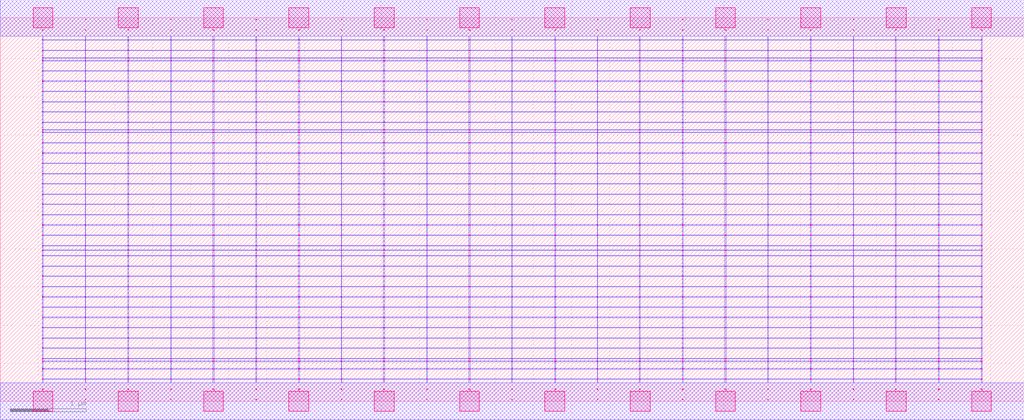
<source format=lef>
MACRO OOAAOAOI22311_DEBUG
 CLASS CORE ;
 FOREIGN OOAAOAOI22311_DEBUG 0 0 ;
 SIZE 13.44 BY 5.04 ;
 ORIGIN 0 0 ;
 SYMMETRY X Y R90 ;
 SITE unit ;

 OBS
    LAYER polycont ;
     RECT 6.71600000 2.58300000 6.72400000 2.59100000 ;
     RECT 6.71600000 2.71800000 6.72400000 2.72600000 ;
     RECT 6.71600000 2.85300000 6.72400000 2.86100000 ;
     RECT 6.71600000 2.98800000 6.72400000 2.99600000 ;
     RECT 8.95600000 2.58300000 8.96400000 2.59100000 ;
     RECT 9.51100000 2.58300000 9.52900000 2.59100000 ;
     RECT 10.07600000 2.58300000 10.08400000 2.59100000 ;
     RECT 10.63600000 2.58300000 10.64900000 2.59100000 ;
     RECT 11.19600000 2.58300000 11.20400000 2.59100000 ;
     RECT 11.75100000 2.58300000 11.76400000 2.59100000 ;
     RECT 12.31600000 2.58300000 12.32400000 2.59100000 ;
     RECT 12.87600000 2.58300000 12.88900000 2.59100000 ;
     RECT 7.27600000 2.58300000 7.28900000 2.59100000 ;
     RECT 7.27600000 2.71800000 7.28900000 2.72600000 ;
     RECT 7.83600000 2.71800000 7.84400000 2.72600000 ;
     RECT 8.39100000 2.71800000 8.40400000 2.72600000 ;
     RECT 8.95600000 2.71800000 8.96400000 2.72600000 ;
     RECT 9.51100000 2.71800000 9.52900000 2.72600000 ;
     RECT 10.07600000 2.71800000 10.08400000 2.72600000 ;
     RECT 10.63600000 2.71800000 10.64900000 2.72600000 ;
     RECT 11.19600000 2.71800000 11.20400000 2.72600000 ;
     RECT 11.75100000 2.71800000 11.76400000 2.72600000 ;
     RECT 12.31600000 2.71800000 12.32400000 2.72600000 ;
     RECT 12.87600000 2.71800000 12.88900000 2.72600000 ;
     RECT 7.83600000 2.58300000 7.84400000 2.59100000 ;
     RECT 7.27600000 2.85300000 7.28900000 2.86100000 ;
     RECT 7.83600000 2.85300000 7.84400000 2.86100000 ;
     RECT 8.39100000 2.85300000 8.40400000 2.86100000 ;
     RECT 8.95600000 2.85300000 8.96400000 2.86100000 ;
     RECT 9.51100000 2.85300000 9.52900000 2.86100000 ;
     RECT 10.07600000 2.85300000 10.08400000 2.86100000 ;
     RECT 10.63600000 2.85300000 10.64900000 2.86100000 ;
     RECT 11.19600000 2.85300000 11.20400000 2.86100000 ;
     RECT 11.75100000 2.85300000 11.76400000 2.86100000 ;
     RECT 12.31600000 2.85300000 12.32400000 2.86100000 ;
     RECT 12.87600000 2.85300000 12.88900000 2.86100000 ;
     RECT 8.39100000 2.58300000 8.40400000 2.59100000 ;
     RECT 7.27600000 2.98800000 7.28900000 2.99600000 ;
     RECT 7.83600000 2.98800000 7.84400000 2.99600000 ;
     RECT 8.39100000 2.98800000 8.40400000 2.99600000 ;
     RECT 8.95600000 2.98800000 8.96400000 2.99600000 ;
     RECT 9.51100000 2.98800000 9.52900000 2.99600000 ;
     RECT 10.07600000 2.98800000 10.08400000 2.99600000 ;
     RECT 10.63600000 2.98800000 10.64900000 2.99600000 ;
     RECT 11.19600000 2.98800000 11.20400000 2.99600000 ;
     RECT 11.75100000 2.98800000 11.76400000 2.99600000 ;
     RECT 12.31600000 2.98800000 12.32400000 2.99600000 ;
     RECT 12.87600000 2.98800000 12.88900000 2.99600000 ;
     RECT 7.83600000 3.12300000 7.84400000 3.13100000 ;
     RECT 11.19600000 3.12300000 11.20400000 3.13100000 ;
     RECT 7.83600000 3.25800000 7.84400000 3.26600000 ;
     RECT 11.19600000 3.25800000 11.20400000 3.26600000 ;
     RECT 7.83600000 3.39300000 7.84400000 3.40100000 ;
     RECT 11.19600000 3.39300000 11.20400000 3.40100000 ;
     RECT 7.83600000 3.52800000 7.84400000 3.53600000 ;
     RECT 11.19600000 3.52800000 11.20400000 3.53600000 ;
     RECT 7.83600000 3.56100000 7.84400000 3.56900000 ;
     RECT 11.19600000 3.56100000 11.20400000 3.56900000 ;
     RECT 7.83600000 3.66300000 7.84400000 3.67100000 ;
     RECT 11.19600000 3.66300000 11.20400000 3.67100000 ;
     RECT 7.83600000 3.79800000 7.84400000 3.80600000 ;
     RECT 11.19600000 3.79800000 11.20400000 3.80600000 ;
     RECT 7.83600000 3.93300000 7.84400000 3.94100000 ;
     RECT 11.19600000 3.93300000 11.20400000 3.94100000 ;
     RECT 7.83600000 4.06800000 7.84400000 4.07600000 ;
     RECT 11.19600000 4.06800000 11.20400000 4.07600000 ;
     RECT 7.83600000 4.20300000 7.84400000 4.21100000 ;
     RECT 11.19600000 4.20300000 11.20400000 4.21100000 ;
     RECT 7.83600000 4.33800000 7.84400000 4.34600000 ;
     RECT 11.19600000 4.33800000 11.20400000 4.34600000 ;
     RECT 7.83600000 4.47300000 7.84400000 4.48100000 ;
     RECT 11.19600000 4.47300000 11.20400000 4.48100000 ;
     RECT 7.83600000 4.51100000 7.84400000 4.51900000 ;
     RECT 11.19600000 4.51100000 11.20400000 4.51900000 ;
     RECT 7.83600000 4.60800000 7.84400000 4.61600000 ;
     RECT 11.19600000 4.60800000 11.20400000 4.61600000 ;
     RECT 7.83600000 4.74300000 7.84400000 4.75100000 ;
     RECT 11.19600000 4.74300000 11.20400000 4.75100000 ;
     RECT 7.83600000 4.87800000 7.84400000 4.88600000 ;
     RECT 11.19600000 4.87800000 11.20400000 4.88600000 ;
     RECT 2.23600000 2.58300000 2.24400000 2.59100000 ;
     RECT 2.79100000 2.58300000 2.80900000 2.59100000 ;
     RECT 3.35600000 2.58300000 3.36400000 2.59100000 ;
     RECT 3.91100000 2.58300000 3.92900000 2.59100000 ;
     RECT 4.47600000 2.58300000 4.48400000 2.59100000 ;
     RECT 5.03100000 2.58300000 5.04900000 2.59100000 ;
     RECT 5.59600000 2.58300000 5.60400000 2.59100000 ;
     RECT 6.15100000 2.58300000 6.16900000 2.59100000 ;
     RECT 0.55100000 2.58300000 0.56400000 2.59100000 ;
     RECT 0.55100000 2.71800000 0.56400000 2.72600000 ;
     RECT 0.55100000 2.85300000 0.56400000 2.86100000 ;
     RECT 1.11600000 2.85300000 1.12400000 2.86100000 ;
     RECT 1.67100000 2.85300000 1.68900000 2.86100000 ;
     RECT 2.23600000 2.85300000 2.24400000 2.86100000 ;
     RECT 2.79100000 2.85300000 2.80900000 2.86100000 ;
     RECT 3.35600000 2.85300000 3.36400000 2.86100000 ;
     RECT 3.91100000 2.85300000 3.92900000 2.86100000 ;
     RECT 4.47600000 2.85300000 4.48400000 2.86100000 ;
     RECT 5.03100000 2.85300000 5.04900000 2.86100000 ;
     RECT 5.59600000 2.85300000 5.60400000 2.86100000 ;
     RECT 6.15100000 2.85300000 6.16900000 2.86100000 ;
     RECT 1.11600000 2.71800000 1.12400000 2.72600000 ;
     RECT 1.67100000 2.71800000 1.68900000 2.72600000 ;
     RECT 2.23600000 2.71800000 2.24400000 2.72600000 ;
     RECT 2.79100000 2.71800000 2.80900000 2.72600000 ;
     RECT 3.35600000 2.71800000 3.36400000 2.72600000 ;
     RECT 3.91100000 2.71800000 3.92900000 2.72600000 ;
     RECT 4.47600000 2.71800000 4.48400000 2.72600000 ;
     RECT 5.03100000 2.71800000 5.04900000 2.72600000 ;
     RECT 5.59600000 2.71800000 5.60400000 2.72600000 ;
     RECT 6.15100000 2.71800000 6.16900000 2.72600000 ;
     RECT 1.11600000 2.58300000 1.12400000 2.59100000 ;
     RECT 1.67100000 2.58300000 1.68900000 2.59100000 ;
     RECT 0.55100000 2.98800000 0.56400000 2.99600000 ;
     RECT 1.11600000 2.98800000 1.12400000 2.99600000 ;
     RECT 1.67100000 2.98800000 1.68900000 2.99600000 ;
     RECT 2.23600000 2.98800000 2.24400000 2.99600000 ;
     RECT 2.79100000 2.98800000 2.80900000 2.99600000 ;
     RECT 3.35600000 2.98800000 3.36400000 2.99600000 ;
     RECT 3.91100000 2.98800000 3.92900000 2.99600000 ;
     RECT 4.47600000 2.98800000 4.48400000 2.99600000 ;
     RECT 5.03100000 2.98800000 5.04900000 2.99600000 ;
     RECT 5.59600000 2.98800000 5.60400000 2.99600000 ;
     RECT 6.15100000 2.98800000 6.16900000 2.99600000 ;
     RECT 2.23600000 0.55800000 2.24400000 0.56600000 ;
     RECT 2.23600000 0.69300000 2.24400000 0.70100000 ;
     RECT 2.23600000 0.82800000 2.24400000 0.83600000 ;
     RECT 2.23600000 0.96300000 2.24400000 0.97100000 ;
     RECT 2.23600000 1.09800000 2.24400000 1.10600000 ;
     RECT 2.23600000 1.23300000 2.24400000 1.24100000 ;
     RECT 2.23600000 1.36800000 2.24400000 1.37600000 ;
     RECT 2.23600000 1.50300000 2.24400000 1.51100000 ;
     RECT 2.23600000 1.63800000 2.24400000 1.64600000 ;
     RECT 2.23600000 1.77300000 2.24400000 1.78100000 ;
     RECT 2.23600000 1.90800000 2.24400000 1.91600000 ;
     RECT 2.23600000 1.98100000 2.24400000 1.98900000 ;
     RECT 2.23600000 2.04300000 2.24400000 2.05100000 ;
     RECT 2.23600000 2.17800000 2.24400000 2.18600000 ;
     RECT 2.23600000 2.31300000 2.24400000 2.32100000 ;
     RECT 2.23600000 2.44800000 2.24400000 2.45600000 ;
     RECT 2.23600000 0.15300000 2.24400000 0.16100000 ;
     RECT 2.23600000 0.28800000 2.24400000 0.29600000 ;
     RECT 2.23600000 0.42300000 2.24400000 0.43100000 ;
     RECT 2.23600000 0.52100000 2.24400000 0.52900000 ;
     RECT 12.87600000 0.42300000 12.88900000 0.43100000 ;
     RECT 12.31600000 1.09800000 12.32400000 1.10600000 ;
     RECT 12.87600000 1.09800000 12.88900000 1.10600000 ;
     RECT 12.31600000 0.15300000 12.32400000 0.16100000 ;
     RECT 12.31600000 1.23300000 12.32400000 1.24100000 ;
     RECT 12.87600000 1.23300000 12.88900000 1.24100000 ;
     RECT 12.31600000 0.52100000 12.32400000 0.52900000 ;
     RECT 12.31600000 1.36800000 12.32400000 1.37600000 ;
     RECT 12.87600000 1.36800000 12.88900000 1.37600000 ;
     RECT 12.87600000 0.52100000 12.88900000 0.52900000 ;
     RECT 12.31600000 1.50300000 12.32400000 1.51100000 ;
     RECT 12.87600000 1.50300000 12.88900000 1.51100000 ;
     RECT 12.31600000 0.28800000 12.32400000 0.29600000 ;
     RECT 12.31600000 1.63800000 12.32400000 1.64600000 ;
     RECT 12.87600000 1.63800000 12.88900000 1.64600000 ;
     RECT 12.31600000 0.55800000 12.32400000 0.56600000 ;
     RECT 12.31600000 1.77300000 12.32400000 1.78100000 ;
     RECT 12.87600000 1.77300000 12.88900000 1.78100000 ;
     RECT 12.87600000 0.55800000 12.88900000 0.56600000 ;
     RECT 12.31600000 1.90800000 12.32400000 1.91600000 ;
     RECT 12.87600000 1.90800000 12.88900000 1.91600000 ;
     RECT 12.87600000 0.28800000 12.88900000 0.29600000 ;
     RECT 12.31600000 1.98100000 12.32400000 1.98900000 ;
     RECT 12.87600000 1.98100000 12.88900000 1.98900000 ;
     RECT 12.31600000 0.69300000 12.32400000 0.70100000 ;
     RECT 12.31600000 2.04300000 12.32400000 2.05100000 ;
     RECT 12.87600000 2.04300000 12.88900000 2.05100000 ;
     RECT 12.87600000 0.69300000 12.88900000 0.70100000 ;
     RECT 12.31600000 2.17800000 12.32400000 2.18600000 ;
     RECT 12.87600000 2.17800000 12.88900000 2.18600000 ;
     RECT 12.87600000 0.15300000 12.88900000 0.16100000 ;
     RECT 12.31600000 2.31300000 12.32400000 2.32100000 ;
     RECT 12.87600000 2.31300000 12.88900000 2.32100000 ;
     RECT 12.31600000 0.82800000 12.32400000 0.83600000 ;
     RECT 12.31600000 2.44800000 12.32400000 2.45600000 ;
     RECT 12.87600000 2.44800000 12.88900000 2.45600000 ;
     RECT 12.87600000 0.82800000 12.88900000 0.83600000 ;
     RECT 12.31600000 0.42300000 12.32400000 0.43100000 ;
     RECT 12.31600000 0.96300000 12.32400000 0.97100000 ;
     RECT 12.87600000 0.96300000 12.88900000 0.97100000 ;

    LAYER pdiffc ;
     RECT 0.55100000 3.39300000 0.55900000 3.40100000 ;
     RECT 7.28100000 3.39300000 7.28900000 3.40100000 ;
     RECT 8.39100000 3.39300000 8.39900000 3.40100000 ;
     RECT 10.64100000 3.39300000 10.64900000 3.40100000 ;
     RECT 11.75100000 3.39300000 11.75900000 3.40100000 ;
     RECT 12.88100000 3.39300000 12.88900000 3.40100000 ;
     RECT 0.55100000 3.52800000 0.55900000 3.53600000 ;
     RECT 7.28100000 3.52800000 7.28900000 3.53600000 ;
     RECT 8.39100000 3.52800000 8.39900000 3.53600000 ;
     RECT 10.64100000 3.52800000 10.64900000 3.53600000 ;
     RECT 11.75100000 3.52800000 11.75900000 3.53600000 ;
     RECT 12.88100000 3.52800000 12.88900000 3.53600000 ;
     RECT 0.55100000 3.56100000 0.55900000 3.56900000 ;
     RECT 7.28100000 3.56100000 7.28900000 3.56900000 ;
     RECT 8.39100000 3.56100000 8.39900000 3.56900000 ;
     RECT 10.64100000 3.56100000 10.64900000 3.56900000 ;
     RECT 11.75100000 3.56100000 11.75900000 3.56900000 ;
     RECT 12.88100000 3.56100000 12.88900000 3.56900000 ;
     RECT 0.55100000 3.66300000 0.55900000 3.67100000 ;
     RECT 7.28100000 3.66300000 7.28900000 3.67100000 ;
     RECT 8.39100000 3.66300000 8.39900000 3.67100000 ;
     RECT 10.64100000 3.66300000 10.64900000 3.67100000 ;
     RECT 11.75100000 3.66300000 11.75900000 3.67100000 ;
     RECT 12.88100000 3.66300000 12.88900000 3.67100000 ;
     RECT 0.55100000 3.79800000 0.55900000 3.80600000 ;
     RECT 7.28100000 3.79800000 7.28900000 3.80600000 ;
     RECT 8.39100000 3.79800000 8.39900000 3.80600000 ;
     RECT 10.64100000 3.79800000 10.64900000 3.80600000 ;
     RECT 11.75100000 3.79800000 11.75900000 3.80600000 ;
     RECT 12.88100000 3.79800000 12.88900000 3.80600000 ;
     RECT 0.55100000 3.93300000 0.55900000 3.94100000 ;
     RECT 7.28100000 3.93300000 7.28900000 3.94100000 ;
     RECT 8.39100000 3.93300000 8.39900000 3.94100000 ;
     RECT 10.64100000 3.93300000 10.64900000 3.94100000 ;
     RECT 11.75100000 3.93300000 11.75900000 3.94100000 ;
     RECT 12.88100000 3.93300000 12.88900000 3.94100000 ;
     RECT 0.55100000 4.06800000 0.55900000 4.07600000 ;
     RECT 7.28100000 4.06800000 7.28900000 4.07600000 ;
     RECT 8.39100000 4.06800000 8.39900000 4.07600000 ;
     RECT 10.64100000 4.06800000 10.64900000 4.07600000 ;
     RECT 11.75100000 4.06800000 11.75900000 4.07600000 ;
     RECT 12.88100000 4.06800000 12.88900000 4.07600000 ;
     RECT 0.55100000 4.20300000 0.55900000 4.21100000 ;
     RECT 7.28100000 4.20300000 7.28900000 4.21100000 ;
     RECT 8.39100000 4.20300000 8.39900000 4.21100000 ;
     RECT 10.64100000 4.20300000 10.64900000 4.21100000 ;
     RECT 11.75100000 4.20300000 11.75900000 4.21100000 ;
     RECT 12.88100000 4.20300000 12.88900000 4.21100000 ;
     RECT 0.55100000 4.33800000 0.55900000 4.34600000 ;
     RECT 7.28100000 4.33800000 7.28900000 4.34600000 ;
     RECT 8.39100000 4.33800000 8.39900000 4.34600000 ;
     RECT 10.64100000 4.33800000 10.64900000 4.34600000 ;
     RECT 11.75100000 4.33800000 11.75900000 4.34600000 ;
     RECT 12.88100000 4.33800000 12.88900000 4.34600000 ;
     RECT 0.55100000 4.47300000 0.55900000 4.48100000 ;
     RECT 7.28100000 4.47300000 7.28900000 4.48100000 ;
     RECT 8.39100000 4.47300000 8.39900000 4.48100000 ;
     RECT 10.64100000 4.47300000 10.64900000 4.48100000 ;
     RECT 11.75100000 4.47300000 11.75900000 4.48100000 ;
     RECT 12.88100000 4.47300000 12.88900000 4.48100000 ;
     RECT 0.55100000 4.51100000 0.55900000 4.51900000 ;
     RECT 7.28100000 4.51100000 7.28900000 4.51900000 ;
     RECT 8.39100000 4.51100000 8.39900000 4.51900000 ;
     RECT 10.64100000 4.51100000 10.64900000 4.51900000 ;
     RECT 11.75100000 4.51100000 11.75900000 4.51900000 ;
     RECT 12.88100000 4.51100000 12.88900000 4.51900000 ;
     RECT 0.55100000 4.60800000 0.55900000 4.61600000 ;
     RECT 7.28100000 4.60800000 7.28900000 4.61600000 ;
     RECT 8.39100000 4.60800000 8.39900000 4.61600000 ;
     RECT 10.64100000 4.60800000 10.64900000 4.61600000 ;
     RECT 11.75100000 4.60800000 11.75900000 4.61600000 ;
     RECT 12.88100000 4.60800000 12.88900000 4.61600000 ;

    LAYER ndiffc ;
     RECT 6.15100000 0.42300000 6.16900000 0.43100000 ;
     RECT 6.15100000 0.52100000 6.16900000 0.52900000 ;
     RECT 6.15100000 0.55800000 6.16900000 0.56600000 ;
     RECT 6.15100000 0.69300000 6.16900000 0.70100000 ;
     RECT 6.15100000 0.82800000 6.16900000 0.83600000 ;
     RECT 6.15100000 0.96300000 6.16900000 0.97100000 ;
     RECT 6.15100000 1.09800000 6.16900000 1.10600000 ;
     RECT 6.15100000 1.23300000 6.16900000 1.24100000 ;
     RECT 6.15100000 1.36800000 6.16900000 1.37600000 ;
     RECT 6.15100000 1.50300000 6.16900000 1.51100000 ;
     RECT 6.15100000 1.63800000 6.16900000 1.64600000 ;
     RECT 6.15100000 1.77300000 6.16900000 1.78100000 ;
     RECT 6.15100000 1.90800000 6.16900000 1.91600000 ;
     RECT 6.15100000 1.98100000 6.16900000 1.98900000 ;
     RECT 6.15100000 2.04300000 6.16900000 2.05100000 ;
     RECT 9.51100000 0.55800000 9.52900000 0.56600000 ;
     RECT 10.63600000 0.55800000 10.64900000 0.56600000 ;
     RECT 11.75100000 0.55800000 11.76400000 0.56600000 ;
     RECT 9.51100000 0.42300000 9.52900000 0.43100000 ;
     RECT 7.27600000 0.69300000 7.28900000 0.70100000 ;
     RECT 8.39100000 0.69300000 8.40400000 0.70100000 ;
     RECT 9.51100000 0.69300000 9.52900000 0.70100000 ;
     RECT 10.63600000 0.69300000 10.64900000 0.70100000 ;
     RECT 11.75100000 0.69300000 11.76400000 0.70100000 ;
     RECT 10.63600000 0.42300000 10.64900000 0.43100000 ;
     RECT 7.27600000 0.82800000 7.28900000 0.83600000 ;
     RECT 8.39100000 0.82800000 8.40400000 0.83600000 ;
     RECT 9.51100000 0.82800000 9.52900000 0.83600000 ;
     RECT 10.63600000 0.82800000 10.64900000 0.83600000 ;
     RECT 11.75100000 0.82800000 11.76400000 0.83600000 ;
     RECT 11.75100000 0.42300000 11.76400000 0.43100000 ;
     RECT 7.27600000 0.96300000 7.28900000 0.97100000 ;
     RECT 8.39100000 0.96300000 8.40400000 0.97100000 ;
     RECT 9.51100000 0.96300000 9.52900000 0.97100000 ;
     RECT 10.63600000 0.96300000 10.64900000 0.97100000 ;
     RECT 11.75100000 0.96300000 11.76400000 0.97100000 ;
     RECT 7.27600000 0.42300000 7.28900000 0.43100000 ;
     RECT 7.27600000 1.09800000 7.28900000 1.10600000 ;
     RECT 8.39100000 1.09800000 8.40400000 1.10600000 ;
     RECT 9.51100000 1.09800000 9.52900000 1.10600000 ;
     RECT 10.63600000 1.09800000 10.64900000 1.10600000 ;
     RECT 11.75100000 1.09800000 11.76400000 1.10600000 ;
     RECT 7.27600000 0.52100000 7.28900000 0.52900000 ;
     RECT 7.27600000 1.23300000 7.28900000 1.24100000 ;
     RECT 8.39100000 1.23300000 8.40400000 1.24100000 ;
     RECT 9.51100000 1.23300000 9.52900000 1.24100000 ;
     RECT 10.63600000 1.23300000 10.64900000 1.24100000 ;
     RECT 11.75100000 1.23300000 11.76400000 1.24100000 ;
     RECT 8.39100000 0.52100000 8.40400000 0.52900000 ;
     RECT 7.27600000 1.36800000 7.28900000 1.37600000 ;
     RECT 8.39100000 1.36800000 8.40400000 1.37600000 ;
     RECT 9.51100000 1.36800000 9.52900000 1.37600000 ;
     RECT 10.63600000 1.36800000 10.64900000 1.37600000 ;
     RECT 11.75100000 1.36800000 11.76400000 1.37600000 ;
     RECT 9.51100000 0.52100000 9.52900000 0.52900000 ;
     RECT 7.27600000 1.50300000 7.28900000 1.51100000 ;
     RECT 8.39100000 1.50300000 8.40400000 1.51100000 ;
     RECT 9.51100000 1.50300000 9.52900000 1.51100000 ;
     RECT 10.63600000 1.50300000 10.64900000 1.51100000 ;
     RECT 11.75100000 1.50300000 11.76400000 1.51100000 ;
     RECT 10.63600000 0.52100000 10.64900000 0.52900000 ;
     RECT 7.27600000 1.63800000 7.28900000 1.64600000 ;
     RECT 8.39100000 1.63800000 8.40400000 1.64600000 ;
     RECT 9.51100000 1.63800000 9.52900000 1.64600000 ;
     RECT 10.63600000 1.63800000 10.64900000 1.64600000 ;
     RECT 11.75100000 1.63800000 11.76400000 1.64600000 ;
     RECT 11.75100000 0.52100000 11.76400000 0.52900000 ;
     RECT 7.27600000 1.77300000 7.28900000 1.78100000 ;
     RECT 8.39100000 1.77300000 8.40400000 1.78100000 ;
     RECT 9.51100000 1.77300000 9.52900000 1.78100000 ;
     RECT 10.63600000 1.77300000 10.64900000 1.78100000 ;
     RECT 11.75100000 1.77300000 11.76400000 1.78100000 ;
     RECT 8.39100000 0.42300000 8.40400000 0.43100000 ;
     RECT 7.27600000 1.90800000 7.28900000 1.91600000 ;
     RECT 8.39100000 1.90800000 8.40400000 1.91600000 ;
     RECT 9.51100000 1.90800000 9.52900000 1.91600000 ;
     RECT 10.63600000 1.90800000 10.64900000 1.91600000 ;
     RECT 11.75100000 1.90800000 11.76400000 1.91600000 ;
     RECT 7.27600000 0.55800000 7.28900000 0.56600000 ;
     RECT 7.27600000 1.98100000 7.28900000 1.98900000 ;
     RECT 8.39100000 1.98100000 8.40400000 1.98900000 ;
     RECT 9.51100000 1.98100000 9.52900000 1.98900000 ;
     RECT 10.63600000 1.98100000 10.64900000 1.98900000 ;
     RECT 11.75100000 1.98100000 11.76400000 1.98900000 ;
     RECT 8.39100000 0.55800000 8.40400000 0.56600000 ;
     RECT 7.27600000 2.04300000 7.28900000 2.05100000 ;
     RECT 8.39100000 2.04300000 8.40400000 2.05100000 ;
     RECT 9.51100000 2.04300000 9.52900000 2.05100000 ;
     RECT 10.63600000 2.04300000 10.64900000 2.05100000 ;
     RECT 11.75100000 2.04300000 11.76400000 2.05100000 ;
     RECT 2.79100000 1.36800000 2.80900000 1.37600000 ;
     RECT 3.91100000 1.36800000 3.92900000 1.37600000 ;
     RECT 5.03100000 1.36800000 5.04900000 1.37600000 ;
     RECT 5.03100000 0.82800000 5.04900000 0.83600000 ;
     RECT 2.79100000 0.55800000 2.80900000 0.56600000 ;
     RECT 3.91100000 0.55800000 3.92900000 0.56600000 ;
     RECT 5.03100000 0.55800000 5.04900000 0.56600000 ;
     RECT 1.67100000 0.52100000 1.68900000 0.52900000 ;
     RECT 2.79100000 0.52100000 2.80900000 0.52900000 ;
     RECT 0.55100000 1.50300000 0.56400000 1.51100000 ;
     RECT 1.67100000 1.50300000 1.68900000 1.51100000 ;
     RECT 2.79100000 1.50300000 2.80900000 1.51100000 ;
     RECT 3.91100000 1.50300000 3.92900000 1.51100000 ;
     RECT 5.03100000 1.50300000 5.04900000 1.51100000 ;
     RECT 3.91100000 0.52100000 3.92900000 0.52900000 ;
     RECT 0.55100000 0.96300000 0.56400000 0.97100000 ;
     RECT 1.67100000 0.96300000 1.68900000 0.97100000 ;
     RECT 2.79100000 0.96300000 2.80900000 0.97100000 ;
     RECT 3.91100000 0.96300000 3.92900000 0.97100000 ;
     RECT 5.03100000 0.96300000 5.04900000 0.97100000 ;
     RECT 0.55100000 1.63800000 0.56400000 1.64600000 ;
     RECT 1.67100000 1.63800000 1.68900000 1.64600000 ;
     RECT 2.79100000 1.63800000 2.80900000 1.64600000 ;
     RECT 3.91100000 1.63800000 3.92900000 1.64600000 ;
     RECT 5.03100000 1.63800000 5.04900000 1.64600000 ;
     RECT 5.03100000 0.52100000 5.04900000 0.52900000 ;
     RECT 1.67100000 0.42300000 1.68900000 0.43100000 ;
     RECT 2.79100000 0.42300000 2.80900000 0.43100000 ;
     RECT 0.55100000 0.69300000 0.56400000 0.70100000 ;
     RECT 1.67100000 0.69300000 1.68900000 0.70100000 ;
     RECT 2.79100000 0.69300000 2.80900000 0.70100000 ;
     RECT 0.55100000 1.77300000 0.56400000 1.78100000 ;
     RECT 1.67100000 1.77300000 1.68900000 1.78100000 ;
     RECT 2.79100000 1.77300000 2.80900000 1.78100000 ;
     RECT 3.91100000 1.77300000 3.92900000 1.78100000 ;
     RECT 5.03100000 1.77300000 5.04900000 1.78100000 ;
     RECT 0.55100000 1.09800000 0.56400000 1.10600000 ;
     RECT 1.67100000 1.09800000 1.68900000 1.10600000 ;
     RECT 2.79100000 1.09800000 2.80900000 1.10600000 ;
     RECT 3.91100000 1.09800000 3.92900000 1.10600000 ;
     RECT 5.03100000 1.09800000 5.04900000 1.10600000 ;
     RECT 3.91100000 0.69300000 3.92900000 0.70100000 ;
     RECT 0.55100000 1.90800000 0.56400000 1.91600000 ;
     RECT 1.67100000 1.90800000 1.68900000 1.91600000 ;
     RECT 2.79100000 1.90800000 2.80900000 1.91600000 ;
     RECT 3.91100000 1.90800000 3.92900000 1.91600000 ;
     RECT 5.03100000 1.90800000 5.04900000 1.91600000 ;
     RECT 5.03100000 0.69300000 5.04900000 0.70100000 ;
     RECT 3.91100000 0.42300000 3.92900000 0.43100000 ;
     RECT 5.03100000 0.42300000 5.04900000 0.43100000 ;
     RECT 0.55100000 0.42300000 0.56400000 0.43100000 ;
     RECT 0.55100000 0.52100000 0.56400000 0.52900000 ;
     RECT 0.55100000 1.23300000 0.56400000 1.24100000 ;
     RECT 0.55100000 1.98100000 0.56400000 1.98900000 ;
     RECT 1.67100000 1.98100000 1.68900000 1.98900000 ;
     RECT 2.79100000 1.98100000 2.80900000 1.98900000 ;
     RECT 3.91100000 1.98100000 3.92900000 1.98900000 ;
     RECT 5.03100000 1.98100000 5.04900000 1.98900000 ;
     RECT 1.67100000 1.23300000 1.68900000 1.24100000 ;
     RECT 2.79100000 1.23300000 2.80900000 1.24100000 ;
     RECT 3.91100000 1.23300000 3.92900000 1.24100000 ;
     RECT 5.03100000 1.23300000 5.04900000 1.24100000 ;
     RECT 0.55100000 0.55800000 0.56400000 0.56600000 ;
     RECT 1.67100000 0.55800000 1.68900000 0.56600000 ;
     RECT 0.55100000 2.04300000 0.56400000 2.05100000 ;
     RECT 1.67100000 2.04300000 1.68900000 2.05100000 ;
     RECT 2.79100000 2.04300000 2.80900000 2.05100000 ;
     RECT 3.91100000 2.04300000 3.92900000 2.05100000 ;
     RECT 5.03100000 2.04300000 5.04900000 2.05100000 ;
     RECT 0.55100000 0.82800000 0.56400000 0.83600000 ;
     RECT 1.67100000 0.82800000 1.68900000 0.83600000 ;
     RECT 2.79100000 0.82800000 2.80900000 0.83600000 ;
     RECT 3.91100000 0.82800000 3.92900000 0.83600000 ;
     RECT 0.55100000 1.36800000 0.56400000 1.37600000 ;
     RECT 1.67100000 1.36800000 1.68900000 1.37600000 ;

    LAYER met1 ;
     RECT 0.00000000 -0.24000000 13.44000000 0.24000000 ;
     RECT 6.71600000 0.24000000 6.72400000 0.28800000 ;
     RECT 0.55100000 0.28800000 12.88900000 0.29600000 ;
     RECT 6.71600000 0.29600000 6.72400000 0.42300000 ;
     RECT 0.55100000 0.42300000 12.88900000 0.43100000 ;
     RECT 6.71600000 0.43100000 6.72400000 0.52100000 ;
     RECT 0.55100000 0.52100000 12.88900000 0.52900000 ;
     RECT 6.71600000 0.52900000 6.72400000 0.55800000 ;
     RECT 0.55100000 0.55800000 12.88900000 0.56600000 ;
     RECT 6.71600000 0.56600000 6.72400000 0.69300000 ;
     RECT 0.55100000 0.69300000 12.88900000 0.70100000 ;
     RECT 6.71600000 0.70100000 6.72400000 0.82800000 ;
     RECT 0.55100000 0.82800000 12.88900000 0.83600000 ;
     RECT 6.71600000 0.83600000 6.72400000 0.96300000 ;
     RECT 0.55100000 0.96300000 12.88900000 0.97100000 ;
     RECT 6.71600000 0.97100000 6.72400000 1.09800000 ;
     RECT 0.55100000 1.09800000 12.88900000 1.10600000 ;
     RECT 6.71600000 1.10600000 6.72400000 1.23300000 ;
     RECT 0.55100000 1.23300000 12.88900000 1.24100000 ;
     RECT 6.71600000 1.24100000 6.72400000 1.36800000 ;
     RECT 0.55100000 1.36800000 12.88900000 1.37600000 ;
     RECT 6.71600000 1.37600000 6.72400000 1.50300000 ;
     RECT 0.55100000 1.50300000 12.88900000 1.51100000 ;
     RECT 6.71600000 1.51100000 6.72400000 1.63800000 ;
     RECT 0.55100000 1.63800000 12.88900000 1.64600000 ;
     RECT 6.71600000 1.64600000 6.72400000 1.77300000 ;
     RECT 0.55100000 1.77300000 12.88900000 1.78100000 ;
     RECT 6.71600000 1.78100000 6.72400000 1.90800000 ;
     RECT 0.55100000 1.90800000 12.88900000 1.91600000 ;
     RECT 6.71600000 1.91600000 6.72400000 1.98100000 ;
     RECT 0.55100000 1.98100000 12.88900000 1.98900000 ;
     RECT 6.71600000 1.98900000 6.72400000 2.04300000 ;
     RECT 0.55100000 2.04300000 12.88900000 2.05100000 ;
     RECT 6.71600000 2.05100000 6.72400000 2.17800000 ;
     RECT 0.55100000 2.17800000 12.88900000 2.18600000 ;
     RECT 6.71600000 2.18600000 6.72400000 2.31300000 ;
     RECT 0.55100000 2.31300000 12.88900000 2.32100000 ;
     RECT 6.71600000 2.32100000 6.72400000 2.44800000 ;
     RECT 0.55100000 2.44800000 12.88900000 2.45600000 ;
     RECT 0.55100000 2.45600000 0.56400000 2.58300000 ;
     RECT 1.11600000 2.45600000 1.12400000 2.58300000 ;
     RECT 1.67100000 2.45600000 1.68900000 2.58300000 ;
     RECT 2.23600000 2.45600000 2.24400000 2.58300000 ;
     RECT 2.79100000 2.45600000 2.80900000 2.58300000 ;
     RECT 3.35600000 2.45600000 3.36400000 2.58300000 ;
     RECT 3.91100000 2.45600000 3.92900000 2.58300000 ;
     RECT 4.47600000 2.45600000 4.48400000 2.58300000 ;
     RECT 5.03100000 2.45600000 5.04900000 2.58300000 ;
     RECT 5.59600000 2.45600000 5.60400000 2.58300000 ;
     RECT 6.15100000 2.45600000 6.16900000 2.58300000 ;
     RECT 6.71600000 2.45600000 6.72400000 2.58300000 ;
     RECT 7.27600000 2.45600000 7.28900000 2.58300000 ;
     RECT 7.83600000 2.45600000 7.84400000 2.58300000 ;
     RECT 8.39100000 2.45600000 8.40400000 2.58300000 ;
     RECT 8.95600000 2.45600000 8.96400000 2.58300000 ;
     RECT 9.51100000 2.45600000 9.52900000 2.58300000 ;
     RECT 10.07600000 2.45600000 10.08400000 2.58300000 ;
     RECT 10.63600000 2.45600000 10.64900000 2.58300000 ;
     RECT 11.19600000 2.45600000 11.20400000 2.58300000 ;
     RECT 11.75100000 2.45600000 11.76400000 2.58300000 ;
     RECT 12.31600000 2.45600000 12.32400000 2.58300000 ;
     RECT 12.87600000 2.45600000 12.88900000 2.58300000 ;
     RECT 0.55100000 2.58300000 12.88900000 2.59100000 ;
     RECT 6.71600000 2.59100000 6.72400000 2.71800000 ;
     RECT 0.55100000 2.71800000 12.88900000 2.72600000 ;
     RECT 6.71600000 2.72600000 6.72400000 2.85300000 ;
     RECT 0.55100000 2.85300000 12.88900000 2.86100000 ;
     RECT 6.71600000 2.86100000 6.72400000 2.98800000 ;
     RECT 0.55100000 2.98800000 12.88900000 2.99600000 ;
     RECT 6.71600000 2.99600000 6.72400000 3.12300000 ;
     RECT 0.55100000 3.12300000 12.88900000 3.13100000 ;
     RECT 6.71600000 3.13100000 6.72400000 3.25800000 ;
     RECT 0.55100000 3.25800000 12.88900000 3.26600000 ;
     RECT 6.71600000 3.26600000 6.72400000 3.39300000 ;
     RECT 0.55100000 3.39300000 12.88900000 3.40100000 ;
     RECT 6.71600000 3.40100000 6.72400000 3.52800000 ;
     RECT 0.55100000 3.52800000 12.88900000 3.53600000 ;
     RECT 6.71600000 3.53600000 6.72400000 3.56100000 ;
     RECT 0.55100000 3.56100000 12.88900000 3.56900000 ;
     RECT 6.71600000 3.56900000 6.72400000 3.66300000 ;
     RECT 0.55100000 3.66300000 12.88900000 3.67100000 ;
     RECT 6.71600000 3.67100000 6.72400000 3.79800000 ;
     RECT 0.55100000 3.79800000 12.88900000 3.80600000 ;
     RECT 6.71600000 3.80600000 6.72400000 3.93300000 ;
     RECT 0.55100000 3.93300000 12.88900000 3.94100000 ;
     RECT 6.71600000 3.94100000 6.72400000 4.06800000 ;
     RECT 0.55100000 4.06800000 12.88900000 4.07600000 ;
     RECT 6.71600000 4.07600000 6.72400000 4.20300000 ;
     RECT 0.55100000 4.20300000 12.88900000 4.21100000 ;
     RECT 6.71600000 4.21100000 6.72400000 4.33800000 ;
     RECT 0.55100000 4.33800000 12.88900000 4.34600000 ;
     RECT 6.71600000 4.34600000 6.72400000 4.47300000 ;
     RECT 0.55100000 4.47300000 12.88900000 4.48100000 ;
     RECT 6.71600000 4.48100000 6.72400000 4.51100000 ;
     RECT 0.55100000 4.51100000 12.88900000 4.51900000 ;
     RECT 6.71600000 4.51900000 6.72400000 4.60800000 ;
     RECT 0.55100000 4.60800000 12.88900000 4.61600000 ;
     RECT 6.71600000 4.61600000 6.72400000 4.74300000 ;
     RECT 0.55100000 4.74300000 12.88900000 4.75100000 ;
     RECT 6.71600000 4.75100000 6.72400000 4.80000000 ;
     RECT 0.00000000 4.80000000 13.44000000 5.28000000 ;
     RECT 10.07600000 2.59100000 10.08400000 2.71800000 ;
     RECT 10.07600000 2.99600000 10.08400000 3.12300000 ;
     RECT 10.07600000 3.13100000 10.08400000 3.25800000 ;
     RECT 10.07600000 3.26600000 10.08400000 3.39300000 ;
     RECT 10.07600000 3.40100000 10.08400000 3.52800000 ;
     RECT 10.07600000 3.53600000 10.08400000 3.56100000 ;
     RECT 10.07600000 3.56900000 10.08400000 3.66300000 ;
     RECT 10.07600000 3.67100000 10.08400000 3.79800000 ;
     RECT 10.07600000 2.72600000 10.08400000 2.85300000 ;
     RECT 7.27600000 3.80600000 7.28900000 3.93300000 ;
     RECT 7.83600000 3.80600000 7.84400000 3.93300000 ;
     RECT 8.39100000 3.80600000 8.40400000 3.93300000 ;
     RECT 8.95600000 3.80600000 8.96400000 3.93300000 ;
     RECT 9.51100000 3.80600000 9.52900000 3.93300000 ;
     RECT 10.07600000 3.80600000 10.08400000 3.93300000 ;
     RECT 10.63600000 3.80600000 10.64900000 3.93300000 ;
     RECT 11.19600000 3.80600000 11.20400000 3.93300000 ;
     RECT 11.75100000 3.80600000 11.76400000 3.93300000 ;
     RECT 12.31600000 3.80600000 12.32400000 3.93300000 ;
     RECT 12.87600000 3.80600000 12.88900000 3.93300000 ;
     RECT 10.07600000 3.94100000 10.08400000 4.06800000 ;
     RECT 10.07600000 4.07600000 10.08400000 4.20300000 ;
     RECT 10.07600000 4.21100000 10.08400000 4.33800000 ;
     RECT 10.07600000 4.34600000 10.08400000 4.47300000 ;
     RECT 10.07600000 4.48100000 10.08400000 4.51100000 ;
     RECT 10.07600000 2.86100000 10.08400000 2.98800000 ;
     RECT 10.07600000 4.51900000 10.08400000 4.60800000 ;
     RECT 10.07600000 4.61600000 10.08400000 4.74300000 ;
     RECT 10.07600000 4.75100000 10.08400000 4.80000000 ;
     RECT 11.75100000 4.07600000 11.76400000 4.20300000 ;
     RECT 12.31600000 4.07600000 12.32400000 4.20300000 ;
     RECT 12.87600000 4.07600000 12.88900000 4.20300000 ;
     RECT 11.19600000 3.94100000 11.20400000 4.06800000 ;
     RECT 10.63600000 4.21100000 10.64900000 4.33800000 ;
     RECT 11.19600000 4.21100000 11.20400000 4.33800000 ;
     RECT 11.75100000 4.21100000 11.76400000 4.33800000 ;
     RECT 12.31600000 4.21100000 12.32400000 4.33800000 ;
     RECT 12.87600000 4.21100000 12.88900000 4.33800000 ;
     RECT 11.75100000 3.94100000 11.76400000 4.06800000 ;
     RECT 10.63600000 4.34600000 10.64900000 4.47300000 ;
     RECT 11.19600000 4.34600000 11.20400000 4.47300000 ;
     RECT 11.75100000 4.34600000 11.76400000 4.47300000 ;
     RECT 12.31600000 4.34600000 12.32400000 4.47300000 ;
     RECT 12.87600000 4.34600000 12.88900000 4.47300000 ;
     RECT 12.31600000 3.94100000 12.32400000 4.06800000 ;
     RECT 10.63600000 4.48100000 10.64900000 4.51100000 ;
     RECT 11.19600000 4.48100000 11.20400000 4.51100000 ;
     RECT 11.75100000 4.48100000 11.76400000 4.51100000 ;
     RECT 12.31600000 4.48100000 12.32400000 4.51100000 ;
     RECT 12.87600000 4.48100000 12.88900000 4.51100000 ;
     RECT 12.87600000 3.94100000 12.88900000 4.06800000 ;
     RECT 10.63600000 3.94100000 10.64900000 4.06800000 ;
     RECT 10.63600000 4.51900000 10.64900000 4.60800000 ;
     RECT 11.19600000 4.51900000 11.20400000 4.60800000 ;
     RECT 11.75100000 4.51900000 11.76400000 4.60800000 ;
     RECT 12.31600000 4.51900000 12.32400000 4.60800000 ;
     RECT 12.87600000 4.51900000 12.88900000 4.60800000 ;
     RECT 10.63600000 4.07600000 10.64900000 4.20300000 ;
     RECT 10.63600000 4.61600000 10.64900000 4.74300000 ;
     RECT 11.19600000 4.61600000 11.20400000 4.74300000 ;
     RECT 11.75100000 4.61600000 11.76400000 4.74300000 ;
     RECT 12.31600000 4.61600000 12.32400000 4.74300000 ;
     RECT 12.87600000 4.61600000 12.88900000 4.74300000 ;
     RECT 11.19600000 4.07600000 11.20400000 4.20300000 ;
     RECT 10.63600000 4.75100000 10.64900000 4.80000000 ;
     RECT 11.19600000 4.75100000 11.20400000 4.80000000 ;
     RECT 11.75100000 4.75100000 11.76400000 4.80000000 ;
     RECT 12.31600000 4.75100000 12.32400000 4.80000000 ;
     RECT 12.87600000 4.75100000 12.88900000 4.80000000 ;
     RECT 8.39100000 4.21100000 8.40400000 4.33800000 ;
     RECT 8.95600000 4.21100000 8.96400000 4.33800000 ;
     RECT 9.51100000 4.21100000 9.52900000 4.33800000 ;
     RECT 7.83600000 4.07600000 7.84400000 4.20300000 ;
     RECT 8.39100000 4.07600000 8.40400000 4.20300000 ;
     RECT 8.95600000 4.07600000 8.96400000 4.20300000 ;
     RECT 9.51100000 4.07600000 9.52900000 4.20300000 ;
     RECT 7.27600000 4.51900000 7.28900000 4.60800000 ;
     RECT 7.83600000 4.51900000 7.84400000 4.60800000 ;
     RECT 8.39100000 4.51900000 8.40400000 4.60800000 ;
     RECT 8.95600000 4.51900000 8.96400000 4.60800000 ;
     RECT 9.51100000 4.51900000 9.52900000 4.60800000 ;
     RECT 7.83600000 3.94100000 7.84400000 4.06800000 ;
     RECT 8.39100000 3.94100000 8.40400000 4.06800000 ;
     RECT 7.27600000 4.34600000 7.28900000 4.47300000 ;
     RECT 7.83600000 4.34600000 7.84400000 4.47300000 ;
     RECT 8.39100000 4.34600000 8.40400000 4.47300000 ;
     RECT 8.95600000 4.34600000 8.96400000 4.47300000 ;
     RECT 7.27600000 4.61600000 7.28900000 4.74300000 ;
     RECT 7.83600000 4.61600000 7.84400000 4.74300000 ;
     RECT 8.39100000 4.61600000 8.40400000 4.74300000 ;
     RECT 8.95600000 4.61600000 8.96400000 4.74300000 ;
     RECT 9.51100000 4.61600000 9.52900000 4.74300000 ;
     RECT 9.51100000 4.34600000 9.52900000 4.47300000 ;
     RECT 8.95600000 3.94100000 8.96400000 4.06800000 ;
     RECT 9.51100000 3.94100000 9.52900000 4.06800000 ;
     RECT 7.27600000 3.94100000 7.28900000 4.06800000 ;
     RECT 7.27600000 4.07600000 7.28900000 4.20300000 ;
     RECT 7.27600000 4.21100000 7.28900000 4.33800000 ;
     RECT 7.27600000 4.75100000 7.28900000 4.80000000 ;
     RECT 7.83600000 4.75100000 7.84400000 4.80000000 ;
     RECT 8.39100000 4.75100000 8.40400000 4.80000000 ;
     RECT 8.95600000 4.75100000 8.96400000 4.80000000 ;
     RECT 9.51100000 4.75100000 9.52900000 4.80000000 ;
     RECT 7.83600000 4.21100000 7.84400000 4.33800000 ;
     RECT 7.27600000 4.48100000 7.28900000 4.51100000 ;
     RECT 7.83600000 4.48100000 7.84400000 4.51100000 ;
     RECT 8.39100000 4.48100000 8.40400000 4.51100000 ;
     RECT 8.95600000 4.48100000 8.96400000 4.51100000 ;
     RECT 9.51100000 4.48100000 9.52900000 4.51100000 ;
     RECT 7.83600000 2.99600000 7.84400000 3.12300000 ;
     RECT 7.27600000 2.59100000 7.28900000 2.71800000 ;
     RECT 8.39100000 2.86100000 8.40400000 2.98800000 ;
     RECT 8.95600000 2.86100000 8.96400000 2.98800000 ;
     RECT 7.27600000 3.40100000 7.28900000 3.52800000 ;
     RECT 7.83600000 3.40100000 7.84400000 3.52800000 ;
     RECT 8.39100000 3.40100000 8.40400000 3.52800000 ;
     RECT 8.95600000 3.40100000 8.96400000 3.52800000 ;
     RECT 9.51100000 3.40100000 9.52900000 3.52800000 ;
     RECT 8.39100000 2.99600000 8.40400000 3.12300000 ;
     RECT 7.83600000 2.59100000 7.84400000 2.71800000 ;
     RECT 7.27600000 2.72600000 7.28900000 2.85300000 ;
     RECT 7.27600000 3.53600000 7.28900000 3.56100000 ;
     RECT 7.83600000 3.53600000 7.84400000 3.56100000 ;
     RECT 8.39100000 3.53600000 8.40400000 3.56100000 ;
     RECT 9.51100000 2.86100000 9.52900000 2.98800000 ;
     RECT 8.95600000 3.53600000 8.96400000 3.56100000 ;
     RECT 9.51100000 3.53600000 9.52900000 3.56100000 ;
     RECT 8.95600000 2.99600000 8.96400000 3.12300000 ;
     RECT 7.83600000 2.72600000 7.84400000 2.85300000 ;
     RECT 8.39100000 2.72600000 8.40400000 2.85300000 ;
     RECT 7.27600000 3.56900000 7.28900000 3.66300000 ;
     RECT 7.83600000 3.56900000 7.84400000 3.66300000 ;
     RECT 8.39100000 3.56900000 8.40400000 3.66300000 ;
     RECT 8.95600000 3.56900000 8.96400000 3.66300000 ;
     RECT 9.51100000 3.56900000 9.52900000 3.66300000 ;
     RECT 8.39100000 2.59100000 8.40400000 2.71800000 ;
     RECT 8.95600000 2.59100000 8.96400000 2.71800000 ;
     RECT 9.51100000 2.99600000 9.52900000 3.12300000 ;
     RECT 8.95600000 2.72600000 8.96400000 2.85300000 ;
     RECT 9.51100000 2.72600000 9.52900000 2.85300000 ;
     RECT 7.27600000 3.67100000 7.28900000 3.79800000 ;
     RECT 7.83600000 3.67100000 7.84400000 3.79800000 ;
     RECT 8.39100000 3.67100000 8.40400000 3.79800000 ;
     RECT 8.95600000 3.67100000 8.96400000 3.79800000 ;
     RECT 9.51100000 3.67100000 9.52900000 3.79800000 ;
     RECT 9.51100000 2.59100000 9.52900000 2.71800000 ;
     RECT 7.27600000 3.13100000 7.28900000 3.25800000 ;
     RECT 7.83600000 3.13100000 7.84400000 3.25800000 ;
     RECT 7.27600000 2.86100000 7.28900000 2.98800000 ;
     RECT 7.83600000 2.86100000 7.84400000 2.98800000 ;
     RECT 8.39100000 3.13100000 8.40400000 3.25800000 ;
     RECT 8.95600000 3.13100000 8.96400000 3.25800000 ;
     RECT 9.51100000 3.13100000 9.52900000 3.25800000 ;
     RECT 7.27600000 2.99600000 7.28900000 3.12300000 ;
     RECT 7.27600000 3.26600000 7.28900000 3.39300000 ;
     RECT 7.83600000 3.26600000 7.84400000 3.39300000 ;
     RECT 8.39100000 3.26600000 8.40400000 3.39300000 ;
     RECT 8.95600000 3.26600000 8.96400000 3.39300000 ;
     RECT 9.51100000 3.26600000 9.52900000 3.39300000 ;
     RECT 10.63600000 3.13100000 10.64900000 3.25800000 ;
     RECT 11.19600000 3.13100000 11.20400000 3.25800000 ;
     RECT 10.63600000 3.56900000 10.64900000 3.66300000 ;
     RECT 12.31600000 2.72600000 12.32400000 2.85300000 ;
     RECT 12.87600000 2.72600000 12.88900000 2.85300000 ;
     RECT 11.19600000 3.56900000 11.20400000 3.66300000 ;
     RECT 11.75100000 3.56900000 11.76400000 3.66300000 ;
     RECT 12.31600000 3.56900000 12.32400000 3.66300000 ;
     RECT 12.87600000 3.56900000 12.88900000 3.66300000 ;
     RECT 11.75100000 3.13100000 11.76400000 3.25800000 ;
     RECT 12.31600000 3.13100000 12.32400000 3.25800000 ;
     RECT 12.87600000 3.13100000 12.88900000 3.25800000 ;
     RECT 11.75100000 2.59100000 11.76400000 2.71800000 ;
     RECT 10.63600000 3.40100000 10.64900000 3.52800000 ;
     RECT 11.19600000 3.40100000 11.20400000 3.52800000 ;
     RECT 11.75100000 3.40100000 11.76400000 3.52800000 ;
     RECT 12.31600000 3.40100000 12.32400000 3.52800000 ;
     RECT 10.63600000 3.67100000 10.64900000 3.79800000 ;
     RECT 11.19600000 3.67100000 11.20400000 3.79800000 ;
     RECT 11.75100000 3.67100000 11.76400000 3.79800000 ;
     RECT 12.31600000 3.67100000 12.32400000 3.79800000 ;
     RECT 12.87600000 3.67100000 12.88900000 3.79800000 ;
     RECT 12.87600000 3.40100000 12.88900000 3.52800000 ;
     RECT 10.63600000 2.86100000 10.64900000 2.98800000 ;
     RECT 11.19600000 2.86100000 11.20400000 2.98800000 ;
     RECT 10.63600000 2.72600000 10.64900000 2.85300000 ;
     RECT 12.31600000 2.59100000 12.32400000 2.71800000 ;
     RECT 11.19600000 2.59100000 11.20400000 2.71800000 ;
     RECT 10.63600000 2.99600000 10.64900000 3.12300000 ;
     RECT 11.19600000 2.99600000 11.20400000 3.12300000 ;
     RECT 11.75100000 2.99600000 11.76400000 3.12300000 ;
     RECT 12.31600000 2.99600000 12.32400000 3.12300000 ;
     RECT 12.87600000 2.99600000 12.88900000 3.12300000 ;
     RECT 10.63600000 3.26600000 10.64900000 3.39300000 ;
     RECT 10.63600000 3.53600000 10.64900000 3.56100000 ;
     RECT 11.19600000 3.53600000 11.20400000 3.56100000 ;
     RECT 11.75100000 2.86100000 11.76400000 2.98800000 ;
     RECT 12.31600000 2.86100000 12.32400000 2.98800000 ;
     RECT 11.75100000 3.53600000 11.76400000 3.56100000 ;
     RECT 11.19600000 2.72600000 11.20400000 2.85300000 ;
     RECT 11.75100000 2.72600000 11.76400000 2.85300000 ;
     RECT 12.31600000 3.53600000 12.32400000 3.56100000 ;
     RECT 12.87600000 3.53600000 12.88900000 3.56100000 ;
     RECT 11.19600000 3.26600000 11.20400000 3.39300000 ;
     RECT 11.75100000 3.26600000 11.76400000 3.39300000 ;
     RECT 12.31600000 3.26600000 12.32400000 3.39300000 ;
     RECT 12.87600000 3.26600000 12.88900000 3.39300000 ;
     RECT 12.87600000 2.59100000 12.88900000 2.71800000 ;
     RECT 10.63600000 2.59100000 10.64900000 2.71800000 ;
     RECT 12.87600000 2.86100000 12.88900000 2.98800000 ;
     RECT 4.47600000 3.80600000 4.48400000 3.93300000 ;
     RECT 5.03100000 3.80600000 5.04900000 3.93300000 ;
     RECT 5.59600000 3.80600000 5.60400000 3.93300000 ;
     RECT 6.15100000 3.80600000 6.16900000 3.93300000 ;
     RECT 3.35600000 2.59100000 3.36400000 2.71800000 ;
     RECT 3.35600000 3.94100000 3.36400000 4.06800000 ;
     RECT 3.35600000 2.99600000 3.36400000 3.12300000 ;
     RECT 3.35600000 3.40100000 3.36400000 3.52800000 ;
     RECT 3.35600000 4.07600000 3.36400000 4.20300000 ;
     RECT 3.35600000 4.21100000 3.36400000 4.33800000 ;
     RECT 3.35600000 3.53600000 3.36400000 3.56100000 ;
     RECT 3.35600000 4.34600000 3.36400000 4.47300000 ;
     RECT 3.35600000 3.13100000 3.36400000 3.25800000 ;
     RECT 3.35600000 4.48100000 3.36400000 4.51100000 ;
     RECT 3.35600000 3.56900000 3.36400000 3.66300000 ;
     RECT 3.35600000 2.86100000 3.36400000 2.98800000 ;
     RECT 3.35600000 4.51900000 3.36400000 4.60800000 ;
     RECT 3.35600000 4.61600000 3.36400000 4.74300000 ;
     RECT 3.35600000 3.67100000 3.36400000 3.79800000 ;
     RECT 3.35600000 2.72600000 3.36400000 2.85300000 ;
     RECT 3.35600000 4.75100000 3.36400000 4.80000000 ;
     RECT 3.35600000 3.26600000 3.36400000 3.39300000 ;
     RECT 0.55100000 3.80600000 0.56400000 3.93300000 ;
     RECT 1.11600000 3.80600000 1.12400000 3.93300000 ;
     RECT 1.67100000 3.80600000 1.68900000 3.93300000 ;
     RECT 2.23600000 3.80600000 2.24400000 3.93300000 ;
     RECT 2.79100000 3.80600000 2.80900000 3.93300000 ;
     RECT 3.35600000 3.80600000 3.36400000 3.93300000 ;
     RECT 3.91100000 3.80600000 3.92900000 3.93300000 ;
     RECT 5.03100000 4.34600000 5.04900000 4.47300000 ;
     RECT 5.59600000 4.34600000 5.60400000 4.47300000 ;
     RECT 6.15100000 4.34600000 6.16900000 4.47300000 ;
     RECT 4.47600000 3.94100000 4.48400000 4.06800000 ;
     RECT 5.03100000 3.94100000 5.04900000 4.06800000 ;
     RECT 3.91100000 4.48100000 3.92900000 4.51100000 ;
     RECT 4.47600000 4.48100000 4.48400000 4.51100000 ;
     RECT 5.03100000 4.48100000 5.04900000 4.51100000 ;
     RECT 5.59600000 4.48100000 5.60400000 4.51100000 ;
     RECT 6.15100000 4.48100000 6.16900000 4.51100000 ;
     RECT 3.91100000 4.07600000 3.92900000 4.20300000 ;
     RECT 4.47600000 4.07600000 4.48400000 4.20300000 ;
     RECT 5.03100000 4.07600000 5.04900000 4.20300000 ;
     RECT 3.91100000 4.51900000 3.92900000 4.60800000 ;
     RECT 4.47600000 4.51900000 4.48400000 4.60800000 ;
     RECT 5.03100000 4.51900000 5.04900000 4.60800000 ;
     RECT 5.59600000 4.51900000 5.60400000 4.60800000 ;
     RECT 6.15100000 4.51900000 6.16900000 4.60800000 ;
     RECT 5.59600000 4.07600000 5.60400000 4.20300000 ;
     RECT 3.91100000 4.61600000 3.92900000 4.74300000 ;
     RECT 4.47600000 4.61600000 4.48400000 4.74300000 ;
     RECT 5.03100000 4.61600000 5.04900000 4.74300000 ;
     RECT 5.59600000 4.61600000 5.60400000 4.74300000 ;
     RECT 6.15100000 4.61600000 6.16900000 4.74300000 ;
     RECT 6.15100000 4.07600000 6.16900000 4.20300000 ;
     RECT 5.59600000 3.94100000 5.60400000 4.06800000 ;
     RECT 3.91100000 4.21100000 3.92900000 4.33800000 ;
     RECT 3.91100000 4.75100000 3.92900000 4.80000000 ;
     RECT 4.47600000 4.75100000 4.48400000 4.80000000 ;
     RECT 5.03100000 4.75100000 5.04900000 4.80000000 ;
     RECT 5.59600000 4.75100000 5.60400000 4.80000000 ;
     RECT 6.15100000 4.75100000 6.16900000 4.80000000 ;
     RECT 4.47600000 4.21100000 4.48400000 4.33800000 ;
     RECT 5.03100000 4.21100000 5.04900000 4.33800000 ;
     RECT 5.59600000 4.21100000 5.60400000 4.33800000 ;
     RECT 6.15100000 4.21100000 6.16900000 4.33800000 ;
     RECT 6.15100000 3.94100000 6.16900000 4.06800000 ;
     RECT 3.91100000 3.94100000 3.92900000 4.06800000 ;
     RECT 3.91100000 4.34600000 3.92900000 4.47300000 ;
     RECT 4.47600000 4.34600000 4.48400000 4.47300000 ;
     RECT 2.23600000 4.51900000 2.24400000 4.60800000 ;
     RECT 2.79100000 4.51900000 2.80900000 4.60800000 ;
     RECT 0.55100000 4.34600000 0.56400000 4.47300000 ;
     RECT 1.11600000 4.34600000 1.12400000 4.47300000 ;
     RECT 1.67100000 4.34600000 1.68900000 4.47300000 ;
     RECT 2.23600000 4.34600000 2.24400000 4.47300000 ;
     RECT 2.79100000 4.34600000 2.80900000 4.47300000 ;
     RECT 1.11600000 3.94100000 1.12400000 4.06800000 ;
     RECT 0.55100000 4.61600000 0.56400000 4.74300000 ;
     RECT 1.11600000 4.61600000 1.12400000 4.74300000 ;
     RECT 1.67100000 4.61600000 1.68900000 4.74300000 ;
     RECT 2.23600000 4.61600000 2.24400000 4.74300000 ;
     RECT 2.79100000 4.61600000 2.80900000 4.74300000 ;
     RECT 1.67100000 3.94100000 1.68900000 4.06800000 ;
     RECT 0.55100000 4.07600000 0.56400000 4.20300000 ;
     RECT 0.55100000 4.21100000 0.56400000 4.33800000 ;
     RECT 1.11600000 4.21100000 1.12400000 4.33800000 ;
     RECT 1.67100000 4.21100000 1.68900000 4.33800000 ;
     RECT 2.23600000 4.21100000 2.24400000 4.33800000 ;
     RECT 0.55100000 4.48100000 0.56400000 4.51100000 ;
     RECT 1.11600000 4.48100000 1.12400000 4.51100000 ;
     RECT 0.55100000 4.75100000 0.56400000 4.80000000 ;
     RECT 1.11600000 4.75100000 1.12400000 4.80000000 ;
     RECT 1.67100000 4.75100000 1.68900000 4.80000000 ;
     RECT 2.23600000 4.75100000 2.24400000 4.80000000 ;
     RECT 2.79100000 4.75100000 2.80900000 4.80000000 ;
     RECT 1.67100000 4.48100000 1.68900000 4.51100000 ;
     RECT 2.23600000 4.48100000 2.24400000 4.51100000 ;
     RECT 2.79100000 4.48100000 2.80900000 4.51100000 ;
     RECT 2.79100000 4.21100000 2.80900000 4.33800000 ;
     RECT 1.11600000 4.07600000 1.12400000 4.20300000 ;
     RECT 1.67100000 4.07600000 1.68900000 4.20300000 ;
     RECT 2.23600000 4.07600000 2.24400000 4.20300000 ;
     RECT 2.79100000 4.07600000 2.80900000 4.20300000 ;
     RECT 2.23600000 3.94100000 2.24400000 4.06800000 ;
     RECT 2.79100000 3.94100000 2.80900000 4.06800000 ;
     RECT 0.55100000 3.94100000 0.56400000 4.06800000 ;
     RECT 0.55100000 4.51900000 0.56400000 4.60800000 ;
     RECT 1.11600000 4.51900000 1.12400000 4.60800000 ;
     RECT 1.67100000 4.51900000 1.68900000 4.60800000 ;
     RECT 1.67100000 2.99600000 1.68900000 3.12300000 ;
     RECT 2.23600000 2.99600000 2.24400000 3.12300000 ;
     RECT 2.79100000 2.99600000 2.80900000 3.12300000 ;
     RECT 2.23600000 2.59100000 2.24400000 2.71800000 ;
     RECT 1.67100000 2.86100000 1.68900000 2.98800000 ;
     RECT 1.67100000 2.72600000 1.68900000 2.85300000 ;
     RECT 2.23600000 2.72600000 2.24400000 2.85300000 ;
     RECT 2.79100000 2.72600000 2.80900000 2.85300000 ;
     RECT 0.55100000 3.67100000 0.56400000 3.79800000 ;
     RECT 1.11600000 3.67100000 1.12400000 3.79800000 ;
     RECT 1.67100000 3.67100000 1.68900000 3.79800000 ;
     RECT 2.23600000 3.67100000 2.24400000 3.79800000 ;
     RECT 2.79100000 3.67100000 2.80900000 3.79800000 ;
     RECT 2.23600000 2.86100000 2.24400000 2.98800000 ;
     RECT 0.55100000 3.13100000 0.56400000 3.25800000 ;
     RECT 1.11600000 3.13100000 1.12400000 3.25800000 ;
     RECT 1.67100000 3.13100000 1.68900000 3.25800000 ;
     RECT 2.23600000 3.13100000 2.24400000 3.25800000 ;
     RECT 2.79100000 3.13100000 2.80900000 3.25800000 ;
     RECT 2.79100000 2.59100000 2.80900000 2.71800000 ;
     RECT 0.55100000 3.56900000 0.56400000 3.66300000 ;
     RECT 1.11600000 3.56900000 1.12400000 3.66300000 ;
     RECT 1.67100000 3.56900000 1.68900000 3.66300000 ;
     RECT 1.67100000 2.59100000 1.68900000 2.71800000 ;
     RECT 0.55100000 2.99600000 0.56400000 3.12300000 ;
     RECT 0.55100000 3.40100000 0.56400000 3.52800000 ;
     RECT 0.55100000 3.26600000 0.56400000 3.39300000 ;
     RECT 1.11600000 3.26600000 1.12400000 3.39300000 ;
     RECT 1.67100000 3.26600000 1.68900000 3.39300000 ;
     RECT 2.23600000 3.26600000 2.24400000 3.39300000 ;
     RECT 1.11600000 3.40100000 1.12400000 3.52800000 ;
     RECT 1.11600000 3.53600000 1.12400000 3.56100000 ;
     RECT 1.67100000 3.53600000 1.68900000 3.56100000 ;
     RECT 2.23600000 3.53600000 2.24400000 3.56100000 ;
     RECT 2.79100000 3.53600000 2.80900000 3.56100000 ;
     RECT 1.67100000 3.40100000 1.68900000 3.52800000 ;
     RECT 1.11600000 2.72600000 1.12400000 2.85300000 ;
     RECT 0.55100000 2.86100000 0.56400000 2.98800000 ;
     RECT 2.23600000 3.56900000 2.24400000 3.66300000 ;
     RECT 2.79100000 3.56900000 2.80900000 3.66300000 ;
     RECT 1.11600000 2.86100000 1.12400000 2.98800000 ;
     RECT 2.79100000 3.26600000 2.80900000 3.39300000 ;
     RECT 2.79100000 2.86100000 2.80900000 2.98800000 ;
     RECT 2.23600000 3.40100000 2.24400000 3.52800000 ;
     RECT 0.55100000 2.59100000 0.56400000 2.71800000 ;
     RECT 1.11600000 2.59100000 1.12400000 2.71800000 ;
     RECT 0.55100000 2.72600000 0.56400000 2.85300000 ;
     RECT 0.55100000 3.53600000 0.56400000 3.56100000 ;
     RECT 2.79100000 3.40100000 2.80900000 3.52800000 ;
     RECT 1.11600000 2.99600000 1.12400000 3.12300000 ;
     RECT 6.15100000 2.72600000 6.16900000 2.85300000 ;
     RECT 4.47600000 2.99600000 4.48400000 3.12300000 ;
     RECT 5.03100000 2.99600000 5.04900000 3.12300000 ;
     RECT 5.59600000 2.99600000 5.60400000 3.12300000 ;
     RECT 6.15100000 2.99600000 6.16900000 3.12300000 ;
     RECT 3.91100000 2.59100000 3.92900000 2.71800000 ;
     RECT 4.47600000 2.59100000 4.48400000 2.71800000 ;
     RECT 3.91100000 3.56900000 3.92900000 3.66300000 ;
     RECT 4.47600000 3.56900000 4.48400000 3.66300000 ;
     RECT 5.03100000 3.56900000 5.04900000 3.66300000 ;
     RECT 5.59600000 3.56900000 5.60400000 3.66300000 ;
     RECT 6.15100000 3.56900000 6.16900000 3.66300000 ;
     RECT 5.03100000 3.13100000 5.04900000 3.25800000 ;
     RECT 5.59600000 3.13100000 5.60400000 3.25800000 ;
     RECT 3.91100000 3.67100000 3.92900000 3.79800000 ;
     RECT 4.47600000 3.67100000 4.48400000 3.79800000 ;
     RECT 5.03100000 3.67100000 5.04900000 3.79800000 ;
     RECT 5.59600000 3.67100000 5.60400000 3.79800000 ;
     RECT 6.15100000 3.67100000 6.16900000 3.79800000 ;
     RECT 6.15100000 3.13100000 6.16900000 3.25800000 ;
     RECT 3.91100000 2.72600000 3.92900000 2.85300000 ;
     RECT 4.47600000 2.72600000 4.48400000 2.85300000 ;
     RECT 5.03100000 2.59100000 5.04900000 2.71800000 ;
     RECT 5.59600000 2.59100000 5.60400000 2.71800000 ;
     RECT 6.15100000 2.59100000 6.16900000 2.71800000 ;
     RECT 6.15100000 3.26600000 6.16900000 3.39300000 ;
     RECT 3.91100000 3.53600000 3.92900000 3.56100000 ;
     RECT 4.47600000 3.53600000 4.48400000 3.56100000 ;
     RECT 5.03100000 3.53600000 5.04900000 3.56100000 ;
     RECT 3.91100000 3.13100000 3.92900000 3.25800000 ;
     RECT 4.47600000 3.13100000 4.48400000 3.25800000 ;
     RECT 5.59600000 3.53600000 5.60400000 3.56100000 ;
     RECT 6.15100000 3.53600000 6.16900000 3.56100000 ;
     RECT 5.03100000 2.72600000 5.04900000 2.85300000 ;
     RECT 5.59600000 2.72600000 5.60400000 2.85300000 ;
     RECT 3.91100000 2.86100000 3.92900000 2.98800000 ;
     RECT 4.47600000 2.86100000 4.48400000 2.98800000 ;
     RECT 5.03100000 2.86100000 5.04900000 2.98800000 ;
     RECT 5.59600000 2.86100000 5.60400000 2.98800000 ;
     RECT 3.91100000 3.26600000 3.92900000 3.39300000 ;
     RECT 4.47600000 3.26600000 4.48400000 3.39300000 ;
     RECT 5.03100000 3.26600000 5.04900000 3.39300000 ;
     RECT 5.59600000 3.26600000 5.60400000 3.39300000 ;
     RECT 6.15100000 2.86100000 6.16900000 2.98800000 ;
     RECT 3.91100000 3.40100000 3.92900000 3.52800000 ;
     RECT 4.47600000 3.40100000 4.48400000 3.52800000 ;
     RECT 5.03100000 3.40100000 5.04900000 3.52800000 ;
     RECT 5.59600000 3.40100000 5.60400000 3.52800000 ;
     RECT 6.15100000 3.40100000 6.16900000 3.52800000 ;
     RECT 3.91100000 2.99600000 3.92900000 3.12300000 ;
     RECT 0.55100000 1.10600000 0.56400000 1.23300000 ;
     RECT 1.11600000 1.10600000 1.12400000 1.23300000 ;
     RECT 1.67100000 1.10600000 1.68900000 1.23300000 ;
     RECT 2.23600000 1.10600000 2.24400000 1.23300000 ;
     RECT 2.79100000 1.10600000 2.80900000 1.23300000 ;
     RECT 3.35600000 1.10600000 3.36400000 1.23300000 ;
     RECT 3.91100000 1.10600000 3.92900000 1.23300000 ;
     RECT 4.47600000 1.10600000 4.48400000 1.23300000 ;
     RECT 5.03100000 1.10600000 5.04900000 1.23300000 ;
     RECT 5.59600000 1.10600000 5.60400000 1.23300000 ;
     RECT 6.15100000 1.10600000 6.16900000 1.23300000 ;
     RECT 3.35600000 1.24100000 3.36400000 1.36800000 ;
     RECT 3.35600000 0.29600000 3.36400000 0.42300000 ;
     RECT 3.35600000 1.37600000 3.36400000 1.50300000 ;
     RECT 3.35600000 1.51100000 3.36400000 1.63800000 ;
     RECT 3.35600000 1.64600000 3.36400000 1.77300000 ;
     RECT 3.35600000 1.78100000 3.36400000 1.90800000 ;
     RECT 3.35600000 1.91600000 3.36400000 1.98100000 ;
     RECT 3.35600000 1.98900000 3.36400000 2.04300000 ;
     RECT 3.35600000 0.43100000 3.36400000 0.52100000 ;
     RECT 3.35600000 2.05100000 3.36400000 2.17800000 ;
     RECT 3.35600000 2.18600000 3.36400000 2.31300000 ;
     RECT 3.35600000 2.32100000 3.36400000 2.44800000 ;
     RECT 3.35600000 0.24000000 3.36400000 0.28800000 ;
     RECT 3.35600000 0.52900000 3.36400000 0.55800000 ;
     RECT 3.35600000 0.56600000 3.36400000 0.69300000 ;
     RECT 3.35600000 0.70100000 3.36400000 0.82800000 ;
     RECT 3.35600000 0.83600000 3.36400000 0.96300000 ;
     RECT 3.35600000 0.97100000 3.36400000 1.09800000 ;
     RECT 6.15100000 1.51100000 6.16900000 1.63800000 ;
     RECT 5.59600000 1.24100000 5.60400000 1.36800000 ;
     RECT 3.91100000 1.64600000 3.92900000 1.77300000 ;
     RECT 4.47600000 1.64600000 4.48400000 1.77300000 ;
     RECT 5.03100000 1.64600000 5.04900000 1.77300000 ;
     RECT 5.59600000 1.64600000 5.60400000 1.77300000 ;
     RECT 6.15100000 1.64600000 6.16900000 1.77300000 ;
     RECT 6.15100000 1.24100000 6.16900000 1.36800000 ;
     RECT 3.91100000 1.78100000 3.92900000 1.90800000 ;
     RECT 4.47600000 1.78100000 4.48400000 1.90800000 ;
     RECT 5.03100000 1.78100000 5.04900000 1.90800000 ;
     RECT 5.59600000 1.78100000 5.60400000 1.90800000 ;
     RECT 6.15100000 1.78100000 6.16900000 1.90800000 ;
     RECT 3.91100000 1.24100000 3.92900000 1.36800000 ;
     RECT 3.91100000 1.91600000 3.92900000 1.98100000 ;
     RECT 4.47600000 1.91600000 4.48400000 1.98100000 ;
     RECT 5.03100000 1.91600000 5.04900000 1.98100000 ;
     RECT 5.59600000 1.91600000 5.60400000 1.98100000 ;
     RECT 6.15100000 1.91600000 6.16900000 1.98100000 ;
     RECT 4.47600000 1.24100000 4.48400000 1.36800000 ;
     RECT 3.91100000 1.98900000 3.92900000 2.04300000 ;
     RECT 4.47600000 1.98900000 4.48400000 2.04300000 ;
     RECT 5.03100000 1.98900000 5.04900000 2.04300000 ;
     RECT 5.59600000 1.98900000 5.60400000 2.04300000 ;
     RECT 6.15100000 1.98900000 6.16900000 2.04300000 ;
     RECT 3.91100000 1.37600000 3.92900000 1.50300000 ;
     RECT 4.47600000 1.37600000 4.48400000 1.50300000 ;
     RECT 3.91100000 2.05100000 3.92900000 2.17800000 ;
     RECT 4.47600000 2.05100000 4.48400000 2.17800000 ;
     RECT 5.03100000 2.05100000 5.04900000 2.17800000 ;
     RECT 5.59600000 2.05100000 5.60400000 2.17800000 ;
     RECT 6.15100000 2.05100000 6.16900000 2.17800000 ;
     RECT 5.03100000 1.37600000 5.04900000 1.50300000 ;
     RECT 3.91100000 2.18600000 3.92900000 2.31300000 ;
     RECT 4.47600000 2.18600000 4.48400000 2.31300000 ;
     RECT 5.03100000 2.18600000 5.04900000 2.31300000 ;
     RECT 5.59600000 2.18600000 5.60400000 2.31300000 ;
     RECT 6.15100000 2.18600000 6.16900000 2.31300000 ;
     RECT 5.59600000 1.37600000 5.60400000 1.50300000 ;
     RECT 3.91100000 2.32100000 3.92900000 2.44800000 ;
     RECT 4.47600000 2.32100000 4.48400000 2.44800000 ;
     RECT 5.03100000 2.32100000 5.04900000 2.44800000 ;
     RECT 5.59600000 2.32100000 5.60400000 2.44800000 ;
     RECT 6.15100000 2.32100000 6.16900000 2.44800000 ;
     RECT 6.15100000 1.37600000 6.16900000 1.50300000 ;
     RECT 5.03100000 1.24100000 5.04900000 1.36800000 ;
     RECT 3.91100000 1.51100000 3.92900000 1.63800000 ;
     RECT 4.47600000 1.51100000 4.48400000 1.63800000 ;
     RECT 5.03100000 1.51100000 5.04900000 1.63800000 ;
     RECT 5.59600000 1.51100000 5.60400000 1.63800000 ;
     RECT 1.11600000 1.98900000 1.12400000 2.04300000 ;
     RECT 1.67100000 1.98900000 1.68900000 2.04300000 ;
     RECT 2.23600000 1.98900000 2.24400000 2.04300000 ;
     RECT 2.79100000 1.98900000 2.80900000 2.04300000 ;
     RECT 2.23600000 1.64600000 2.24400000 1.77300000 ;
     RECT 2.79100000 1.64600000 2.80900000 1.77300000 ;
     RECT 2.79100000 1.24100000 2.80900000 1.36800000 ;
     RECT 0.55100000 1.24100000 0.56400000 1.36800000 ;
     RECT 1.11600000 1.24100000 1.12400000 1.36800000 ;
     RECT 0.55100000 1.37600000 0.56400000 1.50300000 ;
     RECT 0.55100000 1.51100000 0.56400000 1.63800000 ;
     RECT 0.55100000 2.05100000 0.56400000 2.17800000 ;
     RECT 1.11600000 2.05100000 1.12400000 2.17800000 ;
     RECT 1.67100000 2.05100000 1.68900000 2.17800000 ;
     RECT 2.23600000 2.05100000 2.24400000 2.17800000 ;
     RECT 2.79100000 2.05100000 2.80900000 2.17800000 ;
     RECT 1.11600000 1.51100000 1.12400000 1.63800000 ;
     RECT 0.55100000 1.78100000 0.56400000 1.90800000 ;
     RECT 1.11600000 1.78100000 1.12400000 1.90800000 ;
     RECT 1.67100000 1.78100000 1.68900000 1.90800000 ;
     RECT 2.23600000 1.78100000 2.24400000 1.90800000 ;
     RECT 2.79100000 1.78100000 2.80900000 1.90800000 ;
     RECT 0.55100000 2.18600000 0.56400000 2.31300000 ;
     RECT 1.11600000 2.18600000 1.12400000 2.31300000 ;
     RECT 1.67100000 2.18600000 1.68900000 2.31300000 ;
     RECT 2.23600000 2.18600000 2.24400000 2.31300000 ;
     RECT 2.79100000 2.18600000 2.80900000 2.31300000 ;
     RECT 1.67100000 1.51100000 1.68900000 1.63800000 ;
     RECT 2.23600000 1.51100000 2.24400000 1.63800000 ;
     RECT 2.79100000 1.51100000 2.80900000 1.63800000 ;
     RECT 1.11600000 1.37600000 1.12400000 1.50300000 ;
     RECT 1.67100000 1.37600000 1.68900000 1.50300000 ;
     RECT 2.23600000 1.37600000 2.24400000 1.50300000 ;
     RECT 0.55100000 2.32100000 0.56400000 2.44800000 ;
     RECT 1.11600000 2.32100000 1.12400000 2.44800000 ;
     RECT 1.67100000 2.32100000 1.68900000 2.44800000 ;
     RECT 2.23600000 2.32100000 2.24400000 2.44800000 ;
     RECT 2.79100000 2.32100000 2.80900000 2.44800000 ;
     RECT 0.55100000 1.91600000 0.56400000 1.98100000 ;
     RECT 1.11600000 1.91600000 1.12400000 1.98100000 ;
     RECT 1.67100000 1.91600000 1.68900000 1.98100000 ;
     RECT 2.23600000 1.91600000 2.24400000 1.98100000 ;
     RECT 2.79100000 1.91600000 2.80900000 1.98100000 ;
     RECT 2.79100000 1.37600000 2.80900000 1.50300000 ;
     RECT 1.67100000 1.24100000 1.68900000 1.36800000 ;
     RECT 2.23600000 1.24100000 2.24400000 1.36800000 ;
     RECT 0.55100000 1.64600000 0.56400000 1.77300000 ;
     RECT 1.11600000 1.64600000 1.12400000 1.77300000 ;
     RECT 1.67100000 1.64600000 1.68900000 1.77300000 ;
     RECT 0.55100000 1.98900000 0.56400000 2.04300000 ;
     RECT 1.67100000 0.43100000 1.68900000 0.52100000 ;
     RECT 2.23600000 0.43100000 2.24400000 0.52100000 ;
     RECT 2.79100000 0.29600000 2.80900000 0.42300000 ;
     RECT 2.79100000 0.43100000 2.80900000 0.52100000 ;
     RECT 1.67100000 0.29600000 1.68900000 0.42300000 ;
     RECT 2.79100000 0.24000000 2.80900000 0.28800000 ;
     RECT 1.67100000 0.24000000 1.68900000 0.28800000 ;
     RECT 0.55100000 0.52900000 0.56400000 0.55800000 ;
     RECT 1.11600000 0.52900000 1.12400000 0.55800000 ;
     RECT 1.67100000 0.52900000 1.68900000 0.55800000 ;
     RECT 2.23600000 0.52900000 2.24400000 0.55800000 ;
     RECT 2.79100000 0.52900000 2.80900000 0.55800000 ;
     RECT 0.55100000 0.43100000 0.56400000 0.52100000 ;
     RECT 0.55100000 0.56600000 0.56400000 0.69300000 ;
     RECT 1.11600000 0.56600000 1.12400000 0.69300000 ;
     RECT 1.67100000 0.56600000 1.68900000 0.69300000 ;
     RECT 2.23600000 0.56600000 2.24400000 0.69300000 ;
     RECT 2.79100000 0.56600000 2.80900000 0.69300000 ;
     RECT 1.11600000 0.43100000 1.12400000 0.52100000 ;
     RECT 0.55100000 0.70100000 0.56400000 0.82800000 ;
     RECT 1.11600000 0.70100000 1.12400000 0.82800000 ;
     RECT 1.67100000 0.70100000 1.68900000 0.82800000 ;
     RECT 2.23600000 0.70100000 2.24400000 0.82800000 ;
     RECT 2.79100000 0.70100000 2.80900000 0.82800000 ;
     RECT 2.23600000 0.24000000 2.24400000 0.28800000 ;
     RECT 0.55100000 0.24000000 0.56400000 0.28800000 ;
     RECT 0.55100000 0.83600000 0.56400000 0.96300000 ;
     RECT 1.11600000 0.83600000 1.12400000 0.96300000 ;
     RECT 1.67100000 0.83600000 1.68900000 0.96300000 ;
     RECT 2.23600000 0.83600000 2.24400000 0.96300000 ;
     RECT 2.79100000 0.83600000 2.80900000 0.96300000 ;
     RECT 1.11600000 0.29600000 1.12400000 0.42300000 ;
     RECT 1.11600000 0.24000000 1.12400000 0.28800000 ;
     RECT 0.55100000 0.29600000 0.56400000 0.42300000 ;
     RECT 0.55100000 0.97100000 0.56400000 1.09800000 ;
     RECT 1.11600000 0.97100000 1.12400000 1.09800000 ;
     RECT 1.67100000 0.97100000 1.68900000 1.09800000 ;
     RECT 2.23600000 0.97100000 2.24400000 1.09800000 ;
     RECT 2.79100000 0.97100000 2.80900000 1.09800000 ;
     RECT 2.23600000 0.29600000 2.24400000 0.42300000 ;
     RECT 5.03100000 0.56600000 5.04900000 0.69300000 ;
     RECT 5.59600000 0.56600000 5.60400000 0.69300000 ;
     RECT 6.15100000 0.56600000 6.16900000 0.69300000 ;
     RECT 5.03100000 0.24000000 5.04900000 0.28800000 ;
     RECT 5.59600000 0.24000000 5.60400000 0.28800000 ;
     RECT 3.91100000 0.29600000 3.92900000 0.42300000 ;
     RECT 5.59600000 0.29600000 5.60400000 0.42300000 ;
     RECT 6.15100000 0.29600000 6.16900000 0.42300000 ;
     RECT 3.91100000 0.43100000 3.92900000 0.52100000 ;
     RECT 4.47600000 0.43100000 4.48400000 0.52100000 ;
     RECT 6.15100000 0.97100000 6.16900000 1.09800000 ;
     RECT 3.91100000 0.70100000 3.92900000 0.82800000 ;
     RECT 4.47600000 0.70100000 4.48400000 0.82800000 ;
     RECT 5.03100000 0.70100000 5.04900000 0.82800000 ;
     RECT 5.59600000 0.70100000 5.60400000 0.82800000 ;
     RECT 6.15100000 0.70100000 6.16900000 0.82800000 ;
     RECT 6.15100000 0.24000000 6.16900000 0.28800000 ;
     RECT 3.91100000 0.52900000 3.92900000 0.55800000 ;
     RECT 4.47600000 0.52900000 4.48400000 0.55800000 ;
     RECT 5.03100000 0.52900000 5.04900000 0.55800000 ;
     RECT 5.59600000 0.52900000 5.60400000 0.55800000 ;
     RECT 6.15100000 0.52900000 6.16900000 0.55800000 ;
     RECT 3.91100000 0.24000000 3.92900000 0.28800000 ;
     RECT 4.47600000 0.24000000 4.48400000 0.28800000 ;
     RECT 3.91100000 0.83600000 3.92900000 0.96300000 ;
     RECT 4.47600000 0.83600000 4.48400000 0.96300000 ;
     RECT 5.03100000 0.83600000 5.04900000 0.96300000 ;
     RECT 5.59600000 0.83600000 5.60400000 0.96300000 ;
     RECT 6.15100000 0.83600000 6.16900000 0.96300000 ;
     RECT 5.59600000 0.97100000 5.60400000 1.09800000 ;
     RECT 5.03100000 0.43100000 5.04900000 0.52100000 ;
     RECT 5.59600000 0.43100000 5.60400000 0.52100000 ;
     RECT 6.15100000 0.43100000 6.16900000 0.52100000 ;
     RECT 4.47600000 0.29600000 4.48400000 0.42300000 ;
     RECT 5.03100000 0.29600000 5.04900000 0.42300000 ;
     RECT 3.91100000 0.56600000 3.92900000 0.69300000 ;
     RECT 4.47600000 0.56600000 4.48400000 0.69300000 ;
     RECT 3.91100000 0.97100000 3.92900000 1.09800000 ;
     RECT 4.47600000 0.97100000 4.48400000 1.09800000 ;
     RECT 5.03100000 0.97100000 5.04900000 1.09800000 ;
     RECT 10.07600000 1.78100000 10.08400000 1.90800000 ;
     RECT 10.07600000 0.97100000 10.08400000 1.09800000 ;
     RECT 10.07600000 1.91600000 10.08400000 1.98100000 ;
     RECT 10.07600000 0.56600000 10.08400000 0.69300000 ;
     RECT 7.27600000 1.10600000 7.28900000 1.23300000 ;
     RECT 7.83600000 1.10600000 7.84400000 1.23300000 ;
     RECT 8.39100000 1.10600000 8.40400000 1.23300000 ;
     RECT 10.07600000 1.98900000 10.08400000 2.04300000 ;
     RECT 8.95600000 1.10600000 8.96400000 1.23300000 ;
     RECT 9.51100000 1.10600000 9.52900000 1.23300000 ;
     RECT 10.07600000 1.10600000 10.08400000 1.23300000 ;
     RECT 10.63600000 1.10600000 10.64900000 1.23300000 ;
     RECT 11.19600000 1.10600000 11.20400000 1.23300000 ;
     RECT 11.75100000 1.10600000 11.76400000 1.23300000 ;
     RECT 12.31600000 1.10600000 12.32400000 1.23300000 ;
     RECT 12.87600000 1.10600000 12.88900000 1.23300000 ;
     RECT 10.07600000 0.43100000 10.08400000 0.52100000 ;
     RECT 10.07600000 2.05100000 10.08400000 2.17800000 ;
     RECT 10.07600000 2.18600000 10.08400000 2.31300000 ;
     RECT 10.07600000 1.24100000 10.08400000 1.36800000 ;
     RECT 10.07600000 0.29600000 10.08400000 0.42300000 ;
     RECT 10.07600000 2.32100000 10.08400000 2.44800000 ;
     RECT 10.07600000 0.70100000 10.08400000 0.82800000 ;
     RECT 10.07600000 1.37600000 10.08400000 1.50300000 ;
     RECT 10.07600000 0.24000000 10.08400000 0.28800000 ;
     RECT 10.07600000 1.51100000 10.08400000 1.63800000 ;
     RECT 10.07600000 0.52900000 10.08400000 0.55800000 ;
     RECT 10.07600000 0.83600000 10.08400000 0.96300000 ;
     RECT 10.07600000 1.64600000 10.08400000 1.77300000 ;
     RECT 11.75100000 1.91600000 11.76400000 1.98100000 ;
     RECT 12.31600000 1.91600000 12.32400000 1.98100000 ;
     RECT 12.87600000 1.91600000 12.88900000 1.98100000 ;
     RECT 10.63600000 1.78100000 10.64900000 1.90800000 ;
     RECT 11.19600000 1.78100000 11.20400000 1.90800000 ;
     RECT 11.75100000 1.78100000 11.76400000 1.90800000 ;
     RECT 10.63600000 2.05100000 10.64900000 2.17800000 ;
     RECT 11.19600000 2.05100000 11.20400000 2.17800000 ;
     RECT 11.75100000 2.05100000 11.76400000 2.17800000 ;
     RECT 12.31600000 2.05100000 12.32400000 2.17800000 ;
     RECT 12.87600000 2.05100000 12.88900000 2.17800000 ;
     RECT 12.31600000 1.78100000 12.32400000 1.90800000 ;
     RECT 10.63600000 2.18600000 10.64900000 2.31300000 ;
     RECT 11.19600000 2.18600000 11.20400000 2.31300000 ;
     RECT 11.75100000 2.18600000 11.76400000 2.31300000 ;
     RECT 12.31600000 2.18600000 12.32400000 2.31300000 ;
     RECT 12.87600000 2.18600000 12.88900000 2.31300000 ;
     RECT 12.87600000 1.78100000 12.88900000 1.90800000 ;
     RECT 10.63600000 1.24100000 10.64900000 1.36800000 ;
     RECT 11.19600000 1.24100000 11.20400000 1.36800000 ;
     RECT 11.75100000 1.24100000 11.76400000 1.36800000 ;
     RECT 12.31600000 1.24100000 12.32400000 1.36800000 ;
     RECT 12.87600000 1.24100000 12.88900000 1.36800000 ;
     RECT 10.63600000 1.98900000 10.64900000 2.04300000 ;
     RECT 11.19600000 1.98900000 11.20400000 2.04300000 ;
     RECT 10.63600000 2.32100000 10.64900000 2.44800000 ;
     RECT 11.19600000 2.32100000 11.20400000 2.44800000 ;
     RECT 11.75100000 2.32100000 11.76400000 2.44800000 ;
     RECT 12.31600000 2.32100000 12.32400000 2.44800000 ;
     RECT 12.87600000 2.32100000 12.88900000 2.44800000 ;
     RECT 11.75100000 1.98900000 11.76400000 2.04300000 ;
     RECT 12.31600000 1.98900000 12.32400000 2.04300000 ;
     RECT 10.63600000 1.37600000 10.64900000 1.50300000 ;
     RECT 11.19600000 1.37600000 11.20400000 1.50300000 ;
     RECT 11.75100000 1.37600000 11.76400000 1.50300000 ;
     RECT 12.31600000 1.37600000 12.32400000 1.50300000 ;
     RECT 12.87600000 1.37600000 12.88900000 1.50300000 ;
     RECT 12.87600000 1.98900000 12.88900000 2.04300000 ;
     RECT 12.87600000 1.64600000 12.88900000 1.77300000 ;
     RECT 10.63600000 1.51100000 10.64900000 1.63800000 ;
     RECT 11.19600000 1.51100000 11.20400000 1.63800000 ;
     RECT 11.75100000 1.51100000 11.76400000 1.63800000 ;
     RECT 12.31600000 1.51100000 12.32400000 1.63800000 ;
     RECT 12.87600000 1.51100000 12.88900000 1.63800000 ;
     RECT 12.31600000 1.64600000 12.32400000 1.77300000 ;
     RECT 10.63600000 1.91600000 10.64900000 1.98100000 ;
     RECT 11.19600000 1.91600000 11.20400000 1.98100000 ;
     RECT 10.63600000 1.64600000 10.64900000 1.77300000 ;
     RECT 11.19600000 1.64600000 11.20400000 1.77300000 ;
     RECT 11.75100000 1.64600000 11.76400000 1.77300000 ;
     RECT 7.27600000 2.05100000 7.28900000 2.17800000 ;
     RECT 7.83600000 2.05100000 7.84400000 2.17800000 ;
     RECT 8.39100000 2.05100000 8.40400000 2.17800000 ;
     RECT 8.95600000 2.05100000 8.96400000 2.17800000 ;
     RECT 7.27600000 2.32100000 7.28900000 2.44800000 ;
     RECT 7.83600000 2.32100000 7.84400000 2.44800000 ;
     RECT 8.39100000 2.32100000 8.40400000 2.44800000 ;
     RECT 8.95600000 2.32100000 8.96400000 2.44800000 ;
     RECT 9.51100000 2.32100000 9.52900000 2.44800000 ;
     RECT 9.51100000 2.05100000 9.52900000 2.17800000 ;
     RECT 8.39100000 1.78100000 8.40400000 1.90800000 ;
     RECT 8.95600000 1.78100000 8.96400000 1.90800000 ;
     RECT 9.51100000 1.78100000 9.52900000 1.90800000 ;
     RECT 7.27600000 1.78100000 7.28900000 1.90800000 ;
     RECT 7.83600000 1.78100000 7.84400000 1.90800000 ;
     RECT 7.27600000 1.91600000 7.28900000 1.98100000 ;
     RECT 7.27600000 1.37600000 7.28900000 1.50300000 ;
     RECT 7.83600000 1.37600000 7.84400000 1.50300000 ;
     RECT 8.39100000 1.37600000 8.40400000 1.50300000 ;
     RECT 8.95600000 1.37600000 8.96400000 1.50300000 ;
     RECT 9.51100000 1.37600000 9.52900000 1.50300000 ;
     RECT 7.27600000 1.24100000 7.28900000 1.36800000 ;
     RECT 7.83600000 1.24100000 7.84400000 1.36800000 ;
     RECT 8.39100000 1.24100000 8.40400000 1.36800000 ;
     RECT 8.95600000 1.24100000 8.96400000 1.36800000 ;
     RECT 9.51100000 1.24100000 9.52900000 1.36800000 ;
     RECT 7.27600000 2.18600000 7.28900000 2.31300000 ;
     RECT 7.83600000 2.18600000 7.84400000 2.31300000 ;
     RECT 7.27600000 1.51100000 7.28900000 1.63800000 ;
     RECT 7.83600000 1.51100000 7.84400000 1.63800000 ;
     RECT 8.39100000 1.51100000 8.40400000 1.63800000 ;
     RECT 8.95600000 1.51100000 8.96400000 1.63800000 ;
     RECT 9.51100000 1.51100000 9.52900000 1.63800000 ;
     RECT 8.39100000 2.18600000 8.40400000 2.31300000 ;
     RECT 8.95600000 2.18600000 8.96400000 2.31300000 ;
     RECT 9.51100000 2.18600000 9.52900000 2.31300000 ;
     RECT 7.83600000 1.91600000 7.84400000 1.98100000 ;
     RECT 8.39100000 1.91600000 8.40400000 1.98100000 ;
     RECT 8.95600000 1.91600000 8.96400000 1.98100000 ;
     RECT 9.51100000 1.91600000 9.52900000 1.98100000 ;
     RECT 7.27600000 1.98900000 7.28900000 2.04300000 ;
     RECT 7.27600000 1.64600000 7.28900000 1.77300000 ;
     RECT 7.83600000 1.64600000 7.84400000 1.77300000 ;
     RECT 8.39100000 1.64600000 8.40400000 1.77300000 ;
     RECT 8.95600000 1.64600000 8.96400000 1.77300000 ;
     RECT 9.51100000 1.64600000 9.52900000 1.77300000 ;
     RECT 7.83600000 1.98900000 7.84400000 2.04300000 ;
     RECT 8.39100000 1.98900000 8.40400000 2.04300000 ;
     RECT 8.95600000 1.98900000 8.96400000 2.04300000 ;
     RECT 9.51100000 1.98900000 9.52900000 2.04300000 ;
     RECT 8.95600000 0.29600000 8.96400000 0.42300000 ;
     RECT 9.51100000 0.29600000 9.52900000 0.42300000 ;
     RECT 9.51100000 0.56600000 9.52900000 0.69300000 ;
     RECT 7.27600000 0.70100000 7.28900000 0.82800000 ;
     RECT 8.39100000 0.24000000 8.40400000 0.28800000 ;
     RECT 8.95600000 0.24000000 8.96400000 0.28800000 ;
     RECT 9.51100000 0.24000000 9.52900000 0.28800000 ;
     RECT 7.83600000 0.70100000 7.84400000 0.82800000 ;
     RECT 7.27600000 0.52900000 7.28900000 0.55800000 ;
     RECT 7.83600000 0.52900000 7.84400000 0.55800000 ;
     RECT 8.39100000 0.52900000 8.40400000 0.55800000 ;
     RECT 8.95600000 0.52900000 8.96400000 0.55800000 ;
     RECT 9.51100000 0.52900000 9.52900000 0.55800000 ;
     RECT 8.39100000 0.70100000 8.40400000 0.82800000 ;
     RECT 8.95600000 0.70100000 8.96400000 0.82800000 ;
     RECT 7.27600000 0.24000000 7.28900000 0.28800000 ;
     RECT 7.83600000 0.24000000 7.84400000 0.28800000 ;
     RECT 7.27600000 0.29600000 7.28900000 0.42300000 ;
     RECT 7.83600000 0.97100000 7.84400000 1.09800000 ;
     RECT 8.39100000 0.97100000 8.40400000 1.09800000 ;
     RECT 9.51100000 0.43100000 9.52900000 0.52100000 ;
     RECT 8.95600000 0.97100000 8.96400000 1.09800000 ;
     RECT 9.51100000 0.97100000 9.52900000 1.09800000 ;
     RECT 7.27600000 0.97100000 7.28900000 1.09800000 ;
     RECT 7.83600000 0.29600000 7.84400000 0.42300000 ;
     RECT 7.27600000 0.83600000 7.28900000 0.96300000 ;
     RECT 7.83600000 0.83600000 7.84400000 0.96300000 ;
     RECT 8.39100000 0.83600000 8.40400000 0.96300000 ;
     RECT 8.95600000 0.83600000 8.96400000 0.96300000 ;
     RECT 9.51100000 0.83600000 9.52900000 0.96300000 ;
     RECT 7.27600000 0.43100000 7.28900000 0.52100000 ;
     RECT 9.51100000 0.70100000 9.52900000 0.82800000 ;
     RECT 7.83600000 0.43100000 7.84400000 0.52100000 ;
     RECT 8.39100000 0.43100000 8.40400000 0.52100000 ;
     RECT 8.95600000 0.43100000 8.96400000 0.52100000 ;
     RECT 7.27600000 0.56600000 7.28900000 0.69300000 ;
     RECT 7.83600000 0.56600000 7.84400000 0.69300000 ;
     RECT 8.39100000 0.56600000 8.40400000 0.69300000 ;
     RECT 8.95600000 0.56600000 8.96400000 0.69300000 ;
     RECT 8.39100000 0.29600000 8.40400000 0.42300000 ;
     RECT 12.31600000 0.52900000 12.32400000 0.55800000 ;
     RECT 12.87600000 0.52900000 12.88900000 0.55800000 ;
     RECT 10.63600000 0.24000000 10.64900000 0.28800000 ;
     RECT 11.19600000 0.24000000 11.20400000 0.28800000 ;
     RECT 11.75100000 0.24000000 11.76400000 0.28800000 ;
     RECT 12.31600000 0.24000000 12.32400000 0.28800000 ;
     RECT 12.87600000 0.24000000 12.88900000 0.28800000 ;
     RECT 11.19600000 0.52900000 11.20400000 0.55800000 ;
     RECT 10.63600000 0.56600000 10.64900000 0.69300000 ;
     RECT 11.19600000 0.56600000 11.20400000 0.69300000 ;
     RECT 11.75100000 0.52900000 11.76400000 0.55800000 ;
     RECT 10.63600000 0.97100000 10.64900000 1.09800000 ;
     RECT 11.19600000 0.97100000 11.20400000 1.09800000 ;
     RECT 10.63600000 0.70100000 10.64900000 0.82800000 ;
     RECT 11.19600000 0.70100000 11.20400000 0.82800000 ;
     RECT 11.75100000 0.70100000 11.76400000 0.82800000 ;
     RECT 12.31600000 0.70100000 12.32400000 0.82800000 ;
     RECT 10.63600000 0.43100000 10.64900000 0.52100000 ;
     RECT 11.19600000 0.43100000 11.20400000 0.52100000 ;
     RECT 11.75100000 0.43100000 11.76400000 0.52100000 ;
     RECT 12.31600000 0.43100000 12.32400000 0.52100000 ;
     RECT 12.87600000 0.43100000 12.88900000 0.52100000 ;
     RECT 11.75100000 0.97100000 11.76400000 1.09800000 ;
     RECT 12.31600000 0.97100000 12.32400000 1.09800000 ;
     RECT 10.63600000 0.29600000 10.64900000 0.42300000 ;
     RECT 10.63600000 0.83600000 10.64900000 0.96300000 ;
     RECT 11.19600000 0.83600000 11.20400000 0.96300000 ;
     RECT 11.75100000 0.83600000 11.76400000 0.96300000 ;
     RECT 12.31600000 0.83600000 12.32400000 0.96300000 ;
     RECT 12.87600000 0.83600000 12.88900000 0.96300000 ;
     RECT 10.63600000 0.52900000 10.64900000 0.55800000 ;
     RECT 11.19600000 0.29600000 11.20400000 0.42300000 ;
     RECT 12.87600000 0.97100000 12.88900000 1.09800000 ;
     RECT 11.75100000 0.56600000 11.76400000 0.69300000 ;
     RECT 12.87600000 0.70100000 12.88900000 0.82800000 ;
     RECT 11.75100000 0.29600000 11.76400000 0.42300000 ;
     RECT 12.31600000 0.29600000 12.32400000 0.42300000 ;
     RECT 12.87600000 0.29600000 12.88900000 0.42300000 ;
     RECT 12.31600000 0.56600000 12.32400000 0.69300000 ;
     RECT 12.87600000 0.56600000 12.88900000 0.69300000 ;

    LAYER via1 ;
     RECT 6.71600000 0.01800000 6.72400000 0.02600000 ;
     RECT 6.71600000 0.15300000 6.72400000 0.16100000 ;
     RECT 6.71600000 0.28800000 6.72400000 0.29600000 ;
     RECT 6.71600000 0.42300000 6.72400000 0.43100000 ;
     RECT 6.71600000 0.52100000 6.72400000 0.52900000 ;
     RECT 6.71600000 0.55800000 6.72400000 0.56600000 ;
     RECT 6.71600000 0.69300000 6.72400000 0.70100000 ;
     RECT 6.71600000 0.82800000 6.72400000 0.83600000 ;
     RECT 6.71600000 0.96300000 6.72400000 0.97100000 ;
     RECT 6.71600000 1.09800000 6.72400000 1.10600000 ;
     RECT 6.71600000 1.23300000 6.72400000 1.24100000 ;
     RECT 6.71600000 1.36800000 6.72400000 1.37600000 ;
     RECT 6.71600000 1.50300000 6.72400000 1.51100000 ;
     RECT 6.71600000 1.63800000 6.72400000 1.64600000 ;
     RECT 6.71600000 1.77300000 6.72400000 1.78100000 ;
     RECT 6.71600000 1.90800000 6.72400000 1.91600000 ;
     RECT 6.71600000 1.98100000 6.72400000 1.98900000 ;
     RECT 6.71600000 2.04300000 6.72400000 2.05100000 ;
     RECT 6.71600000 2.17800000 6.72400000 2.18600000 ;
     RECT 6.71600000 2.31300000 6.72400000 2.32100000 ;
     RECT 6.71600000 2.44800000 6.72400000 2.45600000 ;
     RECT 6.71600000 2.58300000 6.72400000 2.59100000 ;
     RECT 6.71600000 2.71800000 6.72400000 2.72600000 ;
     RECT 6.71600000 2.85300000 6.72400000 2.86100000 ;
     RECT 6.71600000 2.98800000 6.72400000 2.99600000 ;
     RECT 6.71600000 3.12300000 6.72400000 3.13100000 ;
     RECT 6.71600000 3.25800000 6.72400000 3.26600000 ;
     RECT 6.71600000 3.39300000 6.72400000 3.40100000 ;
     RECT 6.71600000 3.52800000 6.72400000 3.53600000 ;
     RECT 6.71600000 3.56100000 6.72400000 3.56900000 ;
     RECT 6.71600000 3.66300000 6.72400000 3.67100000 ;
     RECT 6.71600000 3.79800000 6.72400000 3.80600000 ;
     RECT 6.71600000 3.93300000 6.72400000 3.94100000 ;
     RECT 6.71600000 4.06800000 6.72400000 4.07600000 ;
     RECT 6.71600000 4.20300000 6.72400000 4.21100000 ;
     RECT 6.71600000 4.33800000 6.72400000 4.34600000 ;
     RECT 6.71600000 4.47300000 6.72400000 4.48100000 ;
     RECT 6.71600000 4.51100000 6.72400000 4.51900000 ;
     RECT 6.71600000 4.60800000 6.72400000 4.61600000 ;
     RECT 6.71600000 4.74300000 6.72400000 4.75100000 ;
     RECT 6.71600000 4.87800000 6.72400000 4.88600000 ;
     RECT 6.71600000 5.01300000 6.72400000 5.02100000 ;
     RECT 10.07600000 3.93300000 10.08400000 3.94100000 ;
     RECT 10.63600000 3.93300000 10.64900000 3.94100000 ;
     RECT 11.19600000 3.93300000 11.20400000 3.94100000 ;
     RECT 11.75100000 3.93300000 11.76400000 3.94100000 ;
     RECT 12.31600000 3.93300000 12.32400000 3.94100000 ;
     RECT 12.87600000 3.93300000 12.88900000 3.94100000 ;
     RECT 10.07600000 4.06800000 10.08400000 4.07600000 ;
     RECT 10.63600000 4.06800000 10.64900000 4.07600000 ;
     RECT 11.19600000 4.06800000 11.20400000 4.07600000 ;
     RECT 11.75100000 4.06800000 11.76400000 4.07600000 ;
     RECT 12.31600000 4.06800000 12.32400000 4.07600000 ;
     RECT 12.87600000 4.06800000 12.88900000 4.07600000 ;
     RECT 10.07600000 4.20300000 10.08400000 4.21100000 ;
     RECT 10.63600000 4.20300000 10.64900000 4.21100000 ;
     RECT 11.19600000 4.20300000 11.20400000 4.21100000 ;
     RECT 11.75100000 4.20300000 11.76400000 4.21100000 ;
     RECT 12.31600000 4.20300000 12.32400000 4.21100000 ;
     RECT 12.87600000 4.20300000 12.88900000 4.21100000 ;
     RECT 10.07600000 4.33800000 10.08400000 4.34600000 ;
     RECT 10.63600000 4.33800000 10.64900000 4.34600000 ;
     RECT 11.19600000 4.33800000 11.20400000 4.34600000 ;
     RECT 11.75100000 4.33800000 11.76400000 4.34600000 ;
     RECT 12.31600000 4.33800000 12.32400000 4.34600000 ;
     RECT 12.87600000 4.33800000 12.88900000 4.34600000 ;
     RECT 10.07600000 4.47300000 10.08400000 4.48100000 ;
     RECT 10.63600000 4.47300000 10.64900000 4.48100000 ;
     RECT 11.19600000 4.47300000 11.20400000 4.48100000 ;
     RECT 11.75100000 4.47300000 11.76400000 4.48100000 ;
     RECT 12.31600000 4.47300000 12.32400000 4.48100000 ;
     RECT 12.87600000 4.47300000 12.88900000 4.48100000 ;
     RECT 10.07600000 4.51100000 10.08400000 4.51900000 ;
     RECT 10.63600000 4.51100000 10.64900000 4.51900000 ;
     RECT 11.19600000 4.51100000 11.20400000 4.51900000 ;
     RECT 11.75100000 4.51100000 11.76400000 4.51900000 ;
     RECT 12.31600000 4.51100000 12.32400000 4.51900000 ;
     RECT 12.87600000 4.51100000 12.88900000 4.51900000 ;
     RECT 10.07600000 4.60800000 10.08400000 4.61600000 ;
     RECT 10.63600000 4.60800000 10.64900000 4.61600000 ;
     RECT 11.19600000 4.60800000 11.20400000 4.61600000 ;
     RECT 11.75100000 4.60800000 11.76400000 4.61600000 ;
     RECT 12.31600000 4.60800000 12.32400000 4.61600000 ;
     RECT 12.87600000 4.60800000 12.88900000 4.61600000 ;
     RECT 10.07600000 4.74300000 10.08400000 4.75100000 ;
     RECT 10.63600000 4.74300000 10.64900000 4.75100000 ;
     RECT 11.19600000 4.74300000 11.20400000 4.75100000 ;
     RECT 11.75100000 4.74300000 11.76400000 4.75100000 ;
     RECT 12.31600000 4.74300000 12.32400000 4.75100000 ;
     RECT 12.87600000 4.74300000 12.88900000 4.75100000 ;
     RECT 10.07600000 4.87800000 10.08400000 4.88600000 ;
     RECT 10.63600000 4.87800000 10.64900000 4.88600000 ;
     RECT 11.19600000 4.87800000 11.20400000 4.88600000 ;
     RECT 11.75100000 4.87800000 11.76400000 4.88600000 ;
     RECT 12.31600000 4.87800000 12.32400000 4.88600000 ;
     RECT 12.87600000 4.87800000 12.88900000 4.88600000 ;
     RECT 10.07600000 5.01300000 10.08400000 5.02100000 ;
     RECT 11.19600000 5.01300000 11.20400000 5.02100000 ;
     RECT 12.31600000 5.01300000 12.32400000 5.02100000 ;
     RECT 10.51000000 4.91000000 10.77000000 5.17000000 ;
     RECT 11.63000000 4.91000000 11.89000000 5.17000000 ;
     RECT 12.75000000 4.91000000 13.01000000 5.17000000 ;
     RECT 9.51100000 4.06800000 9.52900000 4.07600000 ;
     RECT 7.83600000 3.93300000 7.84400000 3.94100000 ;
     RECT 8.39100000 3.93300000 8.40400000 3.94100000 ;
     RECT 7.27600000 4.33800000 7.28900000 4.34600000 ;
     RECT 7.83600000 4.33800000 7.84400000 4.34600000 ;
     RECT 8.39100000 4.33800000 8.40400000 4.34600000 ;
     RECT 7.27600000 4.60800000 7.28900000 4.61600000 ;
     RECT 7.83600000 4.60800000 7.84400000 4.61600000 ;
     RECT 8.39100000 4.60800000 8.40400000 4.61600000 ;
     RECT 8.95600000 4.60800000 8.96400000 4.61600000 ;
     RECT 9.51100000 4.60800000 9.52900000 4.61600000 ;
     RECT 8.95600000 4.33800000 8.96400000 4.34600000 ;
     RECT 9.51100000 4.33800000 9.52900000 4.34600000 ;
     RECT 8.95600000 3.93300000 8.96400000 3.94100000 ;
     RECT 9.51100000 3.93300000 9.52900000 3.94100000 ;
     RECT 7.27600000 3.93300000 7.28900000 3.94100000 ;
     RECT 7.27600000 4.06800000 7.28900000 4.07600000 ;
     RECT 7.27600000 4.74300000 7.28900000 4.75100000 ;
     RECT 7.83600000 4.74300000 7.84400000 4.75100000 ;
     RECT 8.39100000 4.74300000 8.40400000 4.75100000 ;
     RECT 8.95600000 4.74300000 8.96400000 4.75100000 ;
     RECT 9.51100000 4.74300000 9.52900000 4.75100000 ;
     RECT 7.27600000 4.20300000 7.28900000 4.21100000 ;
     RECT 7.83600000 4.20300000 7.84400000 4.21100000 ;
     RECT 7.27600000 4.47300000 7.28900000 4.48100000 ;
     RECT 7.83600000 4.47300000 7.84400000 4.48100000 ;
     RECT 8.39100000 4.47300000 8.40400000 4.48100000 ;
     RECT 8.95600000 4.47300000 8.96400000 4.48100000 ;
     RECT 7.27600000 4.87800000 7.28900000 4.88600000 ;
     RECT 7.83600000 4.87800000 7.84400000 4.88600000 ;
     RECT 8.39100000 4.87800000 8.40400000 4.88600000 ;
     RECT 8.95600000 4.87800000 8.96400000 4.88600000 ;
     RECT 9.51100000 4.87800000 9.52900000 4.88600000 ;
     RECT 9.51100000 4.47300000 9.52900000 4.48100000 ;
     RECT 8.39100000 4.20300000 8.40400000 4.21100000 ;
     RECT 8.95600000 4.20300000 8.96400000 4.21100000 ;
     RECT 9.51100000 4.20300000 9.52900000 4.21100000 ;
     RECT 7.83600000 4.06800000 7.84400000 4.07600000 ;
     RECT 8.39100000 4.06800000 8.40400000 4.07600000 ;
     RECT 7.83600000 5.01300000 7.84400000 5.02100000 ;
     RECT 8.95600000 5.01300000 8.96400000 5.02100000 ;
     RECT 8.95600000 4.06800000 8.96400000 4.07600000 ;
     RECT 7.27600000 4.51100000 7.28900000 4.51900000 ;
     RECT 7.83600000 4.51100000 7.84400000 4.51900000 ;
     RECT 7.15000000 4.91000000 7.41000000 5.17000000 ;
     RECT 8.27000000 4.91000000 8.53000000 5.17000000 ;
     RECT 9.39000000 4.91000000 9.65000000 5.17000000 ;
     RECT 8.39100000 4.51100000 8.40400000 4.51900000 ;
     RECT 8.95600000 4.51100000 8.96400000 4.51900000 ;
     RECT 9.51100000 4.51100000 9.52900000 4.51900000 ;
     RECT 7.27600000 2.98800000 7.28900000 2.99600000 ;
     RECT 7.83600000 2.98800000 7.84400000 2.99600000 ;
     RECT 8.39100000 2.98800000 8.40400000 2.99600000 ;
     RECT 8.95600000 2.98800000 8.96400000 2.99600000 ;
     RECT 7.27600000 2.58300000 7.28900000 2.59100000 ;
     RECT 9.51100000 2.98800000 9.52900000 2.99600000 ;
     RECT 8.95600000 2.58300000 8.96400000 2.59100000 ;
     RECT 7.27600000 3.12300000 7.28900000 3.13100000 ;
     RECT 7.83600000 3.12300000 7.84400000 3.13100000 ;
     RECT 8.39100000 3.12300000 8.40400000 3.13100000 ;
     RECT 9.51100000 2.71800000 9.52900000 2.72600000 ;
     RECT 8.95600000 3.12300000 8.96400000 3.13100000 ;
     RECT 9.51100000 3.12300000 9.52900000 3.13100000 ;
     RECT 9.51100000 2.58300000 9.52900000 2.59100000 ;
     RECT 7.27600000 3.25800000 7.28900000 3.26600000 ;
     RECT 7.83600000 3.25800000 7.84400000 3.26600000 ;
     RECT 8.39100000 3.25800000 8.40400000 3.26600000 ;
     RECT 7.27600000 2.71800000 7.28900000 2.72600000 ;
     RECT 8.95600000 3.25800000 8.96400000 3.26600000 ;
     RECT 9.51100000 3.25800000 9.52900000 3.26600000 ;
     RECT 7.27600000 3.39300000 7.28900000 3.40100000 ;
     RECT 7.83600000 3.39300000 7.84400000 3.40100000 ;
     RECT 8.39100000 3.39300000 8.40400000 3.40100000 ;
     RECT 8.95600000 3.39300000 8.96400000 3.40100000 ;
     RECT 9.51100000 3.39300000 9.52900000 3.40100000 ;
     RECT 7.27600000 3.52800000 7.28900000 3.53600000 ;
     RECT 7.83600000 3.52800000 7.84400000 3.53600000 ;
     RECT 8.39100000 3.52800000 8.40400000 3.53600000 ;
     RECT 8.95600000 3.52800000 8.96400000 3.53600000 ;
     RECT 7.83600000 2.71800000 7.84400000 2.72600000 ;
     RECT 9.51100000 3.52800000 9.52900000 3.53600000 ;
     RECT 7.27600000 3.56100000 7.28900000 3.56900000 ;
     RECT 7.83600000 3.56100000 7.84400000 3.56900000 ;
     RECT 8.39100000 3.56100000 8.40400000 3.56900000 ;
     RECT 8.95600000 3.56100000 8.96400000 3.56900000 ;
     RECT 9.51100000 3.56100000 9.52900000 3.56900000 ;
     RECT 7.27600000 3.66300000 7.28900000 3.67100000 ;
     RECT 7.83600000 3.66300000 7.84400000 3.67100000 ;
     RECT 8.39100000 3.66300000 8.40400000 3.67100000 ;
     RECT 8.95600000 3.66300000 8.96400000 3.67100000 ;
     RECT 9.51100000 3.66300000 9.52900000 3.67100000 ;
     RECT 8.39100000 2.71800000 8.40400000 2.72600000 ;
     RECT 7.27600000 3.79800000 7.28900000 3.80600000 ;
     RECT 7.83600000 3.79800000 7.84400000 3.80600000 ;
     RECT 8.39100000 3.79800000 8.40400000 3.80600000 ;
     RECT 8.95600000 3.79800000 8.96400000 3.80600000 ;
     RECT 9.51100000 3.79800000 9.52900000 3.80600000 ;
     RECT 7.83600000 2.58300000 7.84400000 2.59100000 ;
     RECT 7.27600000 2.85300000 7.28900000 2.86100000 ;
     RECT 7.83600000 2.85300000 7.84400000 2.86100000 ;
     RECT 8.39100000 2.85300000 8.40400000 2.86100000 ;
     RECT 8.95600000 2.85300000 8.96400000 2.86100000 ;
     RECT 9.51100000 2.85300000 9.52900000 2.86100000 ;
     RECT 8.95600000 2.71800000 8.96400000 2.72600000 ;
     RECT 8.39100000 2.58300000 8.40400000 2.59100000 ;
     RECT 10.63600000 3.25800000 10.64900000 3.26600000 ;
     RECT 11.19600000 3.25800000 11.20400000 3.26600000 ;
     RECT 11.75100000 3.25800000 11.76400000 3.26600000 ;
     RECT 10.07600000 3.79800000 10.08400000 3.80600000 ;
     RECT 10.63600000 3.79800000 10.64900000 3.80600000 ;
     RECT 11.19600000 3.79800000 11.20400000 3.80600000 ;
     RECT 11.75100000 3.79800000 11.76400000 3.80600000 ;
     RECT 12.31600000 3.79800000 12.32400000 3.80600000 ;
     RECT 12.87600000 3.79800000 12.88900000 3.80600000 ;
     RECT 12.87600000 2.58300000 12.88900000 2.59100000 ;
     RECT 12.31600000 3.25800000 12.32400000 3.26600000 ;
     RECT 12.87600000 3.25800000 12.88900000 3.26600000 ;
     RECT 10.07600000 2.58300000 10.08400000 2.59100000 ;
     RECT 11.75100000 2.98800000 11.76400000 2.99600000 ;
     RECT 12.31600000 2.98800000 12.32400000 2.99600000 ;
     RECT 12.87600000 2.98800000 12.88900000 2.99600000 ;
     RECT 11.75100000 2.85300000 11.76400000 2.86100000 ;
     RECT 12.31600000 2.85300000 12.32400000 2.86100000 ;
     RECT 10.07600000 3.39300000 10.08400000 3.40100000 ;
     RECT 10.63600000 3.39300000 10.64900000 3.40100000 ;
     RECT 11.19600000 3.39300000 11.20400000 3.40100000 ;
     RECT 11.75100000 3.39300000 11.76400000 3.40100000 ;
     RECT 12.31600000 3.39300000 12.32400000 3.40100000 ;
     RECT 12.87600000 3.39300000 12.88900000 3.40100000 ;
     RECT 10.63600000 2.58300000 10.64900000 2.59100000 ;
     RECT 12.87600000 2.85300000 12.88900000 2.86100000 ;
     RECT 11.75100000 2.71800000 11.76400000 2.72600000 ;
     RECT 12.31600000 2.71800000 12.32400000 2.72600000 ;
     RECT 12.87600000 2.71800000 12.88900000 2.72600000 ;
     RECT 10.07600000 3.12300000 10.08400000 3.13100000 ;
     RECT 10.07600000 2.71800000 10.08400000 2.72600000 ;
     RECT 10.07600000 3.52800000 10.08400000 3.53600000 ;
     RECT 10.63600000 3.52800000 10.64900000 3.53600000 ;
     RECT 11.19600000 3.52800000 11.20400000 3.53600000 ;
     RECT 11.75100000 3.52800000 11.76400000 3.53600000 ;
     RECT 12.31600000 3.52800000 12.32400000 3.53600000 ;
     RECT 12.87600000 3.52800000 12.88900000 3.53600000 ;
     RECT 11.19600000 2.58300000 11.20400000 2.59100000 ;
     RECT 10.63600000 3.12300000 10.64900000 3.13100000 ;
     RECT 11.19600000 3.12300000 11.20400000 3.13100000 ;
     RECT 11.75100000 3.12300000 11.76400000 3.13100000 ;
     RECT 12.31600000 3.12300000 12.32400000 3.13100000 ;
     RECT 10.63600000 2.71800000 10.64900000 2.72600000 ;
     RECT 12.87600000 3.12300000 12.88900000 3.13100000 ;
     RECT 10.07600000 3.56100000 10.08400000 3.56900000 ;
     RECT 10.63600000 3.56100000 10.64900000 3.56900000 ;
     RECT 11.19600000 3.56100000 11.20400000 3.56900000 ;
     RECT 11.75100000 3.56100000 11.76400000 3.56900000 ;
     RECT 12.31600000 3.56100000 12.32400000 3.56900000 ;
     RECT 12.87600000 3.56100000 12.88900000 3.56900000 ;
     RECT 11.75100000 2.58300000 11.76400000 2.59100000 ;
     RECT 10.07600000 2.85300000 10.08400000 2.86100000 ;
     RECT 10.63600000 2.85300000 10.64900000 2.86100000 ;
     RECT 11.19600000 2.85300000 11.20400000 2.86100000 ;
     RECT 11.19600000 2.71800000 11.20400000 2.72600000 ;
     RECT 10.07600000 2.98800000 10.08400000 2.99600000 ;
     RECT 10.63600000 2.98800000 10.64900000 2.99600000 ;
     RECT 10.07600000 3.66300000 10.08400000 3.67100000 ;
     RECT 10.63600000 3.66300000 10.64900000 3.67100000 ;
     RECT 11.19600000 3.66300000 11.20400000 3.67100000 ;
     RECT 11.75100000 3.66300000 11.76400000 3.67100000 ;
     RECT 12.31600000 3.66300000 12.32400000 3.67100000 ;
     RECT 12.87600000 3.66300000 12.88900000 3.67100000 ;
     RECT 12.31600000 2.58300000 12.32400000 2.59100000 ;
     RECT 11.19600000 2.98800000 11.20400000 2.99600000 ;
     RECT 10.07600000 3.25800000 10.08400000 3.26600000 ;
     RECT 3.91100000 3.93300000 3.92900000 3.94100000 ;
     RECT 4.47600000 3.93300000 4.48400000 3.94100000 ;
     RECT 5.03100000 3.93300000 5.04900000 3.94100000 ;
     RECT 5.59600000 3.93300000 5.60400000 3.94100000 ;
     RECT 6.15100000 3.93300000 6.16900000 3.94100000 ;
     RECT 3.91100000 4.06800000 3.92900000 4.07600000 ;
     RECT 4.47600000 4.06800000 4.48400000 4.07600000 ;
     RECT 5.03100000 4.06800000 5.04900000 4.07600000 ;
     RECT 5.59600000 4.06800000 5.60400000 4.07600000 ;
     RECT 6.15100000 4.06800000 6.16900000 4.07600000 ;
     RECT 3.91100000 4.20300000 3.92900000 4.21100000 ;
     RECT 4.47600000 4.20300000 4.48400000 4.21100000 ;
     RECT 5.03100000 4.20300000 5.04900000 4.21100000 ;
     RECT 5.59600000 4.20300000 5.60400000 4.21100000 ;
     RECT 6.15100000 4.20300000 6.16900000 4.21100000 ;
     RECT 3.91100000 4.33800000 3.92900000 4.34600000 ;
     RECT 4.47600000 4.33800000 4.48400000 4.34600000 ;
     RECT 5.03100000 4.33800000 5.04900000 4.34600000 ;
     RECT 5.59600000 4.33800000 5.60400000 4.34600000 ;
     RECT 6.15100000 4.33800000 6.16900000 4.34600000 ;
     RECT 3.91100000 4.47300000 3.92900000 4.48100000 ;
     RECT 4.47600000 4.47300000 4.48400000 4.48100000 ;
     RECT 5.03100000 4.47300000 5.04900000 4.48100000 ;
     RECT 5.59600000 4.47300000 5.60400000 4.48100000 ;
     RECT 6.15100000 4.47300000 6.16900000 4.48100000 ;
     RECT 3.91100000 4.51100000 3.92900000 4.51900000 ;
     RECT 4.47600000 4.51100000 4.48400000 4.51900000 ;
     RECT 5.03100000 4.51100000 5.04900000 4.51900000 ;
     RECT 5.59600000 4.51100000 5.60400000 4.51900000 ;
     RECT 6.15100000 4.51100000 6.16900000 4.51900000 ;
     RECT 3.91100000 4.60800000 3.92900000 4.61600000 ;
     RECT 4.47600000 4.60800000 4.48400000 4.61600000 ;
     RECT 5.03100000 4.60800000 5.04900000 4.61600000 ;
     RECT 5.59600000 4.60800000 5.60400000 4.61600000 ;
     RECT 6.15100000 4.60800000 6.16900000 4.61600000 ;
     RECT 3.91100000 4.74300000 3.92900000 4.75100000 ;
     RECT 4.47600000 4.74300000 4.48400000 4.75100000 ;
     RECT 5.03100000 4.74300000 5.04900000 4.75100000 ;
     RECT 5.59600000 4.74300000 5.60400000 4.75100000 ;
     RECT 6.15100000 4.74300000 6.16900000 4.75100000 ;
     RECT 3.91100000 4.87800000 3.92900000 4.88600000 ;
     RECT 4.47600000 4.87800000 4.48400000 4.88600000 ;
     RECT 5.03100000 4.87800000 5.04900000 4.88600000 ;
     RECT 5.59600000 4.87800000 5.60400000 4.88600000 ;
     RECT 6.15100000 4.87800000 6.16900000 4.88600000 ;
     RECT 4.47600000 5.01300000 4.48400000 5.02100000 ;
     RECT 5.59600000 5.01300000 5.60400000 5.02100000 ;
     RECT 3.79000000 4.91000000 4.05000000 5.17000000 ;
     RECT 4.91000000 4.91000000 5.17000000 5.17000000 ;
     RECT 6.03000000 4.91000000 6.29000000 5.17000000 ;
     RECT 1.67100000 3.93300000 1.68900000 3.94100000 ;
     RECT 2.23600000 3.93300000 2.24400000 3.94100000 ;
     RECT 0.55100000 4.20300000 0.56400000 4.21100000 ;
     RECT 1.11600000 4.20300000 1.12400000 4.21100000 ;
     RECT 1.67100000 4.20300000 1.68900000 4.21100000 ;
     RECT 0.55100000 4.51100000 0.56400000 4.51900000 ;
     RECT 1.11600000 4.51100000 1.12400000 4.51900000 ;
     RECT 1.67100000 4.51100000 1.68900000 4.51900000 ;
     RECT 2.23600000 4.51100000 2.24400000 4.51900000 ;
     RECT 2.79100000 4.51100000 2.80900000 4.51900000 ;
     RECT 3.35600000 4.51100000 3.36400000 4.51900000 ;
     RECT 2.23600000 4.20300000 2.24400000 4.21100000 ;
     RECT 2.79100000 4.20300000 2.80900000 4.21100000 ;
     RECT 3.35600000 4.20300000 3.36400000 4.21100000 ;
     RECT 2.79100000 3.93300000 2.80900000 3.94100000 ;
     RECT 0.55100000 4.06800000 0.56400000 4.07600000 ;
     RECT 0.55100000 4.60800000 0.56400000 4.61600000 ;
     RECT 1.11600000 4.60800000 1.12400000 4.61600000 ;
     RECT 1.67100000 4.60800000 1.68900000 4.61600000 ;
     RECT 2.23600000 4.60800000 2.24400000 4.61600000 ;
     RECT 2.79100000 4.60800000 2.80900000 4.61600000 ;
     RECT 3.35600000 4.60800000 3.36400000 4.61600000 ;
     RECT 1.11600000 4.06800000 1.12400000 4.07600000 ;
     RECT 1.67100000 4.06800000 1.68900000 4.07600000 ;
     RECT 2.23600000 4.06800000 2.24400000 4.07600000 ;
     RECT 0.55100000 4.33800000 0.56400000 4.34600000 ;
     RECT 1.11600000 4.33800000 1.12400000 4.34600000 ;
     RECT 0.55100000 4.74300000 0.56400000 4.75100000 ;
     RECT 1.11600000 4.74300000 1.12400000 4.75100000 ;
     RECT 1.67100000 4.74300000 1.68900000 4.75100000 ;
     RECT 2.23600000 4.74300000 2.24400000 4.75100000 ;
     RECT 2.79100000 4.74300000 2.80900000 4.75100000 ;
     RECT 3.35600000 4.74300000 3.36400000 4.75100000 ;
     RECT 1.67100000 4.33800000 1.68900000 4.34600000 ;
     RECT 2.23600000 4.33800000 2.24400000 4.34600000 ;
     RECT 2.79100000 4.33800000 2.80900000 4.34600000 ;
     RECT 3.35600000 4.33800000 3.36400000 4.34600000 ;
     RECT 2.79100000 4.06800000 2.80900000 4.07600000 ;
     RECT 0.55100000 4.87800000 0.56400000 4.88600000 ;
     RECT 1.11600000 4.87800000 1.12400000 4.88600000 ;
     RECT 1.67100000 4.87800000 1.68900000 4.88600000 ;
     RECT 2.23600000 4.87800000 2.24400000 4.88600000 ;
     RECT 2.79100000 4.87800000 2.80900000 4.88600000 ;
     RECT 3.35600000 4.87800000 3.36400000 4.88600000 ;
     RECT 3.35600000 4.06800000 3.36400000 4.07600000 ;
     RECT 3.35600000 3.93300000 3.36400000 3.94100000 ;
     RECT 0.55100000 3.93300000 0.56400000 3.94100000 ;
     RECT 1.11600000 3.93300000 1.12400000 3.94100000 ;
     RECT 0.55100000 4.47300000 0.56400000 4.48100000 ;
     RECT 1.11600000 5.01300000 1.12400000 5.02100000 ;
     RECT 2.23600000 5.01300000 2.24400000 5.02100000 ;
     RECT 3.35600000 5.01300000 3.36400000 5.02100000 ;
     RECT 1.11600000 4.47300000 1.12400000 4.48100000 ;
     RECT 1.67100000 4.47300000 1.68900000 4.48100000 ;
     RECT 0.43000000 4.91000000 0.69000000 5.17000000 ;
     RECT 1.55000000 4.91000000 1.81000000 5.17000000 ;
     RECT 2.67000000 4.91000000 2.93000000 5.17000000 ;
     RECT 2.23600000 4.47300000 2.24400000 4.48100000 ;
     RECT 2.79100000 4.47300000 2.80900000 4.48100000 ;
     RECT 3.35600000 4.47300000 3.36400000 4.48100000 ;
     RECT 0.55100000 2.85300000 0.56400000 2.86100000 ;
     RECT 1.11600000 2.85300000 1.12400000 2.86100000 ;
     RECT 2.23600000 3.39300000 2.24400000 3.40100000 ;
     RECT 2.79100000 3.39300000 2.80900000 3.40100000 ;
     RECT 3.35600000 3.39300000 3.36400000 3.40100000 ;
     RECT 2.23600000 2.58300000 2.24400000 2.59100000 ;
     RECT 2.79100000 2.58300000 2.80900000 2.59100000 ;
     RECT 3.35600000 2.58300000 3.36400000 2.59100000 ;
     RECT 2.79100000 2.85300000 2.80900000 2.86100000 ;
     RECT 3.35600000 2.85300000 3.36400000 2.86100000 ;
     RECT 0.55100000 3.66300000 0.56400000 3.67100000 ;
     RECT 1.11600000 3.66300000 1.12400000 3.67100000 ;
     RECT 1.67100000 3.66300000 1.68900000 3.67100000 ;
     RECT 2.23600000 3.66300000 2.24400000 3.67100000 ;
     RECT 2.79100000 3.66300000 2.80900000 3.67100000 ;
     RECT 3.35600000 3.66300000 3.36400000 3.67100000 ;
     RECT 0.55100000 3.52800000 0.56400000 3.53600000 ;
     RECT 1.11600000 3.52800000 1.12400000 3.53600000 ;
     RECT 1.67100000 3.52800000 1.68900000 3.53600000 ;
     RECT 2.23600000 3.52800000 2.24400000 3.53600000 ;
     RECT 2.79100000 3.52800000 2.80900000 3.53600000 ;
     RECT 0.55100000 3.12300000 0.56400000 3.13100000 ;
     RECT 1.11600000 3.12300000 1.12400000 3.13100000 ;
     RECT 1.67100000 3.12300000 1.68900000 3.13100000 ;
     RECT 2.23600000 3.12300000 2.24400000 3.13100000 ;
     RECT 0.55100000 3.56100000 0.56400000 3.56900000 ;
     RECT 1.11600000 3.56100000 1.12400000 3.56900000 ;
     RECT 1.11600000 2.71800000 1.12400000 2.72600000 ;
     RECT 1.67100000 2.71800000 1.68900000 2.72600000 ;
     RECT 2.23600000 2.71800000 2.24400000 2.72600000 ;
     RECT 0.55100000 3.25800000 0.56400000 3.26600000 ;
     RECT 1.11600000 3.25800000 1.12400000 3.26600000 ;
     RECT 1.67100000 3.25800000 1.68900000 3.26600000 ;
     RECT 1.67100000 3.56100000 1.68900000 3.56900000 ;
     RECT 2.23600000 3.56100000 2.24400000 3.56900000 ;
     RECT 2.79100000 3.56100000 2.80900000 3.56900000 ;
     RECT 3.35600000 3.56100000 3.36400000 3.56900000 ;
     RECT 3.35600000 3.52800000 3.36400000 3.53600000 ;
     RECT 2.23600000 2.98800000 2.24400000 2.99600000 ;
     RECT 2.79100000 2.98800000 2.80900000 2.99600000 ;
     RECT 3.35600000 2.98800000 3.36400000 2.99600000 ;
     RECT 1.11600000 2.58300000 1.12400000 2.59100000 ;
     RECT 1.67100000 2.58300000 1.68900000 2.59100000 ;
     RECT 0.55100000 2.98800000 0.56400000 2.99600000 ;
     RECT 2.23600000 3.25800000 2.24400000 3.26600000 ;
     RECT 2.79100000 3.25800000 2.80900000 3.26600000 ;
     RECT 0.55100000 3.79800000 0.56400000 3.80600000 ;
     RECT 1.11600000 3.79800000 1.12400000 3.80600000 ;
     RECT 1.67100000 3.79800000 1.68900000 3.80600000 ;
     RECT 2.23600000 3.79800000 2.24400000 3.80600000 ;
     RECT 2.79100000 3.79800000 2.80900000 3.80600000 ;
     RECT 3.35600000 3.79800000 3.36400000 3.80600000 ;
     RECT 1.11600000 2.98800000 1.12400000 2.99600000 ;
     RECT 1.67100000 2.98800000 1.68900000 2.99600000 ;
     RECT 0.55100000 3.39300000 0.56400000 3.40100000 ;
     RECT 1.11600000 3.39300000 1.12400000 3.40100000 ;
     RECT 2.79100000 3.12300000 2.80900000 3.13100000 ;
     RECT 3.35600000 3.25800000 3.36400000 3.26600000 ;
     RECT 3.35600000 3.12300000 3.36400000 3.13100000 ;
     RECT 1.67100000 2.85300000 1.68900000 2.86100000 ;
     RECT 2.23600000 2.85300000 2.24400000 2.86100000 ;
     RECT 1.67100000 3.39300000 1.68900000 3.40100000 ;
     RECT 0.55100000 2.58300000 0.56400000 2.59100000 ;
     RECT 0.55100000 2.71800000 0.56400000 2.72600000 ;
     RECT 2.79100000 2.71800000 2.80900000 2.72600000 ;
     RECT 3.35600000 2.71800000 3.36400000 2.72600000 ;
     RECT 5.03100000 2.85300000 5.04900000 2.86100000 ;
     RECT 5.59600000 2.85300000 5.60400000 2.86100000 ;
     RECT 6.15100000 2.85300000 6.16900000 2.86100000 ;
     RECT 5.59600000 3.52800000 5.60400000 3.53600000 ;
     RECT 6.15100000 3.52800000 6.16900000 3.53600000 ;
     RECT 4.47600000 2.58300000 4.48400000 2.59100000 ;
     RECT 5.03100000 2.58300000 5.04900000 2.59100000 ;
     RECT 5.59600000 2.58300000 5.60400000 2.59100000 ;
     RECT 6.15100000 2.58300000 6.16900000 2.59100000 ;
     RECT 3.91100000 2.98800000 3.92900000 2.99600000 ;
     RECT 4.47600000 2.98800000 4.48400000 2.99600000 ;
     RECT 3.91100000 3.52800000 3.92900000 3.53600000 ;
     RECT 3.91100000 3.56100000 3.92900000 3.56900000 ;
     RECT 4.47600000 3.56100000 4.48400000 3.56900000 ;
     RECT 5.03100000 2.98800000 5.04900000 2.99600000 ;
     RECT 5.59600000 2.98800000 5.60400000 2.99600000 ;
     RECT 6.15100000 2.98800000 6.16900000 2.99600000 ;
     RECT 4.47600000 3.39300000 4.48400000 3.40100000 ;
     RECT 3.91100000 2.85300000 3.92900000 2.86100000 ;
     RECT 5.03100000 3.39300000 5.04900000 3.40100000 ;
     RECT 5.59600000 3.39300000 5.60400000 3.40100000 ;
     RECT 3.91100000 2.58300000 3.92900000 2.59100000 ;
     RECT 6.15100000 3.39300000 6.16900000 3.40100000 ;
     RECT 5.59600000 2.71800000 5.60400000 2.72600000 ;
     RECT 6.15100000 2.71800000 6.16900000 2.72600000 ;
     RECT 3.91100000 3.66300000 3.92900000 3.67100000 ;
     RECT 4.47600000 3.66300000 4.48400000 3.67100000 ;
     RECT 5.03100000 3.66300000 5.04900000 3.67100000 ;
     RECT 3.91100000 3.79800000 3.92900000 3.80600000 ;
     RECT 4.47600000 3.79800000 4.48400000 3.80600000 ;
     RECT 5.03100000 3.79800000 5.04900000 3.80600000 ;
     RECT 5.59600000 3.79800000 5.60400000 3.80600000 ;
     RECT 3.91100000 3.39300000 3.92900000 3.40100000 ;
     RECT 5.03100000 3.56100000 5.04900000 3.56900000 ;
     RECT 5.59600000 3.56100000 5.60400000 3.56900000 ;
     RECT 6.15100000 3.56100000 6.16900000 3.56900000 ;
     RECT 4.47600000 3.52800000 4.48400000 3.53600000 ;
     RECT 6.15100000 3.79800000 6.16900000 3.80600000 ;
     RECT 5.03100000 3.52800000 5.04900000 3.53600000 ;
     RECT 3.91100000 3.25800000 3.92900000 3.26600000 ;
     RECT 4.47600000 3.25800000 4.48400000 3.26600000 ;
     RECT 5.03100000 3.25800000 5.04900000 3.26600000 ;
     RECT 5.59600000 3.25800000 5.60400000 3.26600000 ;
     RECT 3.91100000 3.12300000 3.92900000 3.13100000 ;
     RECT 4.47600000 3.12300000 4.48400000 3.13100000 ;
     RECT 5.03100000 3.12300000 5.04900000 3.13100000 ;
     RECT 5.59600000 3.12300000 5.60400000 3.13100000 ;
     RECT 6.15100000 3.12300000 6.16900000 3.13100000 ;
     RECT 5.59600000 3.66300000 5.60400000 3.67100000 ;
     RECT 6.15100000 3.25800000 6.16900000 3.26600000 ;
     RECT 6.15100000 3.66300000 6.16900000 3.67100000 ;
     RECT 4.47600000 2.85300000 4.48400000 2.86100000 ;
     RECT 3.91100000 2.71800000 3.92900000 2.72600000 ;
     RECT 4.47600000 2.71800000 4.48400000 2.72600000 ;
     RECT 5.03100000 2.71800000 5.04900000 2.72600000 ;
     RECT 3.91100000 1.23300000 3.92900000 1.24100000 ;
     RECT 4.47600000 1.23300000 4.48400000 1.24100000 ;
     RECT 5.03100000 1.23300000 5.04900000 1.24100000 ;
     RECT 5.59600000 1.23300000 5.60400000 1.24100000 ;
     RECT 6.15100000 1.23300000 6.16900000 1.24100000 ;
     RECT 3.91100000 1.36800000 3.92900000 1.37600000 ;
     RECT 4.47600000 1.36800000 4.48400000 1.37600000 ;
     RECT 5.03100000 1.36800000 5.04900000 1.37600000 ;
     RECT 5.59600000 1.36800000 5.60400000 1.37600000 ;
     RECT 6.15100000 1.36800000 6.16900000 1.37600000 ;
     RECT 3.91100000 1.50300000 3.92900000 1.51100000 ;
     RECT 4.47600000 1.50300000 4.48400000 1.51100000 ;
     RECT 5.03100000 1.50300000 5.04900000 1.51100000 ;
     RECT 5.59600000 1.50300000 5.60400000 1.51100000 ;
     RECT 6.15100000 1.50300000 6.16900000 1.51100000 ;
     RECT 3.91100000 1.63800000 3.92900000 1.64600000 ;
     RECT 4.47600000 1.63800000 4.48400000 1.64600000 ;
     RECT 5.03100000 1.63800000 5.04900000 1.64600000 ;
     RECT 5.59600000 1.63800000 5.60400000 1.64600000 ;
     RECT 6.15100000 1.63800000 6.16900000 1.64600000 ;
     RECT 3.91100000 1.77300000 3.92900000 1.78100000 ;
     RECT 4.47600000 1.77300000 4.48400000 1.78100000 ;
     RECT 5.03100000 1.77300000 5.04900000 1.78100000 ;
     RECT 5.59600000 1.77300000 5.60400000 1.78100000 ;
     RECT 6.15100000 1.77300000 6.16900000 1.78100000 ;
     RECT 3.91100000 1.90800000 3.92900000 1.91600000 ;
     RECT 4.47600000 1.90800000 4.48400000 1.91600000 ;
     RECT 5.03100000 1.90800000 5.04900000 1.91600000 ;
     RECT 5.59600000 1.90800000 5.60400000 1.91600000 ;
     RECT 6.15100000 1.90800000 6.16900000 1.91600000 ;
     RECT 3.91100000 1.98100000 3.92900000 1.98900000 ;
     RECT 4.47600000 1.98100000 4.48400000 1.98900000 ;
     RECT 5.03100000 1.98100000 5.04900000 1.98900000 ;
     RECT 5.59600000 1.98100000 5.60400000 1.98900000 ;
     RECT 6.15100000 1.98100000 6.16900000 1.98900000 ;
     RECT 3.91100000 2.04300000 3.92900000 2.05100000 ;
     RECT 4.47600000 2.04300000 4.48400000 2.05100000 ;
     RECT 5.03100000 2.04300000 5.04900000 2.05100000 ;
     RECT 5.59600000 2.04300000 5.60400000 2.05100000 ;
     RECT 6.15100000 2.04300000 6.16900000 2.05100000 ;
     RECT 3.91100000 2.17800000 3.92900000 2.18600000 ;
     RECT 4.47600000 2.17800000 4.48400000 2.18600000 ;
     RECT 5.03100000 2.17800000 5.04900000 2.18600000 ;
     RECT 5.59600000 2.17800000 5.60400000 2.18600000 ;
     RECT 6.15100000 2.17800000 6.16900000 2.18600000 ;
     RECT 3.91100000 2.31300000 3.92900000 2.32100000 ;
     RECT 4.47600000 2.31300000 4.48400000 2.32100000 ;
     RECT 5.03100000 2.31300000 5.04900000 2.32100000 ;
     RECT 5.59600000 2.31300000 5.60400000 2.32100000 ;
     RECT 6.15100000 2.31300000 6.16900000 2.32100000 ;
     RECT 3.91100000 2.44800000 3.92900000 2.45600000 ;
     RECT 4.47600000 2.44800000 4.48400000 2.45600000 ;
     RECT 5.03100000 2.44800000 5.04900000 2.45600000 ;
     RECT 5.59600000 2.44800000 5.60400000 2.45600000 ;
     RECT 6.15100000 2.44800000 6.16900000 2.45600000 ;
     RECT 0.55100000 1.90800000 0.56400000 1.91600000 ;
     RECT 1.11600000 1.90800000 1.12400000 1.91600000 ;
     RECT 1.67100000 1.90800000 1.68900000 1.91600000 ;
     RECT 2.23600000 1.90800000 2.24400000 1.91600000 ;
     RECT 2.79100000 1.90800000 2.80900000 1.91600000 ;
     RECT 3.35600000 1.90800000 3.36400000 1.91600000 ;
     RECT 2.23600000 1.50300000 2.24400000 1.51100000 ;
     RECT 2.79100000 1.50300000 2.80900000 1.51100000 ;
     RECT 3.35600000 1.50300000 3.36400000 1.51100000 ;
     RECT 2.79100000 1.23300000 2.80900000 1.24100000 ;
     RECT 0.55100000 1.36800000 0.56400000 1.37600000 ;
     RECT 0.55100000 1.98100000 0.56400000 1.98900000 ;
     RECT 1.11600000 1.98100000 1.12400000 1.98900000 ;
     RECT 1.67100000 1.98100000 1.68900000 1.98900000 ;
     RECT 2.23600000 1.98100000 2.24400000 1.98900000 ;
     RECT 2.79100000 1.98100000 2.80900000 1.98900000 ;
     RECT 3.35600000 1.98100000 3.36400000 1.98900000 ;
     RECT 1.11600000 1.36800000 1.12400000 1.37600000 ;
     RECT 1.67100000 1.36800000 1.68900000 1.37600000 ;
     RECT 2.23600000 1.36800000 2.24400000 1.37600000 ;
     RECT 0.55100000 1.63800000 0.56400000 1.64600000 ;
     RECT 1.11600000 1.63800000 1.12400000 1.64600000 ;
     RECT 0.55100000 2.04300000 0.56400000 2.05100000 ;
     RECT 1.11600000 2.04300000 1.12400000 2.05100000 ;
     RECT 1.67100000 2.04300000 1.68900000 2.05100000 ;
     RECT 2.23600000 2.04300000 2.24400000 2.05100000 ;
     RECT 2.79100000 2.04300000 2.80900000 2.05100000 ;
     RECT 3.35600000 2.04300000 3.36400000 2.05100000 ;
     RECT 1.67100000 1.63800000 1.68900000 1.64600000 ;
     RECT 2.23600000 1.63800000 2.24400000 1.64600000 ;
     RECT 2.79100000 1.63800000 2.80900000 1.64600000 ;
     RECT 3.35600000 1.63800000 3.36400000 1.64600000 ;
     RECT 2.79100000 1.36800000 2.80900000 1.37600000 ;
     RECT 0.55100000 2.17800000 0.56400000 2.18600000 ;
     RECT 1.11600000 2.17800000 1.12400000 2.18600000 ;
     RECT 1.67100000 2.17800000 1.68900000 2.18600000 ;
     RECT 2.23600000 2.17800000 2.24400000 2.18600000 ;
     RECT 2.79100000 2.17800000 2.80900000 2.18600000 ;
     RECT 3.35600000 2.17800000 3.36400000 2.18600000 ;
     RECT 3.35600000 1.36800000 3.36400000 1.37600000 ;
     RECT 3.35600000 1.23300000 3.36400000 1.24100000 ;
     RECT 0.55100000 1.23300000 0.56400000 1.24100000 ;
     RECT 1.11600000 1.23300000 1.12400000 1.24100000 ;
     RECT 0.55100000 1.77300000 0.56400000 1.78100000 ;
     RECT 0.55100000 2.31300000 0.56400000 2.32100000 ;
     RECT 1.11600000 2.31300000 1.12400000 2.32100000 ;
     RECT 1.67100000 2.31300000 1.68900000 2.32100000 ;
     RECT 2.23600000 2.31300000 2.24400000 2.32100000 ;
     RECT 2.79100000 2.31300000 2.80900000 2.32100000 ;
     RECT 3.35600000 2.31300000 3.36400000 2.32100000 ;
     RECT 1.11600000 1.77300000 1.12400000 1.78100000 ;
     RECT 1.67100000 1.77300000 1.68900000 1.78100000 ;
     RECT 2.23600000 1.77300000 2.24400000 1.78100000 ;
     RECT 2.79100000 1.77300000 2.80900000 1.78100000 ;
     RECT 3.35600000 1.77300000 3.36400000 1.78100000 ;
     RECT 0.55100000 2.44800000 0.56400000 2.45600000 ;
     RECT 1.11600000 2.44800000 1.12400000 2.45600000 ;
     RECT 1.67100000 2.44800000 1.68900000 2.45600000 ;
     RECT 2.23600000 2.44800000 2.24400000 2.45600000 ;
     RECT 2.79100000 2.44800000 2.80900000 2.45600000 ;
     RECT 3.35600000 2.44800000 3.36400000 2.45600000 ;
     RECT 1.67100000 1.23300000 1.68900000 1.24100000 ;
     RECT 2.23600000 1.23300000 2.24400000 1.24100000 ;
     RECT 0.55100000 1.50300000 0.56400000 1.51100000 ;
     RECT 1.11600000 1.50300000 1.12400000 1.51100000 ;
     RECT 1.67100000 1.50300000 1.68900000 1.51100000 ;
     RECT 2.79100000 0.15300000 2.80900000 0.16100000 ;
     RECT 1.67100000 1.09800000 1.68900000 1.10600000 ;
     RECT 2.23600000 1.09800000 2.24400000 1.10600000 ;
     RECT 2.79100000 1.09800000 2.80900000 1.10600000 ;
     RECT 3.35600000 1.09800000 3.36400000 1.10600000 ;
     RECT 0.55100000 0.52100000 0.56400000 0.52900000 ;
     RECT 1.11600000 0.52100000 1.12400000 0.52900000 ;
     RECT 1.67100000 0.52100000 1.68900000 0.52900000 ;
     RECT 2.23600000 0.52100000 2.24400000 0.52900000 ;
     RECT 1.11600000 0.15300000 1.12400000 0.16100000 ;
     RECT 2.79100000 0.52100000 2.80900000 0.52900000 ;
     RECT 3.35600000 0.52100000 3.36400000 0.52900000 ;
     RECT 3.35600000 0.15300000 3.36400000 0.16100000 ;
     RECT 0.55100000 0.55800000 0.56400000 0.56600000 ;
     RECT 1.11600000 0.55800000 1.12400000 0.56600000 ;
     RECT 1.67100000 0.55800000 1.68900000 0.56600000 ;
     RECT 2.23600000 0.55800000 2.24400000 0.56600000 ;
     RECT 2.79100000 0.55800000 2.80900000 0.56600000 ;
     RECT 3.35600000 0.55800000 3.36400000 0.56600000 ;
     RECT 1.11600000 0.01800000 1.12400000 0.02600000 ;
     RECT 0.55100000 0.69300000 0.56400000 0.70100000 ;
     RECT 1.11600000 0.69300000 1.12400000 0.70100000 ;
     RECT 1.67100000 0.15300000 1.68900000 0.16100000 ;
     RECT 1.67100000 0.69300000 1.68900000 0.70100000 ;
     RECT 2.23600000 0.69300000 2.24400000 0.70100000 ;
     RECT 2.79100000 0.69300000 2.80900000 0.70100000 ;
     RECT 3.35600000 0.69300000 3.36400000 0.70100000 ;
     RECT 0.43000000 -0.13000000 0.69000000 0.13000000 ;
     RECT 0.55100000 0.82800000 0.56400000 0.83600000 ;
     RECT 1.11600000 0.82800000 1.12400000 0.83600000 ;
     RECT 1.67100000 0.82800000 1.68900000 0.83600000 ;
     RECT 2.23600000 0.82800000 2.24400000 0.83600000 ;
     RECT 2.79100000 0.82800000 2.80900000 0.83600000 ;
     RECT 3.35600000 0.82800000 3.36400000 0.83600000 ;
     RECT 2.23600000 0.15300000 2.24400000 0.16100000 ;
     RECT 1.55000000 -0.13000000 1.81000000 0.13000000 ;
     RECT 0.55100000 0.96300000 0.56400000 0.97100000 ;
     RECT 1.11600000 0.96300000 1.12400000 0.97100000 ;
     RECT 1.67100000 0.96300000 1.68900000 0.97100000 ;
     RECT 2.23600000 0.96300000 2.24400000 0.97100000 ;
     RECT 2.79100000 0.96300000 2.80900000 0.97100000 ;
     RECT 3.35600000 0.96300000 3.36400000 0.97100000 ;
     RECT 0.55100000 0.15300000 0.56400000 0.16100000 ;
     RECT 2.67000000 -0.13000000 2.93000000 0.13000000 ;
     RECT 0.55100000 1.09800000 0.56400000 1.10600000 ;
     RECT 1.11600000 1.09800000 1.12400000 1.10600000 ;
     RECT 2.23600000 0.01800000 2.24400000 0.02600000 ;
     RECT 0.55100000 0.28800000 0.56400000 0.29600000 ;
     RECT 1.11600000 0.28800000 1.12400000 0.29600000 ;
     RECT 1.67100000 0.28800000 1.68900000 0.29600000 ;
     RECT 2.23600000 0.28800000 2.24400000 0.29600000 ;
     RECT 2.79100000 0.28800000 2.80900000 0.29600000 ;
     RECT 3.35600000 0.28800000 3.36400000 0.29600000 ;
     RECT 3.35600000 0.01800000 3.36400000 0.02600000 ;
     RECT 0.55100000 0.42300000 0.56400000 0.43100000 ;
     RECT 1.11600000 0.42300000 1.12400000 0.43100000 ;
     RECT 1.67100000 0.42300000 1.68900000 0.43100000 ;
     RECT 2.23600000 0.42300000 2.24400000 0.43100000 ;
     RECT 2.79100000 0.42300000 2.80900000 0.43100000 ;
     RECT 3.35600000 0.42300000 3.36400000 0.43100000 ;
     RECT 6.03000000 -0.13000000 6.29000000 0.13000000 ;
     RECT 5.03100000 0.96300000 5.04900000 0.97100000 ;
     RECT 5.59600000 0.96300000 5.60400000 0.97100000 ;
     RECT 6.15100000 0.96300000 6.16900000 0.97100000 ;
     RECT 3.91100000 0.15300000 3.92900000 0.16100000 ;
     RECT 6.15100000 0.52100000 6.16900000 0.52900000 ;
     RECT 5.59600000 0.01800000 5.60400000 0.02600000 ;
     RECT 3.91100000 0.42300000 3.92900000 0.43100000 ;
     RECT 3.91100000 0.69300000 3.92900000 0.70100000 ;
     RECT 4.47600000 0.69300000 4.48400000 0.70100000 ;
     RECT 5.03100000 0.69300000 5.04900000 0.70100000 ;
     RECT 5.59600000 0.69300000 5.60400000 0.70100000 ;
     RECT 3.91100000 1.09800000 3.92900000 1.10600000 ;
     RECT 4.47600000 1.09800000 4.48400000 1.10600000 ;
     RECT 5.03100000 1.09800000 5.04900000 1.10600000 ;
     RECT 5.59600000 1.09800000 5.60400000 1.10600000 ;
     RECT 4.47600000 0.15300000 4.48400000 0.16100000 ;
     RECT 6.15100000 1.09800000 6.16900000 1.10600000 ;
     RECT 3.79000000 -0.13000000 4.05000000 0.13000000 ;
     RECT 6.15100000 0.69300000 6.16900000 0.70100000 ;
     RECT 4.47600000 0.42300000 4.48400000 0.43100000 ;
     RECT 5.03100000 0.42300000 5.04900000 0.43100000 ;
     RECT 5.59600000 0.42300000 5.60400000 0.43100000 ;
     RECT 6.15100000 0.42300000 6.16900000 0.43100000 ;
     RECT 4.47600000 0.01800000 4.48400000 0.02600000 ;
     RECT 3.91100000 0.55800000 3.92900000 0.56600000 ;
     RECT 4.47600000 0.55800000 4.48400000 0.56600000 ;
     RECT 3.91100000 0.82800000 3.92900000 0.83600000 ;
     RECT 5.03100000 0.15300000 5.04900000 0.16100000 ;
     RECT 5.59600000 0.15300000 5.60400000 0.16100000 ;
     RECT 6.15100000 0.15300000 6.16900000 0.16100000 ;
     RECT 4.47600000 0.82800000 4.48400000 0.83600000 ;
     RECT 5.03100000 0.82800000 5.04900000 0.83600000 ;
     RECT 4.91000000 -0.13000000 5.17000000 0.13000000 ;
     RECT 5.59600000 0.82800000 5.60400000 0.83600000 ;
     RECT 6.15100000 0.82800000 6.16900000 0.83600000 ;
     RECT 5.03100000 0.55800000 5.04900000 0.56600000 ;
     RECT 5.59600000 0.55800000 5.60400000 0.56600000 ;
     RECT 3.91100000 0.28800000 3.92900000 0.29600000 ;
     RECT 4.47600000 0.28800000 4.48400000 0.29600000 ;
     RECT 5.03100000 0.28800000 5.04900000 0.29600000 ;
     RECT 5.59600000 0.28800000 5.60400000 0.29600000 ;
     RECT 6.15100000 0.28800000 6.16900000 0.29600000 ;
     RECT 6.15100000 0.55800000 6.16900000 0.56600000 ;
     RECT 3.91100000 0.52100000 3.92900000 0.52900000 ;
     RECT 4.47600000 0.52100000 4.48400000 0.52900000 ;
     RECT 5.03100000 0.52100000 5.04900000 0.52900000 ;
     RECT 5.59600000 0.52100000 5.60400000 0.52900000 ;
     RECT 3.91100000 0.96300000 3.92900000 0.97100000 ;
     RECT 4.47600000 0.96300000 4.48400000 0.97100000 ;
     RECT 11.75100000 1.36800000 11.76400000 1.37600000 ;
     RECT 12.31600000 1.36800000 12.32400000 1.37600000 ;
     RECT 12.87600000 1.36800000 12.88900000 1.37600000 ;
     RECT 10.07600000 1.50300000 10.08400000 1.51100000 ;
     RECT 10.63600000 1.50300000 10.64900000 1.51100000 ;
     RECT 11.19600000 1.50300000 11.20400000 1.51100000 ;
     RECT 11.75100000 1.50300000 11.76400000 1.51100000 ;
     RECT 12.31600000 1.50300000 12.32400000 1.51100000 ;
     RECT 12.87600000 1.50300000 12.88900000 1.51100000 ;
     RECT 10.07600000 1.63800000 10.08400000 1.64600000 ;
     RECT 10.63600000 1.63800000 10.64900000 1.64600000 ;
     RECT 11.19600000 1.63800000 11.20400000 1.64600000 ;
     RECT 11.75100000 1.63800000 11.76400000 1.64600000 ;
     RECT 12.31600000 1.63800000 12.32400000 1.64600000 ;
     RECT 12.87600000 1.63800000 12.88900000 1.64600000 ;
     RECT 10.07600000 1.77300000 10.08400000 1.78100000 ;
     RECT 10.63600000 1.77300000 10.64900000 1.78100000 ;
     RECT 11.19600000 1.77300000 11.20400000 1.78100000 ;
     RECT 11.75100000 1.77300000 11.76400000 1.78100000 ;
     RECT 12.31600000 1.77300000 12.32400000 1.78100000 ;
     RECT 12.87600000 1.77300000 12.88900000 1.78100000 ;
     RECT 10.07600000 1.90800000 10.08400000 1.91600000 ;
     RECT 10.63600000 1.90800000 10.64900000 1.91600000 ;
     RECT 11.19600000 1.90800000 11.20400000 1.91600000 ;
     RECT 11.75100000 1.90800000 11.76400000 1.91600000 ;
     RECT 12.31600000 1.90800000 12.32400000 1.91600000 ;
     RECT 12.87600000 1.90800000 12.88900000 1.91600000 ;
     RECT 10.07600000 1.98100000 10.08400000 1.98900000 ;
     RECT 10.63600000 1.98100000 10.64900000 1.98900000 ;
     RECT 11.19600000 1.98100000 11.20400000 1.98900000 ;
     RECT 11.75100000 1.98100000 11.76400000 1.98900000 ;
     RECT 12.31600000 1.98100000 12.32400000 1.98900000 ;
     RECT 12.87600000 1.98100000 12.88900000 1.98900000 ;
     RECT 10.07600000 2.04300000 10.08400000 2.05100000 ;
     RECT 10.63600000 2.04300000 10.64900000 2.05100000 ;
     RECT 11.19600000 2.04300000 11.20400000 2.05100000 ;
     RECT 11.75100000 2.04300000 11.76400000 2.05100000 ;
     RECT 12.31600000 2.04300000 12.32400000 2.05100000 ;
     RECT 12.87600000 2.04300000 12.88900000 2.05100000 ;
     RECT 10.07600000 2.17800000 10.08400000 2.18600000 ;
     RECT 10.63600000 2.17800000 10.64900000 2.18600000 ;
     RECT 11.19600000 2.17800000 11.20400000 2.18600000 ;
     RECT 11.75100000 2.17800000 11.76400000 2.18600000 ;
     RECT 12.31600000 2.17800000 12.32400000 2.18600000 ;
     RECT 12.87600000 2.17800000 12.88900000 2.18600000 ;
     RECT 10.07600000 2.31300000 10.08400000 2.32100000 ;
     RECT 10.63600000 2.31300000 10.64900000 2.32100000 ;
     RECT 11.19600000 2.31300000 11.20400000 2.32100000 ;
     RECT 11.75100000 2.31300000 11.76400000 2.32100000 ;
     RECT 12.31600000 2.31300000 12.32400000 2.32100000 ;
     RECT 12.87600000 2.31300000 12.88900000 2.32100000 ;
     RECT 10.07600000 1.23300000 10.08400000 1.24100000 ;
     RECT 10.63600000 1.23300000 10.64900000 1.24100000 ;
     RECT 11.19600000 1.23300000 11.20400000 1.24100000 ;
     RECT 11.75100000 1.23300000 11.76400000 1.24100000 ;
     RECT 12.31600000 1.23300000 12.32400000 1.24100000 ;
     RECT 10.07600000 2.44800000 10.08400000 2.45600000 ;
     RECT 10.63600000 2.44800000 10.64900000 2.45600000 ;
     RECT 11.19600000 2.44800000 11.20400000 2.45600000 ;
     RECT 11.75100000 2.44800000 11.76400000 2.45600000 ;
     RECT 12.31600000 2.44800000 12.32400000 2.45600000 ;
     RECT 12.87600000 2.44800000 12.88900000 2.45600000 ;
     RECT 12.87600000 1.23300000 12.88900000 1.24100000 ;
     RECT 10.07600000 1.36800000 10.08400000 1.37600000 ;
     RECT 10.63600000 1.36800000 10.64900000 1.37600000 ;
     RECT 11.19600000 1.36800000 11.20400000 1.37600000 ;
     RECT 7.27600000 1.90800000 7.28900000 1.91600000 ;
     RECT 7.83600000 1.90800000 7.84400000 1.91600000 ;
     RECT 8.39100000 1.90800000 8.40400000 1.91600000 ;
     RECT 7.27600000 2.17800000 7.28900000 2.18600000 ;
     RECT 7.83600000 2.17800000 7.84400000 2.18600000 ;
     RECT 8.39100000 2.17800000 8.40400000 2.18600000 ;
     RECT 8.95600000 2.17800000 8.96400000 2.18600000 ;
     RECT 9.51100000 2.17800000 9.52900000 2.18600000 ;
     RECT 8.95600000 1.90800000 8.96400000 1.91600000 ;
     RECT 9.51100000 1.90800000 9.52900000 1.91600000 ;
     RECT 8.95600000 1.50300000 8.96400000 1.51100000 ;
     RECT 9.51100000 1.50300000 9.52900000 1.51100000 ;
     RECT 7.27600000 1.50300000 7.28900000 1.51100000 ;
     RECT 7.27600000 1.63800000 7.28900000 1.64600000 ;
     RECT 7.27600000 2.31300000 7.28900000 2.32100000 ;
     RECT 7.83600000 2.31300000 7.84400000 2.32100000 ;
     RECT 8.39100000 2.31300000 8.40400000 2.32100000 ;
     RECT 8.95600000 2.31300000 8.96400000 2.32100000 ;
     RECT 9.51100000 2.31300000 9.52900000 2.32100000 ;
     RECT 7.27600000 1.77300000 7.28900000 1.78100000 ;
     RECT 7.83600000 1.77300000 7.84400000 1.78100000 ;
     RECT 7.27600000 1.98100000 7.28900000 1.98900000 ;
     RECT 7.83600000 1.98100000 7.84400000 1.98900000 ;
     RECT 8.39100000 1.98100000 8.40400000 1.98900000 ;
     RECT 8.95600000 1.98100000 8.96400000 1.98900000 ;
     RECT 7.27600000 1.23300000 7.28900000 1.24100000 ;
     RECT 7.83600000 1.23300000 7.84400000 1.24100000 ;
     RECT 8.39100000 1.23300000 8.40400000 1.24100000 ;
     RECT 8.95600000 1.23300000 8.96400000 1.24100000 ;
     RECT 9.51100000 1.23300000 9.52900000 1.24100000 ;
     RECT 9.51100000 1.98100000 9.52900000 1.98900000 ;
     RECT 8.39100000 1.77300000 8.40400000 1.78100000 ;
     RECT 8.95600000 1.77300000 8.96400000 1.78100000 ;
     RECT 9.51100000 1.77300000 9.52900000 1.78100000 ;
     RECT 7.83600000 1.63800000 7.84400000 1.64600000 ;
     RECT 7.27600000 2.44800000 7.28900000 2.45600000 ;
     RECT 7.83600000 2.44800000 7.84400000 2.45600000 ;
     RECT 8.39100000 2.44800000 8.40400000 2.45600000 ;
     RECT 8.95600000 2.44800000 8.96400000 2.45600000 ;
     RECT 9.51100000 2.44800000 9.52900000 2.45600000 ;
     RECT 8.39100000 1.63800000 8.40400000 1.64600000 ;
     RECT 8.95600000 1.63800000 8.96400000 1.64600000 ;
     RECT 7.27600000 2.04300000 7.28900000 2.05100000 ;
     RECT 7.83600000 2.04300000 7.84400000 2.05100000 ;
     RECT 8.39100000 2.04300000 8.40400000 2.05100000 ;
     RECT 8.95600000 2.04300000 8.96400000 2.05100000 ;
     RECT 9.51100000 2.04300000 9.52900000 2.05100000 ;
     RECT 7.27600000 1.36800000 7.28900000 1.37600000 ;
     RECT 7.83600000 1.36800000 7.84400000 1.37600000 ;
     RECT 8.39100000 1.36800000 8.40400000 1.37600000 ;
     RECT 8.95600000 1.36800000 8.96400000 1.37600000 ;
     RECT 9.51100000 1.36800000 9.52900000 1.37600000 ;
     RECT 9.51100000 1.63800000 9.52900000 1.64600000 ;
     RECT 7.83600000 1.50300000 7.84400000 1.51100000 ;
     RECT 8.39100000 1.50300000 8.40400000 1.51100000 ;
     RECT 7.83600000 0.15300000 7.84400000 0.16100000 ;
     RECT 8.39100000 0.15300000 8.40400000 0.16100000 ;
     RECT 8.95600000 0.15300000 8.96400000 0.16100000 ;
     RECT 7.27600000 0.55800000 7.28900000 0.56600000 ;
     RECT 7.83600000 0.55800000 7.84400000 0.56600000 ;
     RECT 8.39100000 0.55800000 8.40400000 0.56600000 ;
     RECT 7.83600000 0.42300000 7.84400000 0.43100000 ;
     RECT 8.39100000 0.42300000 8.40400000 0.43100000 ;
     RECT 8.95600000 0.42300000 8.96400000 0.43100000 ;
     RECT 9.51100000 0.42300000 9.52900000 0.43100000 ;
     RECT 7.27600000 0.69300000 7.28900000 0.70100000 ;
     RECT 7.83600000 0.01800000 7.84400000 0.02600000 ;
     RECT 9.39000000 -0.13000000 9.65000000 0.13000000 ;
     RECT 8.95600000 0.01800000 8.96400000 0.02600000 ;
     RECT 7.27600000 0.15300000 7.28900000 0.16100000 ;
     RECT 7.27600000 0.28800000 7.28900000 0.29600000 ;
     RECT 9.51100000 0.52100000 9.52900000 0.52900000 ;
     RECT 8.95600000 0.55800000 8.96400000 0.56600000 ;
     RECT 9.51100000 0.55800000 9.52900000 0.56600000 ;
     RECT 8.39100000 0.28800000 8.40400000 0.29600000 ;
     RECT 8.95600000 0.28800000 8.96400000 0.29600000 ;
     RECT 7.83600000 0.28800000 7.84400000 0.29600000 ;
     RECT 7.15000000 -0.13000000 7.41000000 0.13000000 ;
     RECT 8.27000000 -0.13000000 8.53000000 0.13000000 ;
     RECT 7.27600000 0.82800000 7.28900000 0.83600000 ;
     RECT 7.83600000 0.82800000 7.84400000 0.83600000 ;
     RECT 8.39100000 0.82800000 8.40400000 0.83600000 ;
     RECT 8.95600000 0.82800000 8.96400000 0.83600000 ;
     RECT 9.51100000 0.82800000 9.52900000 0.83600000 ;
     RECT 7.83600000 0.69300000 7.84400000 0.70100000 ;
     RECT 8.39100000 0.69300000 8.40400000 0.70100000 ;
     RECT 8.95600000 0.69300000 8.96400000 0.70100000 ;
     RECT 9.51100000 0.28800000 9.52900000 0.29600000 ;
     RECT 7.27600000 1.09800000 7.28900000 1.10600000 ;
     RECT 7.83600000 1.09800000 7.84400000 1.10600000 ;
     RECT 8.39100000 1.09800000 8.40400000 1.10600000 ;
     RECT 8.95600000 1.09800000 8.96400000 1.10600000 ;
     RECT 9.51100000 1.09800000 9.52900000 1.10600000 ;
     RECT 9.51100000 0.69300000 9.52900000 0.70100000 ;
     RECT 7.27600000 0.52100000 7.28900000 0.52900000 ;
     RECT 7.83600000 0.52100000 7.84400000 0.52900000 ;
     RECT 9.51100000 0.15300000 9.52900000 0.16100000 ;
     RECT 8.39100000 0.52100000 8.40400000 0.52900000 ;
     RECT 8.95600000 0.52100000 8.96400000 0.52900000 ;
     RECT 7.27600000 0.96300000 7.28900000 0.97100000 ;
     RECT 7.83600000 0.96300000 7.84400000 0.97100000 ;
     RECT 8.39100000 0.96300000 8.40400000 0.97100000 ;
     RECT 8.95600000 0.96300000 8.96400000 0.97100000 ;
     RECT 9.51100000 0.96300000 9.52900000 0.97100000 ;
     RECT 7.27600000 0.42300000 7.28900000 0.43100000 ;
     RECT 10.07600000 0.52100000 10.08400000 0.52900000 ;
     RECT 10.63600000 0.52100000 10.64900000 0.52900000 ;
     RECT 11.19600000 0.52100000 11.20400000 0.52900000 ;
     RECT 11.75100000 0.52100000 11.76400000 0.52900000 ;
     RECT 12.31600000 0.52100000 12.32400000 0.52900000 ;
     RECT 12.87600000 0.52100000 12.88900000 0.52900000 ;
     RECT 10.63600000 0.42300000 10.64900000 0.43100000 ;
     RECT 12.87600000 0.42300000 12.88900000 0.43100000 ;
     RECT 12.31600000 0.01800000 12.32400000 0.02600000 ;
     RECT 11.19600000 0.42300000 11.20400000 0.43100000 ;
     RECT 11.75100000 0.42300000 11.76400000 0.43100000 ;
     RECT 12.31600000 0.42300000 12.32400000 0.43100000 ;
     RECT 11.19600000 0.82800000 11.20400000 0.83600000 ;
     RECT 11.75100000 0.82800000 11.76400000 0.83600000 ;
     RECT 12.31600000 0.82800000 12.32400000 0.83600000 ;
     RECT 12.87600000 0.82800000 12.88900000 0.83600000 ;
     RECT 12.87600000 0.15300000 12.88900000 0.16100000 ;
     RECT 10.51000000 -0.13000000 10.77000000 0.13000000 ;
     RECT 11.63000000 -0.13000000 11.89000000 0.13000000 ;
     RECT 10.07600000 0.96300000 10.08400000 0.97100000 ;
     RECT 10.07600000 0.28800000 10.08400000 0.29600000 ;
     RECT 10.63600000 0.28800000 10.64900000 0.29600000 ;
     RECT 10.63600000 0.96300000 10.64900000 0.97100000 ;
     RECT 11.19600000 0.96300000 11.20400000 0.97100000 ;
     RECT 12.75000000 -0.13000000 13.01000000 0.13000000 ;
     RECT 10.07600000 0.01800000 10.08400000 0.02600000 ;
     RECT 10.63600000 0.69300000 10.64900000 0.70100000 ;
     RECT 10.07600000 1.09800000 10.08400000 1.10600000 ;
     RECT 10.63600000 1.09800000 10.64900000 1.10600000 ;
     RECT 11.19600000 1.09800000 11.20400000 1.10600000 ;
     RECT 11.75100000 1.09800000 11.76400000 1.10600000 ;
     RECT 11.19600000 0.69300000 11.20400000 0.70100000 ;
     RECT 11.75100000 0.69300000 11.76400000 0.70100000 ;
     RECT 10.07600000 0.82800000 10.08400000 0.83600000 ;
     RECT 10.63600000 0.82800000 10.64900000 0.83600000 ;
     RECT 12.31600000 0.69300000 12.32400000 0.70100000 ;
     RECT 12.87600000 0.69300000 12.88900000 0.70100000 ;
     RECT 10.07600000 0.69300000 10.08400000 0.70100000 ;
     RECT 11.19600000 0.01800000 11.20400000 0.02600000 ;
     RECT 11.75100000 0.96300000 11.76400000 0.97100000 ;
     RECT 10.07600000 0.55800000 10.08400000 0.56600000 ;
     RECT 10.63600000 0.55800000 10.64900000 0.56600000 ;
     RECT 11.19600000 0.55800000 11.20400000 0.56600000 ;
     RECT 11.75100000 0.55800000 11.76400000 0.56600000 ;
     RECT 12.31600000 0.55800000 12.32400000 0.56600000 ;
     RECT 12.87600000 0.55800000 12.88900000 0.56600000 ;
     RECT 12.31600000 0.96300000 12.32400000 0.97100000 ;
     RECT 10.07600000 0.15300000 10.08400000 0.16100000 ;
     RECT 10.63600000 0.15300000 10.64900000 0.16100000 ;
     RECT 11.19600000 0.15300000 11.20400000 0.16100000 ;
     RECT 11.75100000 0.15300000 11.76400000 0.16100000 ;
     RECT 12.31600000 0.15300000 12.32400000 0.16100000 ;
     RECT 12.87600000 0.96300000 12.88900000 0.97100000 ;
     RECT 12.31600000 1.09800000 12.32400000 1.10600000 ;
     RECT 12.87600000 1.09800000 12.88900000 1.10600000 ;
     RECT 11.19600000 0.28800000 11.20400000 0.29600000 ;
     RECT 11.75100000 0.28800000 11.76400000 0.29600000 ;
     RECT 12.31600000 0.28800000 12.32400000 0.29600000 ;
     RECT 12.87600000 0.28800000 12.88900000 0.29600000 ;
     RECT 10.07600000 0.42300000 10.08400000 0.43100000 ;

    LAYER met2 ;
     RECT 0.00000000 -0.24000000 13.44000000 0.24000000 ;
     RECT 6.71600000 0.24000000 6.72400000 0.28800000 ;
     RECT 0.55100000 0.28800000 12.88900000 0.29600000 ;
     RECT 6.71600000 0.29600000 6.72400000 0.42300000 ;
     RECT 0.55100000 0.42300000 12.88900000 0.43100000 ;
     RECT 6.71600000 0.43100000 6.72400000 0.52100000 ;
     RECT 0.55100000 0.52100000 12.88900000 0.52900000 ;
     RECT 6.71600000 0.52900000 6.72400000 0.55800000 ;
     RECT 0.55100000 0.55800000 12.88900000 0.56600000 ;
     RECT 6.71600000 0.56600000 6.72400000 0.69300000 ;
     RECT 0.55100000 0.69300000 12.88900000 0.70100000 ;
     RECT 6.71600000 0.70100000 6.72400000 0.82800000 ;
     RECT 0.55100000 0.82800000 12.88900000 0.83600000 ;
     RECT 6.71600000 0.83600000 6.72400000 0.96300000 ;
     RECT 0.55100000 0.96300000 12.88900000 0.97100000 ;
     RECT 6.71600000 0.97100000 6.72400000 1.09800000 ;
     RECT 0.55100000 1.09800000 12.88900000 1.10600000 ;
     RECT 6.71600000 1.10600000 6.72400000 1.23300000 ;
     RECT 0.55100000 1.23300000 12.88900000 1.24100000 ;
     RECT 6.71600000 1.24100000 6.72400000 1.36800000 ;
     RECT 0.55100000 1.36800000 12.88900000 1.37600000 ;
     RECT 6.71600000 1.37600000 6.72400000 1.50300000 ;
     RECT 0.55100000 1.50300000 12.88900000 1.51100000 ;
     RECT 6.71600000 1.51100000 6.72400000 1.63800000 ;
     RECT 0.55100000 1.63800000 12.88900000 1.64600000 ;
     RECT 6.71600000 1.64600000 6.72400000 1.77300000 ;
     RECT 0.55100000 1.77300000 12.88900000 1.78100000 ;
     RECT 6.71600000 1.78100000 6.72400000 1.90800000 ;
     RECT 0.55100000 1.90800000 12.88900000 1.91600000 ;
     RECT 6.71600000 1.91600000 6.72400000 1.98100000 ;
     RECT 0.55100000 1.98100000 12.88900000 1.98900000 ;
     RECT 6.71600000 1.98900000 6.72400000 2.04300000 ;
     RECT 0.55100000 2.04300000 12.88900000 2.05100000 ;
     RECT 6.71600000 2.05100000 6.72400000 2.17800000 ;
     RECT 0.55100000 2.17800000 12.88900000 2.18600000 ;
     RECT 6.71600000 2.18600000 6.72400000 2.31300000 ;
     RECT 0.55100000 2.31300000 12.88900000 2.32100000 ;
     RECT 6.71600000 2.32100000 6.72400000 2.44800000 ;
     RECT 0.55100000 2.44800000 12.88900000 2.45600000 ;
     RECT 0.55100000 2.45600000 0.56400000 2.58300000 ;
     RECT 1.11600000 2.45600000 1.12400000 2.58300000 ;
     RECT 1.67100000 2.45600000 1.68900000 2.58300000 ;
     RECT 2.23600000 2.45600000 2.24400000 2.58300000 ;
     RECT 2.79100000 2.45600000 2.80900000 2.58300000 ;
     RECT 3.35600000 2.45600000 3.36400000 2.58300000 ;
     RECT 3.91100000 2.45600000 3.92900000 2.58300000 ;
     RECT 4.47600000 2.45600000 4.48400000 2.58300000 ;
     RECT 5.03100000 2.45600000 5.04900000 2.58300000 ;
     RECT 5.59600000 2.45600000 5.60400000 2.58300000 ;
     RECT 6.15100000 2.45600000 6.16900000 2.58300000 ;
     RECT 6.71600000 2.45600000 6.72400000 2.58300000 ;
     RECT 7.27600000 2.45600000 7.28900000 2.58300000 ;
     RECT 7.83600000 2.45600000 7.84400000 2.58300000 ;
     RECT 8.39100000 2.45600000 8.40400000 2.58300000 ;
     RECT 8.95600000 2.45600000 8.96400000 2.58300000 ;
     RECT 9.51100000 2.45600000 9.52900000 2.58300000 ;
     RECT 10.07600000 2.45600000 10.08400000 2.58300000 ;
     RECT 10.63600000 2.45600000 10.64900000 2.58300000 ;
     RECT 11.19600000 2.45600000 11.20400000 2.58300000 ;
     RECT 11.75100000 2.45600000 11.76400000 2.58300000 ;
     RECT 12.31600000 2.45600000 12.32400000 2.58300000 ;
     RECT 12.87600000 2.45600000 12.88900000 2.58300000 ;
     RECT 0.55100000 2.58300000 12.88900000 2.59100000 ;
     RECT 6.71600000 2.59100000 6.72400000 2.71800000 ;
     RECT 0.55100000 2.71800000 12.88900000 2.72600000 ;
     RECT 6.71600000 2.72600000 6.72400000 2.85300000 ;
     RECT 0.55100000 2.85300000 12.88900000 2.86100000 ;
     RECT 6.71600000 2.86100000 6.72400000 2.98800000 ;
     RECT 0.55100000 2.98800000 12.88900000 2.99600000 ;
     RECT 6.71600000 2.99600000 6.72400000 3.12300000 ;
     RECT 0.55100000 3.12300000 12.88900000 3.13100000 ;
     RECT 6.71600000 3.13100000 6.72400000 3.25800000 ;
     RECT 0.55100000 3.25800000 12.88900000 3.26600000 ;
     RECT 6.71600000 3.26600000 6.72400000 3.39300000 ;
     RECT 0.55100000 3.39300000 12.88900000 3.40100000 ;
     RECT 6.71600000 3.40100000 6.72400000 3.52800000 ;
     RECT 0.55100000 3.52800000 12.88900000 3.53600000 ;
     RECT 6.71600000 3.53600000 6.72400000 3.56100000 ;
     RECT 0.55100000 3.56100000 12.88900000 3.56900000 ;
     RECT 6.71600000 3.56900000 6.72400000 3.66300000 ;
     RECT 0.55100000 3.66300000 12.88900000 3.67100000 ;
     RECT 6.71600000 3.67100000 6.72400000 3.79800000 ;
     RECT 0.55100000 3.79800000 12.88900000 3.80600000 ;
     RECT 6.71600000 3.80600000 6.72400000 3.93300000 ;
     RECT 0.55100000 3.93300000 12.88900000 3.94100000 ;
     RECT 6.71600000 3.94100000 6.72400000 4.06800000 ;
     RECT 0.55100000 4.06800000 12.88900000 4.07600000 ;
     RECT 6.71600000 4.07600000 6.72400000 4.20300000 ;
     RECT 0.55100000 4.20300000 12.88900000 4.21100000 ;
     RECT 6.71600000 4.21100000 6.72400000 4.33800000 ;
     RECT 0.55100000 4.33800000 12.88900000 4.34600000 ;
     RECT 6.71600000 4.34600000 6.72400000 4.47300000 ;
     RECT 0.55100000 4.47300000 12.88900000 4.48100000 ;
     RECT 6.71600000 4.48100000 6.72400000 4.51100000 ;
     RECT 0.55100000 4.51100000 12.88900000 4.51900000 ;
     RECT 6.71600000 4.51900000 6.72400000 4.60800000 ;
     RECT 0.55100000 4.60800000 12.88900000 4.61600000 ;
     RECT 6.71600000 4.61600000 6.72400000 4.74300000 ;
     RECT 0.55100000 4.74300000 12.88900000 4.75100000 ;
     RECT 6.71600000 4.75100000 6.72400000 4.80000000 ;
     RECT 0.00000000 4.80000000 13.44000000 5.28000000 ;
     RECT 10.07600000 2.59100000 10.08400000 2.71800000 ;
     RECT 10.07600000 2.99600000 10.08400000 3.12300000 ;
     RECT 10.07600000 3.13100000 10.08400000 3.25800000 ;
     RECT 10.07600000 3.26600000 10.08400000 3.39300000 ;
     RECT 10.07600000 3.40100000 10.08400000 3.52800000 ;
     RECT 10.07600000 3.53600000 10.08400000 3.56100000 ;
     RECT 10.07600000 3.56900000 10.08400000 3.66300000 ;
     RECT 10.07600000 3.67100000 10.08400000 3.79800000 ;
     RECT 10.07600000 2.72600000 10.08400000 2.85300000 ;
     RECT 7.27600000 3.80600000 7.28900000 3.93300000 ;
     RECT 7.83600000 3.80600000 7.84400000 3.93300000 ;
     RECT 8.39100000 3.80600000 8.40400000 3.93300000 ;
     RECT 8.95600000 3.80600000 8.96400000 3.93300000 ;
     RECT 9.51100000 3.80600000 9.52900000 3.93300000 ;
     RECT 10.07600000 3.80600000 10.08400000 3.93300000 ;
     RECT 10.63600000 3.80600000 10.64900000 3.93300000 ;
     RECT 11.19600000 3.80600000 11.20400000 3.93300000 ;
     RECT 11.75100000 3.80600000 11.76400000 3.93300000 ;
     RECT 12.31600000 3.80600000 12.32400000 3.93300000 ;
     RECT 12.87600000 3.80600000 12.88900000 3.93300000 ;
     RECT 10.07600000 3.94100000 10.08400000 4.06800000 ;
     RECT 10.07600000 4.07600000 10.08400000 4.20300000 ;
     RECT 10.07600000 4.21100000 10.08400000 4.33800000 ;
     RECT 10.07600000 4.34600000 10.08400000 4.47300000 ;
     RECT 10.07600000 4.48100000 10.08400000 4.51100000 ;
     RECT 10.07600000 2.86100000 10.08400000 2.98800000 ;
     RECT 10.07600000 4.51900000 10.08400000 4.60800000 ;
     RECT 10.07600000 4.61600000 10.08400000 4.74300000 ;
     RECT 10.07600000 4.75100000 10.08400000 4.80000000 ;
     RECT 11.75100000 4.07600000 11.76400000 4.20300000 ;
     RECT 12.31600000 4.07600000 12.32400000 4.20300000 ;
     RECT 12.87600000 4.07600000 12.88900000 4.20300000 ;
     RECT 11.19600000 3.94100000 11.20400000 4.06800000 ;
     RECT 10.63600000 4.21100000 10.64900000 4.33800000 ;
     RECT 11.19600000 4.21100000 11.20400000 4.33800000 ;
     RECT 11.75100000 4.21100000 11.76400000 4.33800000 ;
     RECT 12.31600000 4.21100000 12.32400000 4.33800000 ;
     RECT 12.87600000 4.21100000 12.88900000 4.33800000 ;
     RECT 11.75100000 3.94100000 11.76400000 4.06800000 ;
     RECT 10.63600000 4.34600000 10.64900000 4.47300000 ;
     RECT 11.19600000 4.34600000 11.20400000 4.47300000 ;
     RECT 11.75100000 4.34600000 11.76400000 4.47300000 ;
     RECT 12.31600000 4.34600000 12.32400000 4.47300000 ;
     RECT 12.87600000 4.34600000 12.88900000 4.47300000 ;
     RECT 12.31600000 3.94100000 12.32400000 4.06800000 ;
     RECT 10.63600000 4.48100000 10.64900000 4.51100000 ;
     RECT 11.19600000 4.48100000 11.20400000 4.51100000 ;
     RECT 11.75100000 4.48100000 11.76400000 4.51100000 ;
     RECT 12.31600000 4.48100000 12.32400000 4.51100000 ;
     RECT 12.87600000 4.48100000 12.88900000 4.51100000 ;
     RECT 12.87600000 3.94100000 12.88900000 4.06800000 ;
     RECT 10.63600000 3.94100000 10.64900000 4.06800000 ;
     RECT 10.63600000 4.51900000 10.64900000 4.60800000 ;
     RECT 11.19600000 4.51900000 11.20400000 4.60800000 ;
     RECT 11.75100000 4.51900000 11.76400000 4.60800000 ;
     RECT 12.31600000 4.51900000 12.32400000 4.60800000 ;
     RECT 12.87600000 4.51900000 12.88900000 4.60800000 ;
     RECT 10.63600000 4.07600000 10.64900000 4.20300000 ;
     RECT 10.63600000 4.61600000 10.64900000 4.74300000 ;
     RECT 11.19600000 4.61600000 11.20400000 4.74300000 ;
     RECT 11.75100000 4.61600000 11.76400000 4.74300000 ;
     RECT 12.31600000 4.61600000 12.32400000 4.74300000 ;
     RECT 12.87600000 4.61600000 12.88900000 4.74300000 ;
     RECT 11.19600000 4.07600000 11.20400000 4.20300000 ;
     RECT 10.63600000 4.75100000 10.64900000 4.80000000 ;
     RECT 11.19600000 4.75100000 11.20400000 4.80000000 ;
     RECT 11.75100000 4.75100000 11.76400000 4.80000000 ;
     RECT 12.31600000 4.75100000 12.32400000 4.80000000 ;
     RECT 12.87600000 4.75100000 12.88900000 4.80000000 ;
     RECT 8.39100000 4.21100000 8.40400000 4.33800000 ;
     RECT 8.95600000 4.21100000 8.96400000 4.33800000 ;
     RECT 9.51100000 4.21100000 9.52900000 4.33800000 ;
     RECT 7.83600000 4.07600000 7.84400000 4.20300000 ;
     RECT 8.39100000 4.07600000 8.40400000 4.20300000 ;
     RECT 8.95600000 4.07600000 8.96400000 4.20300000 ;
     RECT 9.51100000 4.07600000 9.52900000 4.20300000 ;
     RECT 7.27600000 4.51900000 7.28900000 4.60800000 ;
     RECT 7.83600000 4.51900000 7.84400000 4.60800000 ;
     RECT 8.39100000 4.51900000 8.40400000 4.60800000 ;
     RECT 8.95600000 4.51900000 8.96400000 4.60800000 ;
     RECT 9.51100000 4.51900000 9.52900000 4.60800000 ;
     RECT 7.83600000 3.94100000 7.84400000 4.06800000 ;
     RECT 8.39100000 3.94100000 8.40400000 4.06800000 ;
     RECT 7.27600000 4.34600000 7.28900000 4.47300000 ;
     RECT 7.83600000 4.34600000 7.84400000 4.47300000 ;
     RECT 8.39100000 4.34600000 8.40400000 4.47300000 ;
     RECT 8.95600000 4.34600000 8.96400000 4.47300000 ;
     RECT 7.27600000 4.61600000 7.28900000 4.74300000 ;
     RECT 7.83600000 4.61600000 7.84400000 4.74300000 ;
     RECT 8.39100000 4.61600000 8.40400000 4.74300000 ;
     RECT 8.95600000 4.61600000 8.96400000 4.74300000 ;
     RECT 9.51100000 4.61600000 9.52900000 4.74300000 ;
     RECT 9.51100000 4.34600000 9.52900000 4.47300000 ;
     RECT 8.95600000 3.94100000 8.96400000 4.06800000 ;
     RECT 9.51100000 3.94100000 9.52900000 4.06800000 ;
     RECT 7.27600000 3.94100000 7.28900000 4.06800000 ;
     RECT 7.27600000 4.07600000 7.28900000 4.20300000 ;
     RECT 7.27600000 4.21100000 7.28900000 4.33800000 ;
     RECT 7.27600000 4.75100000 7.28900000 4.80000000 ;
     RECT 7.83600000 4.75100000 7.84400000 4.80000000 ;
     RECT 8.39100000 4.75100000 8.40400000 4.80000000 ;
     RECT 8.95600000 4.75100000 8.96400000 4.80000000 ;
     RECT 9.51100000 4.75100000 9.52900000 4.80000000 ;
     RECT 7.83600000 4.21100000 7.84400000 4.33800000 ;
     RECT 7.27600000 4.48100000 7.28900000 4.51100000 ;
     RECT 7.83600000 4.48100000 7.84400000 4.51100000 ;
     RECT 8.39100000 4.48100000 8.40400000 4.51100000 ;
     RECT 8.95600000 4.48100000 8.96400000 4.51100000 ;
     RECT 9.51100000 4.48100000 9.52900000 4.51100000 ;
     RECT 7.83600000 2.99600000 7.84400000 3.12300000 ;
     RECT 7.27600000 2.59100000 7.28900000 2.71800000 ;
     RECT 8.39100000 2.86100000 8.40400000 2.98800000 ;
     RECT 8.95600000 2.86100000 8.96400000 2.98800000 ;
     RECT 7.27600000 3.40100000 7.28900000 3.52800000 ;
     RECT 7.83600000 3.40100000 7.84400000 3.52800000 ;
     RECT 8.39100000 3.40100000 8.40400000 3.52800000 ;
     RECT 8.95600000 3.40100000 8.96400000 3.52800000 ;
     RECT 9.51100000 3.40100000 9.52900000 3.52800000 ;
     RECT 8.39100000 2.99600000 8.40400000 3.12300000 ;
     RECT 7.83600000 2.59100000 7.84400000 2.71800000 ;
     RECT 7.27600000 2.72600000 7.28900000 2.85300000 ;
     RECT 7.27600000 3.53600000 7.28900000 3.56100000 ;
     RECT 7.83600000 3.53600000 7.84400000 3.56100000 ;
     RECT 8.39100000 3.53600000 8.40400000 3.56100000 ;
     RECT 9.51100000 2.86100000 9.52900000 2.98800000 ;
     RECT 8.95600000 3.53600000 8.96400000 3.56100000 ;
     RECT 9.51100000 3.53600000 9.52900000 3.56100000 ;
     RECT 8.95600000 2.99600000 8.96400000 3.12300000 ;
     RECT 7.83600000 2.72600000 7.84400000 2.85300000 ;
     RECT 8.39100000 2.72600000 8.40400000 2.85300000 ;
     RECT 7.27600000 3.56900000 7.28900000 3.66300000 ;
     RECT 7.83600000 3.56900000 7.84400000 3.66300000 ;
     RECT 8.39100000 3.56900000 8.40400000 3.66300000 ;
     RECT 8.95600000 3.56900000 8.96400000 3.66300000 ;
     RECT 9.51100000 3.56900000 9.52900000 3.66300000 ;
     RECT 8.39100000 2.59100000 8.40400000 2.71800000 ;
     RECT 8.95600000 2.59100000 8.96400000 2.71800000 ;
     RECT 9.51100000 2.99600000 9.52900000 3.12300000 ;
     RECT 8.95600000 2.72600000 8.96400000 2.85300000 ;
     RECT 9.51100000 2.72600000 9.52900000 2.85300000 ;
     RECT 7.27600000 3.67100000 7.28900000 3.79800000 ;
     RECT 7.83600000 3.67100000 7.84400000 3.79800000 ;
     RECT 8.39100000 3.67100000 8.40400000 3.79800000 ;
     RECT 8.95600000 3.67100000 8.96400000 3.79800000 ;
     RECT 9.51100000 3.67100000 9.52900000 3.79800000 ;
     RECT 9.51100000 2.59100000 9.52900000 2.71800000 ;
     RECT 7.27600000 3.13100000 7.28900000 3.25800000 ;
     RECT 7.83600000 3.13100000 7.84400000 3.25800000 ;
     RECT 7.27600000 2.86100000 7.28900000 2.98800000 ;
     RECT 7.83600000 2.86100000 7.84400000 2.98800000 ;
     RECT 8.39100000 3.13100000 8.40400000 3.25800000 ;
     RECT 8.95600000 3.13100000 8.96400000 3.25800000 ;
     RECT 9.51100000 3.13100000 9.52900000 3.25800000 ;
     RECT 7.27600000 2.99600000 7.28900000 3.12300000 ;
     RECT 7.27600000 3.26600000 7.28900000 3.39300000 ;
     RECT 7.83600000 3.26600000 7.84400000 3.39300000 ;
     RECT 8.39100000 3.26600000 8.40400000 3.39300000 ;
     RECT 8.95600000 3.26600000 8.96400000 3.39300000 ;
     RECT 9.51100000 3.26600000 9.52900000 3.39300000 ;
     RECT 10.63600000 3.13100000 10.64900000 3.25800000 ;
     RECT 11.19600000 3.13100000 11.20400000 3.25800000 ;
     RECT 10.63600000 3.56900000 10.64900000 3.66300000 ;
     RECT 12.31600000 2.72600000 12.32400000 2.85300000 ;
     RECT 12.87600000 2.72600000 12.88900000 2.85300000 ;
     RECT 11.19600000 3.56900000 11.20400000 3.66300000 ;
     RECT 11.75100000 3.56900000 11.76400000 3.66300000 ;
     RECT 12.31600000 3.56900000 12.32400000 3.66300000 ;
     RECT 12.87600000 3.56900000 12.88900000 3.66300000 ;
     RECT 11.75100000 3.13100000 11.76400000 3.25800000 ;
     RECT 12.31600000 3.13100000 12.32400000 3.25800000 ;
     RECT 12.87600000 3.13100000 12.88900000 3.25800000 ;
     RECT 11.75100000 2.59100000 11.76400000 2.71800000 ;
     RECT 10.63600000 3.40100000 10.64900000 3.52800000 ;
     RECT 11.19600000 3.40100000 11.20400000 3.52800000 ;
     RECT 11.75100000 3.40100000 11.76400000 3.52800000 ;
     RECT 12.31600000 3.40100000 12.32400000 3.52800000 ;
     RECT 10.63600000 3.67100000 10.64900000 3.79800000 ;
     RECT 11.19600000 3.67100000 11.20400000 3.79800000 ;
     RECT 11.75100000 3.67100000 11.76400000 3.79800000 ;
     RECT 12.31600000 3.67100000 12.32400000 3.79800000 ;
     RECT 12.87600000 3.67100000 12.88900000 3.79800000 ;
     RECT 12.87600000 3.40100000 12.88900000 3.52800000 ;
     RECT 10.63600000 2.86100000 10.64900000 2.98800000 ;
     RECT 11.19600000 2.86100000 11.20400000 2.98800000 ;
     RECT 10.63600000 2.72600000 10.64900000 2.85300000 ;
     RECT 12.31600000 2.59100000 12.32400000 2.71800000 ;
     RECT 11.19600000 2.59100000 11.20400000 2.71800000 ;
     RECT 10.63600000 2.99600000 10.64900000 3.12300000 ;
     RECT 11.19600000 2.99600000 11.20400000 3.12300000 ;
     RECT 11.75100000 2.99600000 11.76400000 3.12300000 ;
     RECT 12.31600000 2.99600000 12.32400000 3.12300000 ;
     RECT 12.87600000 2.99600000 12.88900000 3.12300000 ;
     RECT 10.63600000 3.26600000 10.64900000 3.39300000 ;
     RECT 10.63600000 3.53600000 10.64900000 3.56100000 ;
     RECT 11.19600000 3.53600000 11.20400000 3.56100000 ;
     RECT 11.75100000 2.86100000 11.76400000 2.98800000 ;
     RECT 12.31600000 2.86100000 12.32400000 2.98800000 ;
     RECT 11.75100000 3.53600000 11.76400000 3.56100000 ;
     RECT 11.19600000 2.72600000 11.20400000 2.85300000 ;
     RECT 11.75100000 2.72600000 11.76400000 2.85300000 ;
     RECT 12.31600000 3.53600000 12.32400000 3.56100000 ;
     RECT 12.87600000 3.53600000 12.88900000 3.56100000 ;
     RECT 11.19600000 3.26600000 11.20400000 3.39300000 ;
     RECT 11.75100000 3.26600000 11.76400000 3.39300000 ;
     RECT 12.31600000 3.26600000 12.32400000 3.39300000 ;
     RECT 12.87600000 3.26600000 12.88900000 3.39300000 ;
     RECT 12.87600000 2.59100000 12.88900000 2.71800000 ;
     RECT 10.63600000 2.59100000 10.64900000 2.71800000 ;
     RECT 12.87600000 2.86100000 12.88900000 2.98800000 ;
     RECT 4.47600000 3.80600000 4.48400000 3.93300000 ;
     RECT 5.03100000 3.80600000 5.04900000 3.93300000 ;
     RECT 5.59600000 3.80600000 5.60400000 3.93300000 ;
     RECT 6.15100000 3.80600000 6.16900000 3.93300000 ;
     RECT 3.35600000 2.59100000 3.36400000 2.71800000 ;
     RECT 3.35600000 3.94100000 3.36400000 4.06800000 ;
     RECT 3.35600000 2.99600000 3.36400000 3.12300000 ;
     RECT 3.35600000 3.40100000 3.36400000 3.52800000 ;
     RECT 3.35600000 4.07600000 3.36400000 4.20300000 ;
     RECT 3.35600000 4.21100000 3.36400000 4.33800000 ;
     RECT 3.35600000 3.53600000 3.36400000 3.56100000 ;
     RECT 3.35600000 4.34600000 3.36400000 4.47300000 ;
     RECT 3.35600000 3.13100000 3.36400000 3.25800000 ;
     RECT 3.35600000 4.48100000 3.36400000 4.51100000 ;
     RECT 3.35600000 3.56900000 3.36400000 3.66300000 ;
     RECT 3.35600000 2.86100000 3.36400000 2.98800000 ;
     RECT 3.35600000 4.51900000 3.36400000 4.60800000 ;
     RECT 3.35600000 4.61600000 3.36400000 4.74300000 ;
     RECT 3.35600000 3.67100000 3.36400000 3.79800000 ;
     RECT 3.35600000 2.72600000 3.36400000 2.85300000 ;
     RECT 3.35600000 4.75100000 3.36400000 4.80000000 ;
     RECT 3.35600000 3.26600000 3.36400000 3.39300000 ;
     RECT 0.55100000 3.80600000 0.56400000 3.93300000 ;
     RECT 1.11600000 3.80600000 1.12400000 3.93300000 ;
     RECT 1.67100000 3.80600000 1.68900000 3.93300000 ;
     RECT 2.23600000 3.80600000 2.24400000 3.93300000 ;
     RECT 2.79100000 3.80600000 2.80900000 3.93300000 ;
     RECT 3.35600000 3.80600000 3.36400000 3.93300000 ;
     RECT 3.91100000 3.80600000 3.92900000 3.93300000 ;
     RECT 5.03100000 4.34600000 5.04900000 4.47300000 ;
     RECT 5.59600000 4.34600000 5.60400000 4.47300000 ;
     RECT 6.15100000 4.34600000 6.16900000 4.47300000 ;
     RECT 4.47600000 3.94100000 4.48400000 4.06800000 ;
     RECT 5.03100000 3.94100000 5.04900000 4.06800000 ;
     RECT 3.91100000 4.48100000 3.92900000 4.51100000 ;
     RECT 4.47600000 4.48100000 4.48400000 4.51100000 ;
     RECT 5.03100000 4.48100000 5.04900000 4.51100000 ;
     RECT 5.59600000 4.48100000 5.60400000 4.51100000 ;
     RECT 6.15100000 4.48100000 6.16900000 4.51100000 ;
     RECT 3.91100000 4.07600000 3.92900000 4.20300000 ;
     RECT 4.47600000 4.07600000 4.48400000 4.20300000 ;
     RECT 5.03100000 4.07600000 5.04900000 4.20300000 ;
     RECT 3.91100000 4.51900000 3.92900000 4.60800000 ;
     RECT 4.47600000 4.51900000 4.48400000 4.60800000 ;
     RECT 5.03100000 4.51900000 5.04900000 4.60800000 ;
     RECT 5.59600000 4.51900000 5.60400000 4.60800000 ;
     RECT 6.15100000 4.51900000 6.16900000 4.60800000 ;
     RECT 5.59600000 4.07600000 5.60400000 4.20300000 ;
     RECT 3.91100000 4.61600000 3.92900000 4.74300000 ;
     RECT 4.47600000 4.61600000 4.48400000 4.74300000 ;
     RECT 5.03100000 4.61600000 5.04900000 4.74300000 ;
     RECT 5.59600000 4.61600000 5.60400000 4.74300000 ;
     RECT 6.15100000 4.61600000 6.16900000 4.74300000 ;
     RECT 6.15100000 4.07600000 6.16900000 4.20300000 ;
     RECT 5.59600000 3.94100000 5.60400000 4.06800000 ;
     RECT 3.91100000 4.21100000 3.92900000 4.33800000 ;
     RECT 3.91100000 4.75100000 3.92900000 4.80000000 ;
     RECT 4.47600000 4.75100000 4.48400000 4.80000000 ;
     RECT 5.03100000 4.75100000 5.04900000 4.80000000 ;
     RECT 5.59600000 4.75100000 5.60400000 4.80000000 ;
     RECT 6.15100000 4.75100000 6.16900000 4.80000000 ;
     RECT 4.47600000 4.21100000 4.48400000 4.33800000 ;
     RECT 5.03100000 4.21100000 5.04900000 4.33800000 ;
     RECT 5.59600000 4.21100000 5.60400000 4.33800000 ;
     RECT 6.15100000 4.21100000 6.16900000 4.33800000 ;
     RECT 6.15100000 3.94100000 6.16900000 4.06800000 ;
     RECT 3.91100000 3.94100000 3.92900000 4.06800000 ;
     RECT 3.91100000 4.34600000 3.92900000 4.47300000 ;
     RECT 4.47600000 4.34600000 4.48400000 4.47300000 ;
     RECT 2.23600000 4.51900000 2.24400000 4.60800000 ;
     RECT 2.79100000 4.51900000 2.80900000 4.60800000 ;
     RECT 0.55100000 4.34600000 0.56400000 4.47300000 ;
     RECT 1.11600000 4.34600000 1.12400000 4.47300000 ;
     RECT 1.67100000 4.34600000 1.68900000 4.47300000 ;
     RECT 2.23600000 4.34600000 2.24400000 4.47300000 ;
     RECT 2.79100000 4.34600000 2.80900000 4.47300000 ;
     RECT 1.11600000 3.94100000 1.12400000 4.06800000 ;
     RECT 0.55100000 4.61600000 0.56400000 4.74300000 ;
     RECT 1.11600000 4.61600000 1.12400000 4.74300000 ;
     RECT 1.67100000 4.61600000 1.68900000 4.74300000 ;
     RECT 2.23600000 4.61600000 2.24400000 4.74300000 ;
     RECT 2.79100000 4.61600000 2.80900000 4.74300000 ;
     RECT 1.67100000 3.94100000 1.68900000 4.06800000 ;
     RECT 0.55100000 4.07600000 0.56400000 4.20300000 ;
     RECT 0.55100000 4.21100000 0.56400000 4.33800000 ;
     RECT 1.11600000 4.21100000 1.12400000 4.33800000 ;
     RECT 1.67100000 4.21100000 1.68900000 4.33800000 ;
     RECT 2.23600000 4.21100000 2.24400000 4.33800000 ;
     RECT 0.55100000 4.48100000 0.56400000 4.51100000 ;
     RECT 1.11600000 4.48100000 1.12400000 4.51100000 ;
     RECT 0.55100000 4.75100000 0.56400000 4.80000000 ;
     RECT 1.11600000 4.75100000 1.12400000 4.80000000 ;
     RECT 1.67100000 4.75100000 1.68900000 4.80000000 ;
     RECT 2.23600000 4.75100000 2.24400000 4.80000000 ;
     RECT 2.79100000 4.75100000 2.80900000 4.80000000 ;
     RECT 1.67100000 4.48100000 1.68900000 4.51100000 ;
     RECT 2.23600000 4.48100000 2.24400000 4.51100000 ;
     RECT 2.79100000 4.48100000 2.80900000 4.51100000 ;
     RECT 2.79100000 4.21100000 2.80900000 4.33800000 ;
     RECT 1.11600000 4.07600000 1.12400000 4.20300000 ;
     RECT 1.67100000 4.07600000 1.68900000 4.20300000 ;
     RECT 2.23600000 4.07600000 2.24400000 4.20300000 ;
     RECT 2.79100000 4.07600000 2.80900000 4.20300000 ;
     RECT 2.23600000 3.94100000 2.24400000 4.06800000 ;
     RECT 2.79100000 3.94100000 2.80900000 4.06800000 ;
     RECT 0.55100000 3.94100000 0.56400000 4.06800000 ;
     RECT 0.55100000 4.51900000 0.56400000 4.60800000 ;
     RECT 1.11600000 4.51900000 1.12400000 4.60800000 ;
     RECT 1.67100000 4.51900000 1.68900000 4.60800000 ;
     RECT 1.67100000 2.99600000 1.68900000 3.12300000 ;
     RECT 2.23600000 2.99600000 2.24400000 3.12300000 ;
     RECT 2.79100000 2.99600000 2.80900000 3.12300000 ;
     RECT 2.23600000 2.59100000 2.24400000 2.71800000 ;
     RECT 1.67100000 2.86100000 1.68900000 2.98800000 ;
     RECT 1.67100000 2.72600000 1.68900000 2.85300000 ;
     RECT 2.23600000 2.72600000 2.24400000 2.85300000 ;
     RECT 2.79100000 2.72600000 2.80900000 2.85300000 ;
     RECT 0.55100000 3.67100000 0.56400000 3.79800000 ;
     RECT 1.11600000 3.67100000 1.12400000 3.79800000 ;
     RECT 1.67100000 3.67100000 1.68900000 3.79800000 ;
     RECT 2.23600000 3.67100000 2.24400000 3.79800000 ;
     RECT 2.79100000 3.67100000 2.80900000 3.79800000 ;
     RECT 2.23600000 2.86100000 2.24400000 2.98800000 ;
     RECT 0.55100000 3.13100000 0.56400000 3.25800000 ;
     RECT 1.11600000 3.13100000 1.12400000 3.25800000 ;
     RECT 1.67100000 3.13100000 1.68900000 3.25800000 ;
     RECT 2.23600000 3.13100000 2.24400000 3.25800000 ;
     RECT 2.79100000 3.13100000 2.80900000 3.25800000 ;
     RECT 2.79100000 2.59100000 2.80900000 2.71800000 ;
     RECT 0.55100000 3.56900000 0.56400000 3.66300000 ;
     RECT 1.11600000 3.56900000 1.12400000 3.66300000 ;
     RECT 1.67100000 3.56900000 1.68900000 3.66300000 ;
     RECT 1.67100000 2.59100000 1.68900000 2.71800000 ;
     RECT 0.55100000 2.99600000 0.56400000 3.12300000 ;
     RECT 0.55100000 3.40100000 0.56400000 3.52800000 ;
     RECT 0.55100000 3.26600000 0.56400000 3.39300000 ;
     RECT 1.11600000 3.26600000 1.12400000 3.39300000 ;
     RECT 1.67100000 3.26600000 1.68900000 3.39300000 ;
     RECT 2.23600000 3.26600000 2.24400000 3.39300000 ;
     RECT 1.11600000 3.40100000 1.12400000 3.52800000 ;
     RECT 1.11600000 3.53600000 1.12400000 3.56100000 ;
     RECT 1.67100000 3.53600000 1.68900000 3.56100000 ;
     RECT 2.23600000 3.53600000 2.24400000 3.56100000 ;
     RECT 2.79100000 3.53600000 2.80900000 3.56100000 ;
     RECT 1.67100000 3.40100000 1.68900000 3.52800000 ;
     RECT 1.11600000 2.72600000 1.12400000 2.85300000 ;
     RECT 0.55100000 2.86100000 0.56400000 2.98800000 ;
     RECT 2.23600000 3.56900000 2.24400000 3.66300000 ;
     RECT 2.79100000 3.56900000 2.80900000 3.66300000 ;
     RECT 1.11600000 2.86100000 1.12400000 2.98800000 ;
     RECT 2.79100000 3.26600000 2.80900000 3.39300000 ;
     RECT 2.79100000 2.86100000 2.80900000 2.98800000 ;
     RECT 2.23600000 3.40100000 2.24400000 3.52800000 ;
     RECT 0.55100000 2.59100000 0.56400000 2.71800000 ;
     RECT 1.11600000 2.59100000 1.12400000 2.71800000 ;
     RECT 0.55100000 2.72600000 0.56400000 2.85300000 ;
     RECT 0.55100000 3.53600000 0.56400000 3.56100000 ;
     RECT 2.79100000 3.40100000 2.80900000 3.52800000 ;
     RECT 1.11600000 2.99600000 1.12400000 3.12300000 ;
     RECT 6.15100000 2.72600000 6.16900000 2.85300000 ;
     RECT 4.47600000 2.99600000 4.48400000 3.12300000 ;
     RECT 5.03100000 2.99600000 5.04900000 3.12300000 ;
     RECT 5.59600000 2.99600000 5.60400000 3.12300000 ;
     RECT 6.15100000 2.99600000 6.16900000 3.12300000 ;
     RECT 3.91100000 2.59100000 3.92900000 2.71800000 ;
     RECT 4.47600000 2.59100000 4.48400000 2.71800000 ;
     RECT 3.91100000 3.56900000 3.92900000 3.66300000 ;
     RECT 4.47600000 3.56900000 4.48400000 3.66300000 ;
     RECT 5.03100000 3.56900000 5.04900000 3.66300000 ;
     RECT 5.59600000 3.56900000 5.60400000 3.66300000 ;
     RECT 6.15100000 3.56900000 6.16900000 3.66300000 ;
     RECT 5.03100000 3.13100000 5.04900000 3.25800000 ;
     RECT 5.59600000 3.13100000 5.60400000 3.25800000 ;
     RECT 3.91100000 3.67100000 3.92900000 3.79800000 ;
     RECT 4.47600000 3.67100000 4.48400000 3.79800000 ;
     RECT 5.03100000 3.67100000 5.04900000 3.79800000 ;
     RECT 5.59600000 3.67100000 5.60400000 3.79800000 ;
     RECT 6.15100000 3.67100000 6.16900000 3.79800000 ;
     RECT 6.15100000 3.13100000 6.16900000 3.25800000 ;
     RECT 3.91100000 2.72600000 3.92900000 2.85300000 ;
     RECT 4.47600000 2.72600000 4.48400000 2.85300000 ;
     RECT 5.03100000 2.59100000 5.04900000 2.71800000 ;
     RECT 5.59600000 2.59100000 5.60400000 2.71800000 ;
     RECT 6.15100000 2.59100000 6.16900000 2.71800000 ;
     RECT 6.15100000 3.26600000 6.16900000 3.39300000 ;
     RECT 3.91100000 3.53600000 3.92900000 3.56100000 ;
     RECT 4.47600000 3.53600000 4.48400000 3.56100000 ;
     RECT 5.03100000 3.53600000 5.04900000 3.56100000 ;
     RECT 3.91100000 3.13100000 3.92900000 3.25800000 ;
     RECT 4.47600000 3.13100000 4.48400000 3.25800000 ;
     RECT 5.59600000 3.53600000 5.60400000 3.56100000 ;
     RECT 6.15100000 3.53600000 6.16900000 3.56100000 ;
     RECT 5.03100000 2.72600000 5.04900000 2.85300000 ;
     RECT 5.59600000 2.72600000 5.60400000 2.85300000 ;
     RECT 3.91100000 2.86100000 3.92900000 2.98800000 ;
     RECT 4.47600000 2.86100000 4.48400000 2.98800000 ;
     RECT 5.03100000 2.86100000 5.04900000 2.98800000 ;
     RECT 5.59600000 2.86100000 5.60400000 2.98800000 ;
     RECT 3.91100000 3.26600000 3.92900000 3.39300000 ;
     RECT 4.47600000 3.26600000 4.48400000 3.39300000 ;
     RECT 5.03100000 3.26600000 5.04900000 3.39300000 ;
     RECT 5.59600000 3.26600000 5.60400000 3.39300000 ;
     RECT 6.15100000 2.86100000 6.16900000 2.98800000 ;
     RECT 3.91100000 3.40100000 3.92900000 3.52800000 ;
     RECT 4.47600000 3.40100000 4.48400000 3.52800000 ;
     RECT 5.03100000 3.40100000 5.04900000 3.52800000 ;
     RECT 5.59600000 3.40100000 5.60400000 3.52800000 ;
     RECT 6.15100000 3.40100000 6.16900000 3.52800000 ;
     RECT 3.91100000 2.99600000 3.92900000 3.12300000 ;
     RECT 0.55100000 1.10600000 0.56400000 1.23300000 ;
     RECT 1.11600000 1.10600000 1.12400000 1.23300000 ;
     RECT 1.67100000 1.10600000 1.68900000 1.23300000 ;
     RECT 2.23600000 1.10600000 2.24400000 1.23300000 ;
     RECT 2.79100000 1.10600000 2.80900000 1.23300000 ;
     RECT 3.35600000 1.10600000 3.36400000 1.23300000 ;
     RECT 3.91100000 1.10600000 3.92900000 1.23300000 ;
     RECT 4.47600000 1.10600000 4.48400000 1.23300000 ;
     RECT 5.03100000 1.10600000 5.04900000 1.23300000 ;
     RECT 5.59600000 1.10600000 5.60400000 1.23300000 ;
     RECT 6.15100000 1.10600000 6.16900000 1.23300000 ;
     RECT 3.35600000 1.24100000 3.36400000 1.36800000 ;
     RECT 3.35600000 0.29600000 3.36400000 0.42300000 ;
     RECT 3.35600000 1.37600000 3.36400000 1.50300000 ;
     RECT 3.35600000 1.51100000 3.36400000 1.63800000 ;
     RECT 3.35600000 1.64600000 3.36400000 1.77300000 ;
     RECT 3.35600000 1.78100000 3.36400000 1.90800000 ;
     RECT 3.35600000 1.91600000 3.36400000 1.98100000 ;
     RECT 3.35600000 1.98900000 3.36400000 2.04300000 ;
     RECT 3.35600000 0.43100000 3.36400000 0.52100000 ;
     RECT 3.35600000 2.05100000 3.36400000 2.17800000 ;
     RECT 3.35600000 2.18600000 3.36400000 2.31300000 ;
     RECT 3.35600000 2.32100000 3.36400000 2.44800000 ;
     RECT 3.35600000 0.24000000 3.36400000 0.28800000 ;
     RECT 3.35600000 0.52900000 3.36400000 0.55800000 ;
     RECT 3.35600000 0.56600000 3.36400000 0.69300000 ;
     RECT 3.35600000 0.70100000 3.36400000 0.82800000 ;
     RECT 3.35600000 0.83600000 3.36400000 0.96300000 ;
     RECT 3.35600000 0.97100000 3.36400000 1.09800000 ;
     RECT 6.15100000 1.51100000 6.16900000 1.63800000 ;
     RECT 5.59600000 1.24100000 5.60400000 1.36800000 ;
     RECT 3.91100000 1.64600000 3.92900000 1.77300000 ;
     RECT 4.47600000 1.64600000 4.48400000 1.77300000 ;
     RECT 5.03100000 1.64600000 5.04900000 1.77300000 ;
     RECT 5.59600000 1.64600000 5.60400000 1.77300000 ;
     RECT 6.15100000 1.64600000 6.16900000 1.77300000 ;
     RECT 6.15100000 1.24100000 6.16900000 1.36800000 ;
     RECT 3.91100000 1.78100000 3.92900000 1.90800000 ;
     RECT 4.47600000 1.78100000 4.48400000 1.90800000 ;
     RECT 5.03100000 1.78100000 5.04900000 1.90800000 ;
     RECT 5.59600000 1.78100000 5.60400000 1.90800000 ;
     RECT 6.15100000 1.78100000 6.16900000 1.90800000 ;
     RECT 3.91100000 1.24100000 3.92900000 1.36800000 ;
     RECT 3.91100000 1.91600000 3.92900000 1.98100000 ;
     RECT 4.47600000 1.91600000 4.48400000 1.98100000 ;
     RECT 5.03100000 1.91600000 5.04900000 1.98100000 ;
     RECT 5.59600000 1.91600000 5.60400000 1.98100000 ;
     RECT 6.15100000 1.91600000 6.16900000 1.98100000 ;
     RECT 4.47600000 1.24100000 4.48400000 1.36800000 ;
     RECT 3.91100000 1.98900000 3.92900000 2.04300000 ;
     RECT 4.47600000 1.98900000 4.48400000 2.04300000 ;
     RECT 5.03100000 1.98900000 5.04900000 2.04300000 ;
     RECT 5.59600000 1.98900000 5.60400000 2.04300000 ;
     RECT 6.15100000 1.98900000 6.16900000 2.04300000 ;
     RECT 3.91100000 1.37600000 3.92900000 1.50300000 ;
     RECT 4.47600000 1.37600000 4.48400000 1.50300000 ;
     RECT 3.91100000 2.05100000 3.92900000 2.17800000 ;
     RECT 4.47600000 2.05100000 4.48400000 2.17800000 ;
     RECT 5.03100000 2.05100000 5.04900000 2.17800000 ;
     RECT 5.59600000 2.05100000 5.60400000 2.17800000 ;
     RECT 6.15100000 2.05100000 6.16900000 2.17800000 ;
     RECT 5.03100000 1.37600000 5.04900000 1.50300000 ;
     RECT 3.91100000 2.18600000 3.92900000 2.31300000 ;
     RECT 4.47600000 2.18600000 4.48400000 2.31300000 ;
     RECT 5.03100000 2.18600000 5.04900000 2.31300000 ;
     RECT 5.59600000 2.18600000 5.60400000 2.31300000 ;
     RECT 6.15100000 2.18600000 6.16900000 2.31300000 ;
     RECT 5.59600000 1.37600000 5.60400000 1.50300000 ;
     RECT 3.91100000 2.32100000 3.92900000 2.44800000 ;
     RECT 4.47600000 2.32100000 4.48400000 2.44800000 ;
     RECT 5.03100000 2.32100000 5.04900000 2.44800000 ;
     RECT 5.59600000 2.32100000 5.60400000 2.44800000 ;
     RECT 6.15100000 2.32100000 6.16900000 2.44800000 ;
     RECT 6.15100000 1.37600000 6.16900000 1.50300000 ;
     RECT 5.03100000 1.24100000 5.04900000 1.36800000 ;
     RECT 3.91100000 1.51100000 3.92900000 1.63800000 ;
     RECT 4.47600000 1.51100000 4.48400000 1.63800000 ;
     RECT 5.03100000 1.51100000 5.04900000 1.63800000 ;
     RECT 5.59600000 1.51100000 5.60400000 1.63800000 ;
     RECT 1.11600000 1.98900000 1.12400000 2.04300000 ;
     RECT 1.67100000 1.98900000 1.68900000 2.04300000 ;
     RECT 2.23600000 1.98900000 2.24400000 2.04300000 ;
     RECT 2.79100000 1.98900000 2.80900000 2.04300000 ;
     RECT 2.23600000 1.64600000 2.24400000 1.77300000 ;
     RECT 2.79100000 1.64600000 2.80900000 1.77300000 ;
     RECT 2.79100000 1.24100000 2.80900000 1.36800000 ;
     RECT 0.55100000 1.24100000 0.56400000 1.36800000 ;
     RECT 1.11600000 1.24100000 1.12400000 1.36800000 ;
     RECT 0.55100000 1.37600000 0.56400000 1.50300000 ;
     RECT 0.55100000 1.51100000 0.56400000 1.63800000 ;
     RECT 0.55100000 2.05100000 0.56400000 2.17800000 ;
     RECT 1.11600000 2.05100000 1.12400000 2.17800000 ;
     RECT 1.67100000 2.05100000 1.68900000 2.17800000 ;
     RECT 2.23600000 2.05100000 2.24400000 2.17800000 ;
     RECT 2.79100000 2.05100000 2.80900000 2.17800000 ;
     RECT 1.11600000 1.51100000 1.12400000 1.63800000 ;
     RECT 0.55100000 1.78100000 0.56400000 1.90800000 ;
     RECT 1.11600000 1.78100000 1.12400000 1.90800000 ;
     RECT 1.67100000 1.78100000 1.68900000 1.90800000 ;
     RECT 2.23600000 1.78100000 2.24400000 1.90800000 ;
     RECT 2.79100000 1.78100000 2.80900000 1.90800000 ;
     RECT 0.55100000 2.18600000 0.56400000 2.31300000 ;
     RECT 1.11600000 2.18600000 1.12400000 2.31300000 ;
     RECT 1.67100000 2.18600000 1.68900000 2.31300000 ;
     RECT 2.23600000 2.18600000 2.24400000 2.31300000 ;
     RECT 2.79100000 2.18600000 2.80900000 2.31300000 ;
     RECT 1.67100000 1.51100000 1.68900000 1.63800000 ;
     RECT 2.23600000 1.51100000 2.24400000 1.63800000 ;
     RECT 2.79100000 1.51100000 2.80900000 1.63800000 ;
     RECT 1.11600000 1.37600000 1.12400000 1.50300000 ;
     RECT 1.67100000 1.37600000 1.68900000 1.50300000 ;
     RECT 2.23600000 1.37600000 2.24400000 1.50300000 ;
     RECT 0.55100000 2.32100000 0.56400000 2.44800000 ;
     RECT 1.11600000 2.32100000 1.12400000 2.44800000 ;
     RECT 1.67100000 2.32100000 1.68900000 2.44800000 ;
     RECT 2.23600000 2.32100000 2.24400000 2.44800000 ;
     RECT 2.79100000 2.32100000 2.80900000 2.44800000 ;
     RECT 0.55100000 1.91600000 0.56400000 1.98100000 ;
     RECT 1.11600000 1.91600000 1.12400000 1.98100000 ;
     RECT 1.67100000 1.91600000 1.68900000 1.98100000 ;
     RECT 2.23600000 1.91600000 2.24400000 1.98100000 ;
     RECT 2.79100000 1.91600000 2.80900000 1.98100000 ;
     RECT 2.79100000 1.37600000 2.80900000 1.50300000 ;
     RECT 1.67100000 1.24100000 1.68900000 1.36800000 ;
     RECT 2.23600000 1.24100000 2.24400000 1.36800000 ;
     RECT 0.55100000 1.64600000 0.56400000 1.77300000 ;
     RECT 1.11600000 1.64600000 1.12400000 1.77300000 ;
     RECT 1.67100000 1.64600000 1.68900000 1.77300000 ;
     RECT 0.55100000 1.98900000 0.56400000 2.04300000 ;
     RECT 1.67100000 0.43100000 1.68900000 0.52100000 ;
     RECT 2.23600000 0.43100000 2.24400000 0.52100000 ;
     RECT 2.79100000 0.29600000 2.80900000 0.42300000 ;
     RECT 2.79100000 0.43100000 2.80900000 0.52100000 ;
     RECT 1.67100000 0.29600000 1.68900000 0.42300000 ;
     RECT 2.79100000 0.24000000 2.80900000 0.28800000 ;
     RECT 1.67100000 0.24000000 1.68900000 0.28800000 ;
     RECT 0.55100000 0.52900000 0.56400000 0.55800000 ;
     RECT 1.11600000 0.52900000 1.12400000 0.55800000 ;
     RECT 1.67100000 0.52900000 1.68900000 0.55800000 ;
     RECT 2.23600000 0.52900000 2.24400000 0.55800000 ;
     RECT 2.79100000 0.52900000 2.80900000 0.55800000 ;
     RECT 0.55100000 0.43100000 0.56400000 0.52100000 ;
     RECT 0.55100000 0.56600000 0.56400000 0.69300000 ;
     RECT 1.11600000 0.56600000 1.12400000 0.69300000 ;
     RECT 1.67100000 0.56600000 1.68900000 0.69300000 ;
     RECT 2.23600000 0.56600000 2.24400000 0.69300000 ;
     RECT 2.79100000 0.56600000 2.80900000 0.69300000 ;
     RECT 1.11600000 0.43100000 1.12400000 0.52100000 ;
     RECT 0.55100000 0.70100000 0.56400000 0.82800000 ;
     RECT 1.11600000 0.70100000 1.12400000 0.82800000 ;
     RECT 1.67100000 0.70100000 1.68900000 0.82800000 ;
     RECT 2.23600000 0.70100000 2.24400000 0.82800000 ;
     RECT 2.79100000 0.70100000 2.80900000 0.82800000 ;
     RECT 2.23600000 0.24000000 2.24400000 0.28800000 ;
     RECT 0.55100000 0.24000000 0.56400000 0.28800000 ;
     RECT 0.55100000 0.83600000 0.56400000 0.96300000 ;
     RECT 1.11600000 0.83600000 1.12400000 0.96300000 ;
     RECT 1.67100000 0.83600000 1.68900000 0.96300000 ;
     RECT 2.23600000 0.83600000 2.24400000 0.96300000 ;
     RECT 2.79100000 0.83600000 2.80900000 0.96300000 ;
     RECT 1.11600000 0.29600000 1.12400000 0.42300000 ;
     RECT 1.11600000 0.24000000 1.12400000 0.28800000 ;
     RECT 0.55100000 0.29600000 0.56400000 0.42300000 ;
     RECT 0.55100000 0.97100000 0.56400000 1.09800000 ;
     RECT 1.11600000 0.97100000 1.12400000 1.09800000 ;
     RECT 1.67100000 0.97100000 1.68900000 1.09800000 ;
     RECT 2.23600000 0.97100000 2.24400000 1.09800000 ;
     RECT 2.79100000 0.97100000 2.80900000 1.09800000 ;
     RECT 2.23600000 0.29600000 2.24400000 0.42300000 ;
     RECT 5.03100000 0.56600000 5.04900000 0.69300000 ;
     RECT 5.59600000 0.56600000 5.60400000 0.69300000 ;
     RECT 6.15100000 0.56600000 6.16900000 0.69300000 ;
     RECT 5.03100000 0.24000000 5.04900000 0.28800000 ;
     RECT 5.59600000 0.24000000 5.60400000 0.28800000 ;
     RECT 3.91100000 0.29600000 3.92900000 0.42300000 ;
     RECT 5.59600000 0.29600000 5.60400000 0.42300000 ;
     RECT 6.15100000 0.29600000 6.16900000 0.42300000 ;
     RECT 3.91100000 0.43100000 3.92900000 0.52100000 ;
     RECT 4.47600000 0.43100000 4.48400000 0.52100000 ;
     RECT 6.15100000 0.97100000 6.16900000 1.09800000 ;
     RECT 3.91100000 0.70100000 3.92900000 0.82800000 ;
     RECT 4.47600000 0.70100000 4.48400000 0.82800000 ;
     RECT 5.03100000 0.70100000 5.04900000 0.82800000 ;
     RECT 5.59600000 0.70100000 5.60400000 0.82800000 ;
     RECT 6.15100000 0.70100000 6.16900000 0.82800000 ;
     RECT 6.15100000 0.24000000 6.16900000 0.28800000 ;
     RECT 3.91100000 0.52900000 3.92900000 0.55800000 ;
     RECT 4.47600000 0.52900000 4.48400000 0.55800000 ;
     RECT 5.03100000 0.52900000 5.04900000 0.55800000 ;
     RECT 5.59600000 0.52900000 5.60400000 0.55800000 ;
     RECT 6.15100000 0.52900000 6.16900000 0.55800000 ;
     RECT 3.91100000 0.24000000 3.92900000 0.28800000 ;
     RECT 4.47600000 0.24000000 4.48400000 0.28800000 ;
     RECT 3.91100000 0.83600000 3.92900000 0.96300000 ;
     RECT 4.47600000 0.83600000 4.48400000 0.96300000 ;
     RECT 5.03100000 0.83600000 5.04900000 0.96300000 ;
     RECT 5.59600000 0.83600000 5.60400000 0.96300000 ;
     RECT 6.15100000 0.83600000 6.16900000 0.96300000 ;
     RECT 5.59600000 0.97100000 5.60400000 1.09800000 ;
     RECT 5.03100000 0.43100000 5.04900000 0.52100000 ;
     RECT 5.59600000 0.43100000 5.60400000 0.52100000 ;
     RECT 6.15100000 0.43100000 6.16900000 0.52100000 ;
     RECT 4.47600000 0.29600000 4.48400000 0.42300000 ;
     RECT 5.03100000 0.29600000 5.04900000 0.42300000 ;
     RECT 3.91100000 0.56600000 3.92900000 0.69300000 ;
     RECT 4.47600000 0.56600000 4.48400000 0.69300000 ;
     RECT 3.91100000 0.97100000 3.92900000 1.09800000 ;
     RECT 4.47600000 0.97100000 4.48400000 1.09800000 ;
     RECT 5.03100000 0.97100000 5.04900000 1.09800000 ;
     RECT 10.07600000 1.78100000 10.08400000 1.90800000 ;
     RECT 10.07600000 0.97100000 10.08400000 1.09800000 ;
     RECT 10.07600000 1.91600000 10.08400000 1.98100000 ;
     RECT 10.07600000 0.56600000 10.08400000 0.69300000 ;
     RECT 7.27600000 1.10600000 7.28900000 1.23300000 ;
     RECT 7.83600000 1.10600000 7.84400000 1.23300000 ;
     RECT 8.39100000 1.10600000 8.40400000 1.23300000 ;
     RECT 10.07600000 1.98900000 10.08400000 2.04300000 ;
     RECT 8.95600000 1.10600000 8.96400000 1.23300000 ;
     RECT 9.51100000 1.10600000 9.52900000 1.23300000 ;
     RECT 10.07600000 1.10600000 10.08400000 1.23300000 ;
     RECT 10.63600000 1.10600000 10.64900000 1.23300000 ;
     RECT 11.19600000 1.10600000 11.20400000 1.23300000 ;
     RECT 11.75100000 1.10600000 11.76400000 1.23300000 ;
     RECT 12.31600000 1.10600000 12.32400000 1.23300000 ;
     RECT 12.87600000 1.10600000 12.88900000 1.23300000 ;
     RECT 10.07600000 0.43100000 10.08400000 0.52100000 ;
     RECT 10.07600000 2.05100000 10.08400000 2.17800000 ;
     RECT 10.07600000 2.18600000 10.08400000 2.31300000 ;
     RECT 10.07600000 1.24100000 10.08400000 1.36800000 ;
     RECT 10.07600000 0.29600000 10.08400000 0.42300000 ;
     RECT 10.07600000 2.32100000 10.08400000 2.44800000 ;
     RECT 10.07600000 0.70100000 10.08400000 0.82800000 ;
     RECT 10.07600000 1.37600000 10.08400000 1.50300000 ;
     RECT 10.07600000 0.24000000 10.08400000 0.28800000 ;
     RECT 10.07600000 1.51100000 10.08400000 1.63800000 ;
     RECT 10.07600000 0.52900000 10.08400000 0.55800000 ;
     RECT 10.07600000 0.83600000 10.08400000 0.96300000 ;
     RECT 10.07600000 1.64600000 10.08400000 1.77300000 ;
     RECT 11.75100000 1.91600000 11.76400000 1.98100000 ;
     RECT 12.31600000 1.91600000 12.32400000 1.98100000 ;
     RECT 12.87600000 1.91600000 12.88900000 1.98100000 ;
     RECT 10.63600000 1.78100000 10.64900000 1.90800000 ;
     RECT 11.19600000 1.78100000 11.20400000 1.90800000 ;
     RECT 11.75100000 1.78100000 11.76400000 1.90800000 ;
     RECT 10.63600000 2.05100000 10.64900000 2.17800000 ;
     RECT 11.19600000 2.05100000 11.20400000 2.17800000 ;
     RECT 11.75100000 2.05100000 11.76400000 2.17800000 ;
     RECT 12.31600000 2.05100000 12.32400000 2.17800000 ;
     RECT 12.87600000 2.05100000 12.88900000 2.17800000 ;
     RECT 12.31600000 1.78100000 12.32400000 1.90800000 ;
     RECT 10.63600000 2.18600000 10.64900000 2.31300000 ;
     RECT 11.19600000 2.18600000 11.20400000 2.31300000 ;
     RECT 11.75100000 2.18600000 11.76400000 2.31300000 ;
     RECT 12.31600000 2.18600000 12.32400000 2.31300000 ;
     RECT 12.87600000 2.18600000 12.88900000 2.31300000 ;
     RECT 12.87600000 1.78100000 12.88900000 1.90800000 ;
     RECT 10.63600000 1.24100000 10.64900000 1.36800000 ;
     RECT 11.19600000 1.24100000 11.20400000 1.36800000 ;
     RECT 11.75100000 1.24100000 11.76400000 1.36800000 ;
     RECT 12.31600000 1.24100000 12.32400000 1.36800000 ;
     RECT 12.87600000 1.24100000 12.88900000 1.36800000 ;
     RECT 10.63600000 1.98900000 10.64900000 2.04300000 ;
     RECT 11.19600000 1.98900000 11.20400000 2.04300000 ;
     RECT 10.63600000 2.32100000 10.64900000 2.44800000 ;
     RECT 11.19600000 2.32100000 11.20400000 2.44800000 ;
     RECT 11.75100000 2.32100000 11.76400000 2.44800000 ;
     RECT 12.31600000 2.32100000 12.32400000 2.44800000 ;
     RECT 12.87600000 2.32100000 12.88900000 2.44800000 ;
     RECT 11.75100000 1.98900000 11.76400000 2.04300000 ;
     RECT 12.31600000 1.98900000 12.32400000 2.04300000 ;
     RECT 10.63600000 1.37600000 10.64900000 1.50300000 ;
     RECT 11.19600000 1.37600000 11.20400000 1.50300000 ;
     RECT 11.75100000 1.37600000 11.76400000 1.50300000 ;
     RECT 12.31600000 1.37600000 12.32400000 1.50300000 ;
     RECT 12.87600000 1.37600000 12.88900000 1.50300000 ;
     RECT 12.87600000 1.98900000 12.88900000 2.04300000 ;
     RECT 12.87600000 1.64600000 12.88900000 1.77300000 ;
     RECT 10.63600000 1.51100000 10.64900000 1.63800000 ;
     RECT 11.19600000 1.51100000 11.20400000 1.63800000 ;
     RECT 11.75100000 1.51100000 11.76400000 1.63800000 ;
     RECT 12.31600000 1.51100000 12.32400000 1.63800000 ;
     RECT 12.87600000 1.51100000 12.88900000 1.63800000 ;
     RECT 12.31600000 1.64600000 12.32400000 1.77300000 ;
     RECT 10.63600000 1.91600000 10.64900000 1.98100000 ;
     RECT 11.19600000 1.91600000 11.20400000 1.98100000 ;
     RECT 10.63600000 1.64600000 10.64900000 1.77300000 ;
     RECT 11.19600000 1.64600000 11.20400000 1.77300000 ;
     RECT 11.75100000 1.64600000 11.76400000 1.77300000 ;
     RECT 7.27600000 2.05100000 7.28900000 2.17800000 ;
     RECT 7.83600000 2.05100000 7.84400000 2.17800000 ;
     RECT 8.39100000 2.05100000 8.40400000 2.17800000 ;
     RECT 8.95600000 2.05100000 8.96400000 2.17800000 ;
     RECT 7.27600000 2.32100000 7.28900000 2.44800000 ;
     RECT 7.83600000 2.32100000 7.84400000 2.44800000 ;
     RECT 8.39100000 2.32100000 8.40400000 2.44800000 ;
     RECT 8.95600000 2.32100000 8.96400000 2.44800000 ;
     RECT 9.51100000 2.32100000 9.52900000 2.44800000 ;
     RECT 9.51100000 2.05100000 9.52900000 2.17800000 ;
     RECT 8.39100000 1.78100000 8.40400000 1.90800000 ;
     RECT 8.95600000 1.78100000 8.96400000 1.90800000 ;
     RECT 9.51100000 1.78100000 9.52900000 1.90800000 ;
     RECT 7.27600000 1.78100000 7.28900000 1.90800000 ;
     RECT 7.83600000 1.78100000 7.84400000 1.90800000 ;
     RECT 7.27600000 1.91600000 7.28900000 1.98100000 ;
     RECT 7.27600000 1.37600000 7.28900000 1.50300000 ;
     RECT 7.83600000 1.37600000 7.84400000 1.50300000 ;
     RECT 8.39100000 1.37600000 8.40400000 1.50300000 ;
     RECT 8.95600000 1.37600000 8.96400000 1.50300000 ;
     RECT 9.51100000 1.37600000 9.52900000 1.50300000 ;
     RECT 7.27600000 1.24100000 7.28900000 1.36800000 ;
     RECT 7.83600000 1.24100000 7.84400000 1.36800000 ;
     RECT 8.39100000 1.24100000 8.40400000 1.36800000 ;
     RECT 8.95600000 1.24100000 8.96400000 1.36800000 ;
     RECT 9.51100000 1.24100000 9.52900000 1.36800000 ;
     RECT 7.27600000 2.18600000 7.28900000 2.31300000 ;
     RECT 7.83600000 2.18600000 7.84400000 2.31300000 ;
     RECT 7.27600000 1.51100000 7.28900000 1.63800000 ;
     RECT 7.83600000 1.51100000 7.84400000 1.63800000 ;
     RECT 8.39100000 1.51100000 8.40400000 1.63800000 ;
     RECT 8.95600000 1.51100000 8.96400000 1.63800000 ;
     RECT 9.51100000 1.51100000 9.52900000 1.63800000 ;
     RECT 8.39100000 2.18600000 8.40400000 2.31300000 ;
     RECT 8.95600000 2.18600000 8.96400000 2.31300000 ;
     RECT 9.51100000 2.18600000 9.52900000 2.31300000 ;
     RECT 7.83600000 1.91600000 7.84400000 1.98100000 ;
     RECT 8.39100000 1.91600000 8.40400000 1.98100000 ;
     RECT 8.95600000 1.91600000 8.96400000 1.98100000 ;
     RECT 9.51100000 1.91600000 9.52900000 1.98100000 ;
     RECT 7.27600000 1.98900000 7.28900000 2.04300000 ;
     RECT 7.27600000 1.64600000 7.28900000 1.77300000 ;
     RECT 7.83600000 1.64600000 7.84400000 1.77300000 ;
     RECT 8.39100000 1.64600000 8.40400000 1.77300000 ;
     RECT 8.95600000 1.64600000 8.96400000 1.77300000 ;
     RECT 9.51100000 1.64600000 9.52900000 1.77300000 ;
     RECT 7.83600000 1.98900000 7.84400000 2.04300000 ;
     RECT 8.39100000 1.98900000 8.40400000 2.04300000 ;
     RECT 8.95600000 1.98900000 8.96400000 2.04300000 ;
     RECT 9.51100000 1.98900000 9.52900000 2.04300000 ;
     RECT 8.95600000 0.29600000 8.96400000 0.42300000 ;
     RECT 9.51100000 0.29600000 9.52900000 0.42300000 ;
     RECT 9.51100000 0.56600000 9.52900000 0.69300000 ;
     RECT 7.27600000 0.70100000 7.28900000 0.82800000 ;
     RECT 8.39100000 0.24000000 8.40400000 0.28800000 ;
     RECT 8.95600000 0.24000000 8.96400000 0.28800000 ;
     RECT 9.51100000 0.24000000 9.52900000 0.28800000 ;
     RECT 7.83600000 0.70100000 7.84400000 0.82800000 ;
     RECT 7.27600000 0.52900000 7.28900000 0.55800000 ;
     RECT 7.83600000 0.52900000 7.84400000 0.55800000 ;
     RECT 8.39100000 0.52900000 8.40400000 0.55800000 ;
     RECT 8.95600000 0.52900000 8.96400000 0.55800000 ;
     RECT 9.51100000 0.52900000 9.52900000 0.55800000 ;
     RECT 8.39100000 0.70100000 8.40400000 0.82800000 ;
     RECT 8.95600000 0.70100000 8.96400000 0.82800000 ;
     RECT 7.27600000 0.24000000 7.28900000 0.28800000 ;
     RECT 7.83600000 0.24000000 7.84400000 0.28800000 ;
     RECT 7.27600000 0.29600000 7.28900000 0.42300000 ;
     RECT 7.83600000 0.97100000 7.84400000 1.09800000 ;
     RECT 8.39100000 0.97100000 8.40400000 1.09800000 ;
     RECT 9.51100000 0.43100000 9.52900000 0.52100000 ;
     RECT 8.95600000 0.97100000 8.96400000 1.09800000 ;
     RECT 9.51100000 0.97100000 9.52900000 1.09800000 ;
     RECT 7.27600000 0.97100000 7.28900000 1.09800000 ;
     RECT 7.83600000 0.29600000 7.84400000 0.42300000 ;
     RECT 7.27600000 0.83600000 7.28900000 0.96300000 ;
     RECT 7.83600000 0.83600000 7.84400000 0.96300000 ;
     RECT 8.39100000 0.83600000 8.40400000 0.96300000 ;
     RECT 8.95600000 0.83600000 8.96400000 0.96300000 ;
     RECT 9.51100000 0.83600000 9.52900000 0.96300000 ;
     RECT 7.27600000 0.43100000 7.28900000 0.52100000 ;
     RECT 9.51100000 0.70100000 9.52900000 0.82800000 ;
     RECT 7.83600000 0.43100000 7.84400000 0.52100000 ;
     RECT 8.39100000 0.43100000 8.40400000 0.52100000 ;
     RECT 8.95600000 0.43100000 8.96400000 0.52100000 ;
     RECT 7.27600000 0.56600000 7.28900000 0.69300000 ;
     RECT 7.83600000 0.56600000 7.84400000 0.69300000 ;
     RECT 8.39100000 0.56600000 8.40400000 0.69300000 ;
     RECT 8.95600000 0.56600000 8.96400000 0.69300000 ;
     RECT 8.39100000 0.29600000 8.40400000 0.42300000 ;
     RECT 12.31600000 0.52900000 12.32400000 0.55800000 ;
     RECT 12.87600000 0.52900000 12.88900000 0.55800000 ;
     RECT 10.63600000 0.24000000 10.64900000 0.28800000 ;
     RECT 11.19600000 0.24000000 11.20400000 0.28800000 ;
     RECT 11.75100000 0.24000000 11.76400000 0.28800000 ;
     RECT 12.31600000 0.24000000 12.32400000 0.28800000 ;
     RECT 12.87600000 0.24000000 12.88900000 0.28800000 ;
     RECT 11.19600000 0.52900000 11.20400000 0.55800000 ;
     RECT 10.63600000 0.56600000 10.64900000 0.69300000 ;
     RECT 11.19600000 0.56600000 11.20400000 0.69300000 ;
     RECT 11.75100000 0.52900000 11.76400000 0.55800000 ;
     RECT 10.63600000 0.97100000 10.64900000 1.09800000 ;
     RECT 11.19600000 0.97100000 11.20400000 1.09800000 ;
     RECT 10.63600000 0.70100000 10.64900000 0.82800000 ;
     RECT 11.19600000 0.70100000 11.20400000 0.82800000 ;
     RECT 11.75100000 0.70100000 11.76400000 0.82800000 ;
     RECT 12.31600000 0.70100000 12.32400000 0.82800000 ;
     RECT 10.63600000 0.43100000 10.64900000 0.52100000 ;
     RECT 11.19600000 0.43100000 11.20400000 0.52100000 ;
     RECT 11.75100000 0.43100000 11.76400000 0.52100000 ;
     RECT 12.31600000 0.43100000 12.32400000 0.52100000 ;
     RECT 12.87600000 0.43100000 12.88900000 0.52100000 ;
     RECT 11.75100000 0.97100000 11.76400000 1.09800000 ;
     RECT 12.31600000 0.97100000 12.32400000 1.09800000 ;
     RECT 10.63600000 0.29600000 10.64900000 0.42300000 ;
     RECT 10.63600000 0.83600000 10.64900000 0.96300000 ;
     RECT 11.19600000 0.83600000 11.20400000 0.96300000 ;
     RECT 11.75100000 0.83600000 11.76400000 0.96300000 ;
     RECT 12.31600000 0.83600000 12.32400000 0.96300000 ;
     RECT 12.87600000 0.83600000 12.88900000 0.96300000 ;
     RECT 10.63600000 0.52900000 10.64900000 0.55800000 ;
     RECT 11.19600000 0.29600000 11.20400000 0.42300000 ;
     RECT 12.87600000 0.97100000 12.88900000 1.09800000 ;
     RECT 11.75100000 0.56600000 11.76400000 0.69300000 ;
     RECT 12.87600000 0.70100000 12.88900000 0.82800000 ;
     RECT 11.75100000 0.29600000 11.76400000 0.42300000 ;
     RECT 12.31600000 0.29600000 12.32400000 0.42300000 ;
     RECT 12.87600000 0.29600000 12.88900000 0.42300000 ;
     RECT 12.31600000 0.56600000 12.32400000 0.69300000 ;
     RECT 12.87600000 0.56600000 12.88900000 0.69300000 ;

 END
END OOAAOAOI22311_DEBUG

</source>
